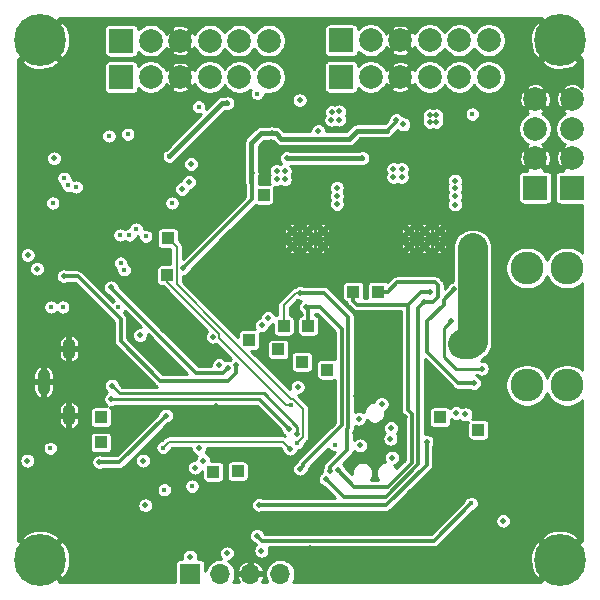
<source format=gbr>
G04 #@! TF.GenerationSoftware,KiCad,Pcbnew,5.1.6-c6e7f7d~87~ubuntu18.04.1*
G04 #@! TF.CreationDate,2020-08-09T22:43:26+01:00*
G04 #@! TF.ProjectId,simpleboard,73696d70-6c65-4626-9f61-72642e6b6963,rev?*
G04 #@! TF.SameCoordinates,Original*
G04 #@! TF.FileFunction,Copper,L2,Inr*
G04 #@! TF.FilePolarity,Positive*
%FSLAX46Y46*%
G04 Gerber Fmt 4.6, Leading zero omitted, Abs format (unit mm)*
G04 Created by KiCad (PCBNEW 5.1.6-c6e7f7d~87~ubuntu18.04.1) date 2020-08-09 22:43:26*
%MOMM*%
%LPD*%
G01*
G04 APERTURE LIST*
G04 #@! TA.AperFunction,ViaPad*
%ADD10O,1.100000X2.200000*%
G04 #@! TD*
G04 #@! TA.AperFunction,ViaPad*
%ADD11O,1.100000X1.800000*%
G04 #@! TD*
G04 #@! TA.AperFunction,ViaPad*
%ADD12C,2.000000*%
G04 #@! TD*
G04 #@! TA.AperFunction,ViaPad*
%ADD13R,2.000000X2.000000*%
G04 #@! TD*
G04 #@! TA.AperFunction,ViaPad*
%ADD14C,2.780000*%
G04 #@! TD*
G04 #@! TA.AperFunction,ViaPad*
%ADD15R,1.000000X1.000000*%
G04 #@! TD*
G04 #@! TA.AperFunction,ViaPad*
%ADD16O,1.700000X1.700000*%
G04 #@! TD*
G04 #@! TA.AperFunction,ViaPad*
%ADD17R,1.700000X1.700000*%
G04 #@! TD*
G04 #@! TA.AperFunction,ViaPad*
%ADD18C,0.700000*%
G04 #@! TD*
G04 #@! TA.AperFunction,ViaPad*
%ADD19C,4.400000*%
G04 #@! TD*
G04 #@! TA.AperFunction,ViaPad*
%ADD20C,0.630000*%
G04 #@! TD*
G04 #@! TA.AperFunction,ViaPad*
%ADD21C,0.450000*%
G04 #@! TD*
G04 #@! TA.AperFunction,ViaPad*
%ADD22C,0.500000*%
G04 #@! TD*
G04 #@! TA.AperFunction,Conductor*
%ADD23C,0.200000*%
G04 #@! TD*
G04 #@! TA.AperFunction,Conductor*
%ADD24C,0.300000*%
G04 #@! TD*
G04 #@! TA.AperFunction,Conductor*
%ADD25C,0.400000*%
G04 #@! TD*
G04 #@! TA.AperFunction,Conductor*
%ADD26C,0.250000*%
G04 #@! TD*
G04 #@! TA.AperFunction,Conductor*
%ADD27C,2.500000*%
G04 #@! TD*
G04 #@! TA.AperFunction,Conductor*
%ADD28C,0.254000*%
G04 #@! TD*
G04 APERTURE END LIST*
D10*
X153275000Y-81950000D03*
D11*
X155425000Y-84750000D03*
X155425000Y-79150000D03*
D12*
X190975000Y-53025000D03*
X190975000Y-56125000D03*
X188475000Y-53025000D03*
X188475000Y-56125000D03*
X185975000Y-53025000D03*
X185975000Y-56125000D03*
X183475000Y-53025000D03*
X183475000Y-56125000D03*
X180975000Y-53025000D03*
X180975000Y-56125000D03*
D13*
X178475000Y-53025000D03*
X178475000Y-56125000D03*
D12*
X172350000Y-53050000D03*
X172350000Y-56150000D03*
X169850000Y-53050000D03*
X169850000Y-56150000D03*
X167350000Y-53050000D03*
X167350000Y-56150000D03*
X164850000Y-53050000D03*
X164850000Y-56150000D03*
X162350000Y-53050000D03*
X162350000Y-56150000D03*
D13*
X159850000Y-53050000D03*
X159850000Y-56150000D03*
D14*
X194200000Y-82220000D03*
X197600000Y-82220000D03*
X194200000Y-72300000D03*
X197600000Y-72300000D03*
D15*
X170650000Y-78400000D03*
X173150000Y-79200000D03*
X175150000Y-80250000D03*
X177300000Y-80900000D03*
D16*
X173320000Y-98200000D03*
X170780000Y-98200000D03*
X168240000Y-98200000D03*
D17*
X165700000Y-98200000D03*
D15*
X171900000Y-66100000D03*
X181600000Y-74300000D03*
X173600000Y-77200000D03*
X190100000Y-86000000D03*
X186825000Y-84925000D03*
X163750000Y-72925000D03*
X163800000Y-69775000D03*
X158125000Y-84925000D03*
X158125000Y-87075000D03*
X179500000Y-74300000D03*
X175700000Y-77200000D03*
X167650000Y-89550000D03*
X169700000Y-89500000D03*
D12*
X194900000Y-58000000D03*
X198000000Y-58000000D03*
X194900000Y-60500000D03*
X198000000Y-60500000D03*
X194900000Y-63000000D03*
X198000000Y-63000000D03*
D13*
X194900000Y-65500000D03*
X198000000Y-65500000D03*
D18*
X154166726Y-95833274D03*
X153000000Y-95350000D03*
X151833274Y-95833274D03*
X151350000Y-97000000D03*
X151833274Y-98166726D03*
X153000000Y-98650000D03*
X154166726Y-98166726D03*
X154650000Y-97000000D03*
D19*
X153000000Y-97000000D03*
D18*
X154166726Y-51833274D03*
X153000000Y-51350000D03*
X151833274Y-51833274D03*
X151350000Y-53000000D03*
X151833274Y-54166726D03*
X153000000Y-54650000D03*
X154166726Y-54166726D03*
X154650000Y-53000000D03*
D19*
X153000000Y-53000000D03*
D18*
X198166726Y-51833274D03*
X197000000Y-51350000D03*
X195833274Y-51833274D03*
X195350000Y-53000000D03*
X195833274Y-54166726D03*
X197000000Y-54650000D03*
X198166726Y-54166726D03*
X198650000Y-53000000D03*
D19*
X197000000Y-53000000D03*
D20*
X186800000Y-69150000D03*
X186800000Y-70450000D03*
X184200000Y-69150000D03*
X185500000Y-69150000D03*
X185500000Y-70450000D03*
X184200000Y-70450000D03*
X176900000Y-69150000D03*
X176900000Y-70450000D03*
X174300000Y-69150000D03*
X175600000Y-69150000D03*
X175600000Y-70450000D03*
X174300000Y-70450000D03*
D18*
X198166726Y-95833274D03*
X197000000Y-95350000D03*
X195833274Y-95833274D03*
X195350000Y-97000000D03*
X195833274Y-98166726D03*
X197000000Y-98650000D03*
X198166726Y-98166726D03*
X198650000Y-97000000D03*
D19*
X197000000Y-97000000D03*
D21*
X152350000Y-68250000D03*
X152900000Y-75600000D03*
X156925000Y-75375000D03*
D22*
X166375000Y-86100000D03*
X155850000Y-51850000D03*
X155850000Y-52850000D03*
X155850000Y-53850000D03*
X155850000Y-54850000D03*
X155850000Y-55850000D03*
X154850000Y-55850000D03*
X153850000Y-55850000D03*
X155850000Y-56850000D03*
X154850000Y-56850000D03*
X153850000Y-56850000D03*
D21*
X186300000Y-91700000D03*
X187200000Y-88800000D03*
X183800000Y-94200000D03*
D22*
X180200000Y-64400000D03*
X172575000Y-61600002D03*
X177900000Y-77900000D03*
X177900000Y-78600000D03*
X177900000Y-79400000D03*
X177200000Y-79400000D03*
X177200000Y-78600000D03*
X177200000Y-77900000D03*
X169515000Y-66685000D03*
X159100000Y-77000000D03*
X163592127Y-89649990D03*
X158500010Y-79575072D03*
X166500000Y-89900000D03*
D21*
X158025000Y-65320000D03*
D22*
X170400000Y-68500000D03*
X192100000Y-88600000D03*
X167000000Y-92250000D03*
D21*
X152700000Y-63850000D03*
X152700000Y-63250000D03*
X152700000Y-62650000D03*
X155525000Y-60820000D03*
X156175000Y-60800000D03*
X156825000Y-60800000D03*
X154875000Y-60800000D03*
X154225000Y-60800000D03*
X154525000Y-60200000D03*
X155175000Y-60200000D03*
X155175000Y-59550000D03*
X154525000Y-59550000D03*
D22*
X173700000Y-96300000D03*
X192150000Y-74200000D03*
X193350000Y-74350000D03*
X194100000Y-74350000D03*
X194800000Y-74350000D03*
X195550000Y-74350000D03*
X196300000Y-74350000D03*
X197050000Y-74350000D03*
X197800000Y-74350000D03*
X192300000Y-66900000D03*
X192300000Y-67650000D03*
X192300000Y-68400000D03*
X193050000Y-66900000D03*
X193050000Y-67650000D03*
X192300000Y-69900000D03*
X193050000Y-69900000D03*
X193050000Y-69150000D03*
X192300000Y-69150000D03*
X193050000Y-68450000D03*
X190400000Y-82950000D03*
X198150000Y-84450000D03*
X192700000Y-51850000D03*
X193700000Y-51850000D03*
X192700000Y-52850000D03*
X193700000Y-52850000D03*
X192700000Y-53850000D03*
X193700000Y-53850000D03*
X192700000Y-54850000D03*
X193700000Y-54850000D03*
X192700000Y-55850000D03*
X193700000Y-55850000D03*
X192700000Y-56850000D03*
X193700000Y-56850000D03*
X192700000Y-57850000D03*
X194700000Y-55850000D03*
X195700000Y-55850000D03*
X196700000Y-55850000D03*
X194700000Y-54850000D03*
X197700000Y-55850000D03*
X198700000Y-55850000D03*
X162400000Y-79900000D03*
X167650000Y-85300000D03*
X179350000Y-59750000D03*
D21*
X155175000Y-58975010D03*
X154525000Y-58975010D03*
D22*
X162300000Y-73100000D03*
D21*
X158425000Y-76275000D03*
X156800000Y-84125000D03*
D22*
X162225000Y-71375000D03*
D21*
X179550000Y-88425000D03*
D22*
X167900000Y-83999989D03*
D21*
X186425000Y-89725000D03*
D22*
X179625000Y-86250000D03*
X177375000Y-85875000D03*
X183850000Y-84925000D03*
X184300000Y-91250000D03*
X154150000Y-65000000D03*
X179724992Y-83100000D03*
X155700000Y-98325000D03*
X155700000Y-97325000D03*
X155700000Y-96325000D03*
X155700000Y-95325000D03*
X155700000Y-94325000D03*
X154700000Y-94325000D03*
X153700000Y-94325000D03*
X152700000Y-94325000D03*
X151700000Y-94325000D03*
X154700000Y-94325000D03*
X155700000Y-93325000D03*
X154700000Y-93325000D03*
X155700000Y-92325000D03*
X154700000Y-92325000D03*
X155700000Y-91325000D03*
X154700000Y-91325000D03*
D21*
X159425010Y-86300000D03*
D22*
X194150000Y-98100000D03*
X194150000Y-97100000D03*
X194150000Y-96100000D03*
X194150000Y-95100000D03*
X194150000Y-94100000D03*
X195150000Y-94100000D03*
X196150000Y-94100000D03*
X197150000Y-94100000D03*
X198150000Y-94100000D03*
X152850000Y-55850000D03*
X152850000Y-56850000D03*
X197150000Y-84450000D03*
X196150000Y-84450000D03*
X195150000Y-84450000D03*
X194150000Y-84450000D03*
X193150000Y-84450000D03*
X192150000Y-84450000D03*
X198150000Y-85450000D03*
X197150000Y-85450000D03*
X196150000Y-85450000D03*
X195150000Y-85450000D03*
X194150000Y-85450000D03*
X193150000Y-85450000D03*
X192150000Y-85450000D03*
D21*
X159800000Y-90700000D03*
X160415000Y-89784962D03*
D22*
X175800000Y-96050000D03*
X175150000Y-93850000D03*
X156700000Y-88775000D03*
X156700000Y-89775000D03*
X155250000Y-86125000D03*
X154250000Y-86125000D03*
X156250000Y-86125000D03*
D21*
X153900000Y-75600000D03*
X154900000Y-75600000D03*
X155900000Y-75600000D03*
X152900000Y-76600000D03*
X153900000Y-76600000D03*
X154900000Y-76600000D03*
X155900000Y-76600000D03*
X152900000Y-77600000D03*
X153900000Y-77600000D03*
X154900000Y-77600000D03*
X155900000Y-77600000D03*
D22*
X168650000Y-85300000D03*
X169650000Y-85300000D03*
X170650000Y-85300000D03*
X167650000Y-86300000D03*
X168650000Y-86300000D03*
X169650000Y-86300000D03*
X170650000Y-86300000D03*
X169650000Y-84300000D03*
X170650000Y-84300000D03*
X171650000Y-85300000D03*
X171650000Y-86300000D03*
X171650000Y-87800000D03*
X170650000Y-87800000D03*
X169650000Y-87800000D03*
X171650000Y-88800000D03*
X171650000Y-89800000D03*
X179050000Y-69500000D03*
X180050000Y-69500000D03*
X181050000Y-69500000D03*
X182050000Y-69500000D03*
X179050000Y-70500000D03*
X180050000Y-70500000D03*
X181050000Y-70500000D03*
X182050000Y-70500000D03*
X179050000Y-71500000D03*
X180050000Y-71500000D03*
X181050000Y-71500000D03*
X182050000Y-71500000D03*
X179050000Y-72500000D03*
X180050000Y-72500000D03*
X181050000Y-72500000D03*
X182050000Y-72500000D03*
X180150000Y-80100000D03*
X181150000Y-80100000D03*
X182150000Y-80100000D03*
X183150000Y-80100000D03*
X180150000Y-81100000D03*
X181150000Y-81100000D03*
X182150000Y-81100000D03*
X183150000Y-81100000D03*
X169650000Y-71950000D03*
X170650000Y-71950000D03*
X171650000Y-71950000D03*
X169650000Y-72950000D03*
X170650000Y-72950000D03*
X171650000Y-72950000D03*
X171650000Y-73950000D03*
X172650000Y-73950000D03*
X172650000Y-72950000D03*
X172650000Y-71950000D03*
X172650000Y-70950000D03*
X172650000Y-69950000D03*
X171650000Y-69950000D03*
X172650000Y-68950000D03*
X171650000Y-68950000D03*
X172650000Y-67950000D03*
X171650000Y-67950000D03*
D21*
X157650000Y-65900000D03*
X157650000Y-66900000D03*
X157650000Y-67900000D03*
X157650000Y-68900000D03*
X157650000Y-69900000D03*
D22*
X163400000Y-77550000D03*
X167425021Y-80256630D03*
X159590380Y-70723088D03*
D21*
X153700000Y-84000000D03*
D22*
X165600000Y-94050000D03*
D21*
X155550000Y-68050000D03*
D22*
X174150000Y-87600000D03*
D21*
X163400000Y-87500000D03*
D22*
X180057580Y-87323540D03*
X168150000Y-80500000D03*
X189000000Y-84700000D03*
X165678251Y-96729833D03*
X171750000Y-77150000D03*
X171726748Y-96226748D03*
X188209513Y-84584920D03*
X172262212Y-76523083D03*
X168799989Y-96449989D03*
X163659507Y-84796319D03*
X158000000Y-88750000D03*
X166800000Y-88599998D03*
X183744781Y-60145400D03*
X176540670Y-60700010D03*
X166450000Y-87550000D03*
X173875000Y-63000000D03*
X180275000Y-63000000D03*
X161425021Y-78000000D03*
X167600010Y-78122306D03*
D21*
X164150000Y-66800000D03*
D22*
X161900002Y-92400000D03*
X161706249Y-88606251D03*
D21*
X158805000Y-61120000D03*
D22*
X192200000Y-93700000D03*
X151900000Y-88600000D03*
D21*
X159600000Y-75625000D03*
X160400000Y-60975000D03*
X156042125Y-65450000D03*
D22*
X151925000Y-71200000D03*
D21*
X155349998Y-65300000D03*
D22*
X174778825Y-82380331D03*
X182650000Y-86749990D03*
X181891837Y-83822894D03*
X179966921Y-85057099D03*
X182699990Y-85856165D03*
D21*
X159792727Y-71877201D03*
X163499752Y-91074600D03*
X160100000Y-72450000D03*
X153850000Y-87575000D03*
X165850000Y-90775000D03*
X177912500Y-87250000D03*
X174186412Y-83925020D03*
X174738190Y-87112917D03*
D22*
X177165098Y-90186890D03*
X185500000Y-75200000D03*
X186000000Y-74300000D03*
X178210356Y-89438188D03*
X175000000Y-74400000D03*
X177504060Y-89509724D03*
X175500000Y-75600000D03*
X175000000Y-89300000D03*
X169549990Y-80488030D03*
X154975094Y-73000000D03*
X168912881Y-80778047D03*
X159000000Y-73950000D03*
X159024990Y-83414080D03*
X174023519Y-85898107D03*
X159050000Y-82250000D03*
X174715284Y-86330320D03*
X185699996Y-87000000D03*
X171500000Y-92350000D03*
X178100000Y-66900000D03*
X188125000Y-66925000D03*
X188750000Y-70100000D03*
X178100000Y-66200000D03*
X178100000Y-65500000D03*
X188125000Y-66200000D03*
X188125000Y-65500000D03*
X188100000Y-64900000D03*
X188050000Y-78750000D03*
X188050000Y-78050000D03*
X188050000Y-79500000D03*
X188750000Y-78050000D03*
X188750000Y-79500000D03*
X188750000Y-78750000D03*
X189450000Y-78700000D03*
X189450000Y-79450000D03*
X189400720Y-78049280D03*
X189729988Y-82024990D03*
X165593852Y-65008981D03*
X164995245Y-65607587D03*
X165750000Y-63500000D03*
X189550000Y-70100000D03*
X190350000Y-70100000D03*
X188750000Y-70900000D03*
X189550000Y-70900000D03*
X190350000Y-70900000D03*
X188750000Y-71700000D03*
X189550000Y-71700000D03*
X190350000Y-71700000D03*
X188050000Y-74100004D03*
X154162500Y-63012500D03*
X152733516Y-72352633D03*
D21*
X189575000Y-59275000D03*
X159750000Y-69500000D03*
X160544992Y-69505008D03*
D22*
X174950000Y-58100000D03*
D21*
X166400000Y-58650000D03*
X161925000Y-69624990D03*
X161113086Y-69000928D03*
X171382829Y-57534014D03*
D22*
X173700000Y-64100000D03*
X173700000Y-64800000D03*
X173000000Y-64800000D03*
X173000000Y-64100000D03*
X178300000Y-59750000D03*
X177650000Y-59750000D03*
X177675000Y-59074994D03*
X178299998Y-59050000D03*
X183600000Y-63900000D03*
X183600000Y-64600000D03*
X182900000Y-63900000D03*
X182900000Y-64600000D03*
X185975000Y-59375000D03*
X186525000Y-59375000D03*
X186525000Y-59925000D03*
X185975000Y-59925000D03*
D21*
X163925000Y-62850000D03*
D22*
X168850000Y-58350010D03*
X170900000Y-64300000D03*
X166100000Y-89200000D03*
X183150788Y-59775011D03*
X172588781Y-60900012D03*
X165100021Y-72300000D03*
X182775000Y-88350000D03*
X190373121Y-80814865D03*
X187750002Y-76800000D03*
D21*
X189484990Y-92235000D03*
D22*
X171330555Y-94958753D03*
D21*
X154050000Y-66800000D03*
X155000000Y-64700000D03*
D23*
X173550000Y-87000000D02*
X174150000Y-87600000D01*
X163400000Y-87500000D02*
X163900000Y-87000000D01*
X163900000Y-87000000D02*
X173550000Y-87000000D01*
D24*
X159705826Y-88750000D02*
X158000000Y-88750000D01*
X163659507Y-84796319D02*
X159705826Y-88750000D01*
D25*
X173875000Y-63000000D02*
X180275000Y-63000000D01*
D23*
X168150011Y-78252156D02*
X173822875Y-83925020D01*
X163750000Y-72925000D02*
X163750000Y-73458294D01*
X173822875Y-83925020D02*
X173868214Y-83925020D01*
X173868214Y-83925020D02*
X174186412Y-83925020D01*
X163750000Y-73458294D02*
X168150011Y-77858305D01*
X168150011Y-77858305D02*
X168150011Y-78252156D01*
X168550022Y-77692616D02*
X164550001Y-73692595D01*
X164550001Y-70525001D02*
X163800000Y-69775000D01*
X175265285Y-84247297D02*
X174418007Y-83400019D01*
X174202023Y-83400019D02*
X168550022Y-77748018D01*
X168550022Y-77748018D02*
X168550022Y-77692616D01*
X175265285Y-86585822D02*
X175265285Y-84247297D01*
X174738190Y-87112917D02*
X175265285Y-86585822D01*
X174418007Y-83400019D02*
X174202023Y-83400019D01*
X164550001Y-73692595D02*
X164550001Y-70525001D01*
D24*
X186400000Y-73500000D02*
X186649989Y-73749989D01*
X186649989Y-73749989D02*
X186649989Y-74792887D01*
X186242876Y-75200000D02*
X185853553Y-75200000D01*
X185853553Y-75200000D02*
X185500000Y-75200000D01*
X186649989Y-74792887D02*
X186242876Y-75200000D01*
X182400000Y-74300000D02*
X183200000Y-73500000D01*
X183200000Y-73500000D02*
X186400000Y-73500000D01*
X181600000Y-74300000D02*
X182400000Y-74300000D01*
X182236998Y-91700000D02*
X185000000Y-88936998D01*
X178678208Y-91700000D02*
X182236998Y-91700000D01*
X185000000Y-88936998D02*
X185000000Y-75700000D01*
X185000000Y-75700000D02*
X185500000Y-75200000D01*
X177165098Y-90186890D02*
X178678208Y-91700000D01*
X185200000Y-74300000D02*
X186000000Y-74300000D01*
X184100000Y-75400000D02*
X185200000Y-74300000D01*
X179800000Y-75400000D02*
X184100000Y-75400000D01*
X179500000Y-75100000D02*
X179800000Y-75400000D01*
X179500000Y-74300000D02*
X179500000Y-75100000D01*
X184450001Y-84636999D02*
X184450001Y-88779875D01*
X184450001Y-88779875D02*
X182404888Y-90824988D01*
X184100000Y-84286998D02*
X184450001Y-84636999D01*
X182404888Y-90824988D02*
X179597156Y-90824988D01*
X184100000Y-75400000D02*
X184100000Y-84286998D01*
X179597156Y-90824988D02*
X178210356Y-89438188D01*
D23*
X173600000Y-76500000D02*
X173600000Y-77200000D01*
X173600000Y-75446447D02*
X173600000Y-76500000D01*
X174646447Y-74400000D02*
X173600000Y-75446447D01*
X175000000Y-74400000D02*
X174646447Y-74400000D01*
D24*
X177007122Y-74400000D02*
X179049999Y-76442877D01*
X178974999Y-85911999D02*
X178974999Y-87685232D01*
X177504060Y-89156171D02*
X177504060Y-89509724D01*
X175000000Y-74400000D02*
X177007122Y-74400000D01*
X179049999Y-76442877D02*
X179049999Y-85836999D01*
X179049999Y-85836999D02*
X178974999Y-85911999D01*
X178974999Y-87685232D02*
X177504060Y-89156171D01*
X175700000Y-75800000D02*
X175500000Y-75600000D01*
X175700000Y-77200000D02*
X175700000Y-75800000D01*
X176700000Y-75600000D02*
X178549981Y-77449981D01*
X175500000Y-75600000D02*
X176700000Y-75600000D01*
X175249999Y-88929877D02*
X175249999Y-89050001D01*
X175249999Y-89050001D02*
X175000000Y-89300000D01*
X178549981Y-77449981D02*
X178549981Y-85629895D01*
X178549981Y-85629895D02*
X175249999Y-88929877D01*
X156153563Y-73000000D02*
X154975094Y-73000000D01*
X159800000Y-78500000D02*
X159800000Y-76646437D01*
X159800000Y-76646437D02*
X156153563Y-73000000D01*
X163150000Y-81850000D02*
X159800000Y-78500000D01*
X168905010Y-81850000D02*
X163150000Y-81850000D01*
X169549990Y-81205020D02*
X168905010Y-81850000D01*
X169549990Y-80488030D02*
X169549990Y-81205020D01*
X166200000Y-81200000D02*
X159000000Y-74000000D01*
X159000000Y-74000000D02*
X159000000Y-73950000D01*
X168490928Y-81200000D02*
X166200000Y-81200000D01*
X168912881Y-80778047D02*
X168490928Y-81200000D01*
D26*
X173773520Y-85648108D02*
X174023519Y-85898107D01*
X159024990Y-83414080D02*
X171539492Y-83414080D01*
X171539492Y-83414080D02*
X173773520Y-85648108D01*
X171901404Y-82924988D02*
X174715284Y-85738868D01*
X159050000Y-82250000D02*
X159724988Y-82924988D01*
X174715284Y-85738868D02*
X174715284Y-85976767D01*
X174715284Y-85976767D02*
X174715284Y-86330320D01*
X159724988Y-82924988D02*
X171901404Y-82924988D01*
D24*
X185699996Y-87000000D02*
X185699996Y-88962002D01*
X182311998Y-92350000D02*
X171500000Y-92350000D01*
X185699996Y-88962002D02*
X182311998Y-92350000D01*
X187150000Y-74999998D02*
X187150000Y-75400000D01*
X185750000Y-79400000D02*
X188374990Y-82024990D01*
X185750000Y-76800000D02*
X185750000Y-79400000D01*
X187150000Y-75400000D02*
X185750000Y-76800000D01*
X188374990Y-82024990D02*
X189376435Y-82024990D01*
X189376435Y-82024990D02*
X189729988Y-82024990D01*
D25*
X189550000Y-78600000D02*
X189450000Y-78700000D01*
X189450000Y-78700000D02*
X189400000Y-78750000D01*
D27*
X189400000Y-78750000D02*
X188750000Y-78750000D01*
X189600000Y-70650000D02*
X189600000Y-78550000D01*
D24*
X187150000Y-75000000D02*
X188049996Y-74100004D01*
X188049996Y-74100004D02*
X188050000Y-74100004D01*
D25*
X168424990Y-58350010D02*
X168850000Y-58350010D01*
X163925000Y-62850000D02*
X168424990Y-58350010D01*
D24*
X182374990Y-60700010D02*
X183150788Y-59924212D01*
X183150788Y-59924212D02*
X183150788Y-59775011D01*
D25*
X170875000Y-61714242D02*
X171689230Y-60900012D01*
X172942334Y-60900012D02*
X172588781Y-60900012D01*
X172235228Y-60900012D02*
X172588781Y-60900012D01*
X173392333Y-61350011D02*
X172942334Y-60900012D01*
X182349980Y-60675000D02*
X179850000Y-60675000D01*
X171689230Y-60900012D02*
X172235228Y-60900012D01*
X179850000Y-60675000D02*
X179174989Y-61350011D01*
X170875000Y-65000000D02*
X170875000Y-61714242D01*
X179174989Y-61350011D02*
X173392333Y-61350011D01*
X182374990Y-60700010D02*
X182349980Y-60675000D01*
D24*
X170900000Y-64300000D02*
X170900000Y-66500021D01*
X170900000Y-66500021D02*
X165100021Y-72300000D01*
D26*
X187150001Y-77400001D02*
X187750002Y-76800000D01*
X187150001Y-79800001D02*
X187150001Y-77400001D01*
X188164865Y-80814865D02*
X187150001Y-79800001D01*
X190373121Y-80814865D02*
X188164865Y-80814865D01*
D24*
X189484990Y-92235000D02*
X186335004Y-95384986D01*
X171580554Y-95208752D02*
X171330555Y-94958753D01*
X175496994Y-95384986D02*
X175496982Y-95384998D01*
X171756800Y-95384998D02*
X171580554Y-95208752D01*
X175496982Y-95384998D02*
X171756800Y-95384998D01*
X186335004Y-95384986D02*
X175496994Y-95384986D01*
D28*
G36*
X195354426Y-51174821D02*
G01*
X197000000Y-52820395D01*
X197014143Y-52806253D01*
X197193748Y-52985858D01*
X197179605Y-53000000D01*
X198825179Y-54645574D01*
X198873000Y-54604662D01*
X198873000Y-56988128D01*
X198852632Y-56967760D01*
X198790694Y-57029698D01*
X198677457Y-56851495D01*
X198440378Y-56741398D01*
X198186374Y-56679668D01*
X197925209Y-56668678D01*
X197666919Y-56708850D01*
X197421428Y-56798640D01*
X197322543Y-56851495D01*
X197209305Y-57029700D01*
X198000000Y-57820395D01*
X198014143Y-57806253D01*
X198193748Y-57985858D01*
X198179605Y-58000000D01*
X198193748Y-58014143D01*
X198014143Y-58193748D01*
X198000000Y-58179605D01*
X197209305Y-58970300D01*
X197322543Y-59148505D01*
X197422170Y-59194771D01*
X197324062Y-59235409D01*
X197090340Y-59391576D01*
X196891576Y-59590340D01*
X196735409Y-59824062D01*
X196627838Y-60083759D01*
X196573000Y-60359453D01*
X196573000Y-60640547D01*
X196627838Y-60916241D01*
X196735409Y-61175938D01*
X196891576Y-61409660D01*
X197090340Y-61608424D01*
X197324062Y-61764591D01*
X197414807Y-61802179D01*
X197322543Y-61851495D01*
X197209305Y-62029700D01*
X198000000Y-62820395D01*
X198014143Y-62806253D01*
X198193748Y-62985858D01*
X198179605Y-63000000D01*
X198193748Y-63014143D01*
X198014143Y-63193748D01*
X198000000Y-63179605D01*
X197209305Y-63970300D01*
X197273252Y-64070934D01*
X197000000Y-64070934D01*
X196916293Y-64079178D01*
X196835804Y-64103595D01*
X196761624Y-64143245D01*
X196696605Y-64196605D01*
X196643245Y-64261624D01*
X196603595Y-64335804D01*
X196579178Y-64416293D01*
X196570934Y-64500000D01*
X196570934Y-66500000D01*
X196579178Y-66583707D01*
X196603595Y-66664196D01*
X196643245Y-66738376D01*
X196696605Y-66803395D01*
X196761624Y-66856755D01*
X196835804Y-66896405D01*
X196916293Y-66920822D01*
X197000000Y-66929066D01*
X198873000Y-66929066D01*
X198873000Y-71003374D01*
X198758270Y-70888644D01*
X198460672Y-70689795D01*
X198129999Y-70552826D01*
X197778959Y-70483000D01*
X197421041Y-70483000D01*
X197070001Y-70552826D01*
X196739328Y-70689795D01*
X196441730Y-70888644D01*
X196188644Y-71141730D01*
X195989795Y-71439328D01*
X195900000Y-71656113D01*
X195810205Y-71439328D01*
X195611356Y-71141730D01*
X195358270Y-70888644D01*
X195060672Y-70689795D01*
X194729999Y-70552826D01*
X194378959Y-70483000D01*
X194021041Y-70483000D01*
X193670001Y-70552826D01*
X193339328Y-70689795D01*
X193041730Y-70888644D01*
X192788644Y-71141730D01*
X192589795Y-71439328D01*
X192452826Y-71770001D01*
X192383000Y-72121041D01*
X192383000Y-72478959D01*
X192452826Y-72829999D01*
X192589795Y-73160672D01*
X192788644Y-73458270D01*
X193041730Y-73711356D01*
X193339328Y-73910205D01*
X193670001Y-74047174D01*
X194021041Y-74117000D01*
X194378959Y-74117000D01*
X194729999Y-74047174D01*
X195060672Y-73910205D01*
X195358270Y-73711356D01*
X195611356Y-73458270D01*
X195810205Y-73160672D01*
X195900000Y-72943887D01*
X195989795Y-73160672D01*
X196188644Y-73458270D01*
X196441730Y-73711356D01*
X196739328Y-73910205D01*
X197070001Y-74047174D01*
X197421041Y-74117000D01*
X197778959Y-74117000D01*
X198129999Y-74047174D01*
X198460672Y-73910205D01*
X198758270Y-73711356D01*
X198873000Y-73596626D01*
X198873000Y-80923374D01*
X198758270Y-80808644D01*
X198460672Y-80609795D01*
X198129999Y-80472826D01*
X197778959Y-80403000D01*
X197421041Y-80403000D01*
X197070001Y-80472826D01*
X196739328Y-80609795D01*
X196441730Y-80808644D01*
X196188644Y-81061730D01*
X195989795Y-81359328D01*
X195900000Y-81576113D01*
X195810205Y-81359328D01*
X195611356Y-81061730D01*
X195358270Y-80808644D01*
X195060672Y-80609795D01*
X194729999Y-80472826D01*
X194378959Y-80403000D01*
X194021041Y-80403000D01*
X193670001Y-80472826D01*
X193339328Y-80609795D01*
X193041730Y-80808644D01*
X192788644Y-81061730D01*
X192589795Y-81359328D01*
X192452826Y-81690001D01*
X192383000Y-82041041D01*
X192383000Y-82398959D01*
X192452826Y-82749999D01*
X192589795Y-83080672D01*
X192788644Y-83378270D01*
X193041730Y-83631356D01*
X193339328Y-83830205D01*
X193670001Y-83967174D01*
X194021041Y-84037000D01*
X194378959Y-84037000D01*
X194729999Y-83967174D01*
X195060672Y-83830205D01*
X195358270Y-83631356D01*
X195611356Y-83378270D01*
X195810205Y-83080672D01*
X195900000Y-82863887D01*
X195989795Y-83080672D01*
X196188644Y-83378270D01*
X196441730Y-83631356D01*
X196739328Y-83830205D01*
X197070001Y-83967174D01*
X197421041Y-84037000D01*
X197778959Y-84037000D01*
X198129999Y-83967174D01*
X198460672Y-83830205D01*
X198758270Y-83631356D01*
X198873000Y-83516626D01*
X198873000Y-95395338D01*
X198825179Y-95354426D01*
X197179605Y-97000000D01*
X197193748Y-97014143D01*
X197014143Y-97193748D01*
X197000000Y-97179605D01*
X195354426Y-98825179D01*
X195395338Y-98873000D01*
X174406151Y-98873000D01*
X174451663Y-98804886D01*
X174547926Y-98572487D01*
X174597000Y-98325774D01*
X174597000Y-98074226D01*
X174547926Y-97827513D01*
X174451663Y-97595114D01*
X174311911Y-97385960D01*
X174134040Y-97208089D01*
X173924886Y-97068337D01*
X173825904Y-97027337D01*
X194460920Y-97027337D01*
X194515041Y-97522162D01*
X194664658Y-97996921D01*
X194873644Y-98387907D01*
X195174821Y-98645574D01*
X196820395Y-97000000D01*
X195174821Y-95354426D01*
X194873644Y-95612093D01*
X194643735Y-96053593D01*
X194504375Y-96531462D01*
X194460920Y-97027337D01*
X173825904Y-97027337D01*
X173692487Y-96972074D01*
X173445774Y-96923000D01*
X173194226Y-96923000D01*
X172947513Y-96972074D01*
X172715114Y-97068337D01*
X172505960Y-97208089D01*
X172328089Y-97385960D01*
X172188337Y-97595114D01*
X172092074Y-97827513D01*
X172043000Y-98074226D01*
X172043000Y-98325774D01*
X172092074Y-98572487D01*
X172188337Y-98804886D01*
X172233849Y-98873000D01*
X171740593Y-98873000D01*
X171833853Y-98724154D01*
X171915861Y-98508486D01*
X171868384Y-98327000D01*
X170907000Y-98327000D01*
X170907000Y-98347000D01*
X170653000Y-98347000D01*
X170653000Y-98327000D01*
X169691616Y-98327000D01*
X169644139Y-98508486D01*
X169726147Y-98724154D01*
X169819407Y-98873000D01*
X169326151Y-98873000D01*
X169371663Y-98804886D01*
X169467926Y-98572487D01*
X169517000Y-98325774D01*
X169517000Y-98074226D01*
X169480657Y-97891514D01*
X169644139Y-97891514D01*
X169691616Y-98073000D01*
X170653000Y-98073000D01*
X170653000Y-97112138D01*
X170907000Y-97112138D01*
X170907000Y-98073000D01*
X171868384Y-98073000D01*
X171915861Y-97891514D01*
X171833853Y-97675846D01*
X171711346Y-97480321D01*
X171553048Y-97312453D01*
X171365042Y-97178693D01*
X171154553Y-97084181D01*
X171088485Y-97064145D01*
X170907000Y-97112138D01*
X170653000Y-97112138D01*
X170471515Y-97064145D01*
X170405447Y-97084181D01*
X170194958Y-97178693D01*
X170006952Y-97312453D01*
X169848654Y-97480321D01*
X169726147Y-97675846D01*
X169644139Y-97891514D01*
X169480657Y-97891514D01*
X169467926Y-97827513D01*
X169371663Y-97595114D01*
X169231911Y-97385960D01*
X169054040Y-97208089D01*
X168917526Y-97116873D01*
X168997463Y-97100973D01*
X169120669Y-97049939D01*
X169231552Y-96975849D01*
X169325849Y-96881552D01*
X169399939Y-96770669D01*
X169450973Y-96647463D01*
X169476989Y-96516668D01*
X169476989Y-96383310D01*
X169450973Y-96252515D01*
X169399939Y-96129309D01*
X169325849Y-96018426D01*
X169231552Y-95924129D01*
X169120669Y-95850039D01*
X168997463Y-95799005D01*
X168866668Y-95772989D01*
X168733310Y-95772989D01*
X168602515Y-95799005D01*
X168479309Y-95850039D01*
X168368426Y-95924129D01*
X168274129Y-96018426D01*
X168200039Y-96129309D01*
X168149005Y-96252515D01*
X168122989Y-96383310D01*
X168122989Y-96516668D01*
X168149005Y-96647463D01*
X168200039Y-96770669D01*
X168274129Y-96881552D01*
X168315577Y-96923000D01*
X168114226Y-96923000D01*
X167867513Y-96972074D01*
X167635114Y-97068337D01*
X167425960Y-97208089D01*
X167248089Y-97385960D01*
X167108337Y-97595114D01*
X167012074Y-97827513D01*
X166979066Y-97993456D01*
X166979066Y-97350000D01*
X166970822Y-97266293D01*
X166946405Y-97185804D01*
X166906755Y-97111624D01*
X166853395Y-97046605D01*
X166788376Y-96993245D01*
X166714196Y-96953595D01*
X166633707Y-96929178D01*
X166550000Y-96920934D01*
X166330503Y-96920934D01*
X166355251Y-96796512D01*
X166355251Y-96663154D01*
X166329235Y-96532359D01*
X166278201Y-96409153D01*
X166204111Y-96298270D01*
X166109814Y-96203973D01*
X165998931Y-96129883D01*
X165875725Y-96078849D01*
X165744930Y-96052833D01*
X165611572Y-96052833D01*
X165480777Y-96078849D01*
X165357571Y-96129883D01*
X165246688Y-96203973D01*
X165152391Y-96298270D01*
X165078301Y-96409153D01*
X165027267Y-96532359D01*
X165001251Y-96663154D01*
X165001251Y-96796512D01*
X165025999Y-96920934D01*
X164850000Y-96920934D01*
X164766293Y-96929178D01*
X164685804Y-96953595D01*
X164611624Y-96993245D01*
X164546605Y-97046605D01*
X164493245Y-97111624D01*
X164453595Y-97185804D01*
X164429178Y-97266293D01*
X164420934Y-97350000D01*
X164420934Y-98873000D01*
X154604662Y-98873000D01*
X154645574Y-98825179D01*
X153000000Y-97179605D01*
X152985858Y-97193748D01*
X152806253Y-97014143D01*
X152820395Y-97000000D01*
X153179605Y-97000000D01*
X154825179Y-98645574D01*
X155126356Y-98387907D01*
X155356265Y-97946407D01*
X155495625Y-97468538D01*
X155539080Y-96972663D01*
X155484959Y-96477838D01*
X155335342Y-96003079D01*
X155126356Y-95612093D01*
X154825179Y-95354426D01*
X153179605Y-97000000D01*
X152820395Y-97000000D01*
X151174821Y-95354426D01*
X151127000Y-95395338D01*
X151127000Y-95174821D01*
X151354426Y-95174821D01*
X153000000Y-96820395D01*
X154645574Y-95174821D01*
X154403675Y-94892074D01*
X170653555Y-94892074D01*
X170653555Y-95025432D01*
X170679571Y-95156227D01*
X170730605Y-95279433D01*
X170804695Y-95390316D01*
X170898992Y-95484613D01*
X171009875Y-95558703D01*
X171133081Y-95609737D01*
X171173597Y-95617796D01*
X171275937Y-95720136D01*
X171200888Y-95795185D01*
X171126798Y-95906068D01*
X171075764Y-96029274D01*
X171049748Y-96160069D01*
X171049748Y-96293427D01*
X171075764Y-96424222D01*
X171126798Y-96547428D01*
X171200888Y-96658311D01*
X171295185Y-96752608D01*
X171406068Y-96826698D01*
X171529274Y-96877732D01*
X171660069Y-96903748D01*
X171793427Y-96903748D01*
X171924222Y-96877732D01*
X172047428Y-96826698D01*
X172158311Y-96752608D01*
X172252608Y-96658311D01*
X172326698Y-96547428D01*
X172377732Y-96424222D01*
X172403748Y-96293427D01*
X172403748Y-96160069D01*
X172377732Y-96029274D01*
X172349865Y-95961998D01*
X175468651Y-95961998D01*
X175496982Y-95964788D01*
X175525313Y-95961998D01*
X175525318Y-95961998D01*
X175525440Y-95961986D01*
X186306673Y-95961986D01*
X186335004Y-95964776D01*
X186363335Y-95961986D01*
X186363340Y-95961986D01*
X186393049Y-95959060D01*
X186448115Y-95953637D01*
X186492774Y-95940089D01*
X186556880Y-95920643D01*
X186657119Y-95867065D01*
X186744978Y-95794960D01*
X186763043Y-95772948D01*
X187361170Y-95174821D01*
X195354426Y-95174821D01*
X197000000Y-96820395D01*
X198645574Y-95174821D01*
X198387907Y-94873644D01*
X197946407Y-94643735D01*
X197468538Y-94504375D01*
X196972663Y-94460920D01*
X196477838Y-94515041D01*
X196003079Y-94664658D01*
X195612093Y-94873644D01*
X195354426Y-95174821D01*
X187361170Y-95174821D01*
X188902670Y-93633321D01*
X191523000Y-93633321D01*
X191523000Y-93766679D01*
X191549016Y-93897474D01*
X191600050Y-94020680D01*
X191674140Y-94131563D01*
X191768437Y-94225860D01*
X191879320Y-94299950D01*
X192002526Y-94350984D01*
X192133321Y-94377000D01*
X192266679Y-94377000D01*
X192397474Y-94350984D01*
X192520680Y-94299950D01*
X192631563Y-94225860D01*
X192725860Y-94131563D01*
X192799950Y-94020680D01*
X192850984Y-93897474D01*
X192877000Y-93766679D01*
X192877000Y-93633321D01*
X192850984Y-93502526D01*
X192799950Y-93379320D01*
X192725860Y-93268437D01*
X192631563Y-93174140D01*
X192520680Y-93100050D01*
X192397474Y-93049016D01*
X192266679Y-93023000D01*
X192133321Y-93023000D01*
X192002526Y-93049016D01*
X191879320Y-93100050D01*
X191768437Y-93174140D01*
X191674140Y-93268437D01*
X191600050Y-93379320D01*
X191549016Y-93502526D01*
X191523000Y-93633321D01*
X188902670Y-93633321D01*
X189673768Y-92862223D01*
X189675171Y-92861944D01*
X189793828Y-92812795D01*
X189900616Y-92741442D01*
X189991432Y-92650626D01*
X190062785Y-92543838D01*
X190111934Y-92425181D01*
X190136990Y-92299216D01*
X190136990Y-92170784D01*
X190111934Y-92044819D01*
X190062785Y-91926162D01*
X189991432Y-91819374D01*
X189900616Y-91728558D01*
X189793828Y-91657205D01*
X189675171Y-91608056D01*
X189549206Y-91583000D01*
X189420774Y-91583000D01*
X189294809Y-91608056D01*
X189176152Y-91657205D01*
X189069364Y-91728558D01*
X188978548Y-91819374D01*
X188907195Y-91926162D01*
X188858046Y-92044819D01*
X188857767Y-92046222D01*
X186096003Y-94807986D01*
X175525325Y-94807986D01*
X175496994Y-94805196D01*
X175468663Y-94807986D01*
X175468658Y-94807986D01*
X175468536Y-94807998D01*
X171995801Y-94807998D01*
X171989598Y-94801795D01*
X171981539Y-94761279D01*
X171930505Y-94638073D01*
X171856415Y-94527190D01*
X171762118Y-94432893D01*
X171651235Y-94358803D01*
X171528029Y-94307769D01*
X171397234Y-94281753D01*
X171263876Y-94281753D01*
X171133081Y-94307769D01*
X171009875Y-94358803D01*
X170898992Y-94432893D01*
X170804695Y-94527190D01*
X170730605Y-94638073D01*
X170679571Y-94761279D01*
X170653555Y-94892074D01*
X154403675Y-94892074D01*
X154387907Y-94873644D01*
X153946407Y-94643735D01*
X153468538Y-94504375D01*
X152972663Y-94460920D01*
X152477838Y-94515041D01*
X152003079Y-94664658D01*
X151612093Y-94873644D01*
X151354426Y-95174821D01*
X151127000Y-95174821D01*
X151127000Y-92333321D01*
X161223002Y-92333321D01*
X161223002Y-92466679D01*
X161249018Y-92597474D01*
X161300052Y-92720680D01*
X161374142Y-92831563D01*
X161468439Y-92925860D01*
X161579322Y-92999950D01*
X161702528Y-93050984D01*
X161833323Y-93077000D01*
X161966681Y-93077000D01*
X162097476Y-93050984D01*
X162220682Y-92999950D01*
X162331565Y-92925860D01*
X162425862Y-92831563D01*
X162499952Y-92720680D01*
X162550986Y-92597474D01*
X162577002Y-92466679D01*
X162577002Y-92333321D01*
X162550986Y-92202526D01*
X162499952Y-92079320D01*
X162425862Y-91968437D01*
X162331565Y-91874140D01*
X162220682Y-91800050D01*
X162097476Y-91749016D01*
X161966681Y-91723000D01*
X161833323Y-91723000D01*
X161702528Y-91749016D01*
X161579322Y-91800050D01*
X161468439Y-91874140D01*
X161374142Y-91968437D01*
X161300052Y-92079320D01*
X161249018Y-92202526D01*
X161223002Y-92333321D01*
X151127000Y-92333321D01*
X151127000Y-91010384D01*
X162847752Y-91010384D01*
X162847752Y-91138816D01*
X162872808Y-91264781D01*
X162921957Y-91383438D01*
X162993310Y-91490226D01*
X163084126Y-91581042D01*
X163190914Y-91652395D01*
X163309571Y-91701544D01*
X163435536Y-91726600D01*
X163563968Y-91726600D01*
X163689933Y-91701544D01*
X163808590Y-91652395D01*
X163915378Y-91581042D01*
X164006194Y-91490226D01*
X164077547Y-91383438D01*
X164126696Y-91264781D01*
X164151752Y-91138816D01*
X164151752Y-91010384D01*
X164126696Y-90884419D01*
X164077547Y-90765762D01*
X164040813Y-90710784D01*
X165198000Y-90710784D01*
X165198000Y-90839216D01*
X165223056Y-90965181D01*
X165272205Y-91083838D01*
X165343558Y-91190626D01*
X165434374Y-91281442D01*
X165541162Y-91352795D01*
X165659819Y-91401944D01*
X165785784Y-91427000D01*
X165914216Y-91427000D01*
X166040181Y-91401944D01*
X166158838Y-91352795D01*
X166265626Y-91281442D01*
X166356442Y-91190626D01*
X166427795Y-91083838D01*
X166476944Y-90965181D01*
X166502000Y-90839216D01*
X166502000Y-90710784D01*
X166476944Y-90584819D01*
X166427795Y-90466162D01*
X166356442Y-90359374D01*
X166265626Y-90268558D01*
X166158838Y-90197205D01*
X166040181Y-90148056D01*
X165914216Y-90123000D01*
X165785784Y-90123000D01*
X165659819Y-90148056D01*
X165541162Y-90197205D01*
X165434374Y-90268558D01*
X165343558Y-90359374D01*
X165272205Y-90466162D01*
X165223056Y-90584819D01*
X165198000Y-90710784D01*
X164040813Y-90710784D01*
X164006194Y-90658974D01*
X163915378Y-90568158D01*
X163808590Y-90496805D01*
X163689933Y-90447656D01*
X163563968Y-90422600D01*
X163435536Y-90422600D01*
X163309571Y-90447656D01*
X163190914Y-90496805D01*
X163084126Y-90568158D01*
X162993310Y-90658974D01*
X162921957Y-90765762D01*
X162872808Y-90884419D01*
X162847752Y-91010384D01*
X151127000Y-91010384D01*
X151127000Y-88533321D01*
X151223000Y-88533321D01*
X151223000Y-88666679D01*
X151249016Y-88797474D01*
X151300050Y-88920680D01*
X151374140Y-89031563D01*
X151468437Y-89125860D01*
X151579320Y-89199950D01*
X151702526Y-89250984D01*
X151833321Y-89277000D01*
X151966679Y-89277000D01*
X152097474Y-89250984D01*
X152220680Y-89199950D01*
X152331563Y-89125860D01*
X152425860Y-89031563D01*
X152499950Y-88920680D01*
X152550984Y-88797474D01*
X152573689Y-88683321D01*
X157323000Y-88683321D01*
X157323000Y-88816679D01*
X157349016Y-88947474D01*
X157400050Y-89070680D01*
X157474140Y-89181563D01*
X157568437Y-89275860D01*
X157679320Y-89349950D01*
X157802526Y-89400984D01*
X157933321Y-89427000D01*
X158066679Y-89427000D01*
X158197474Y-89400984D01*
X158320680Y-89349950D01*
X158355027Y-89327000D01*
X159677495Y-89327000D01*
X159705826Y-89329790D01*
X159734157Y-89327000D01*
X159734162Y-89327000D01*
X159763871Y-89324074D01*
X159818937Y-89318651D01*
X159863596Y-89305103D01*
X159927702Y-89285657D01*
X160027941Y-89232079D01*
X160115800Y-89159974D01*
X160133865Y-89137962D01*
X160732255Y-88539572D01*
X161029249Y-88539572D01*
X161029249Y-88672930D01*
X161055265Y-88803725D01*
X161106299Y-88926931D01*
X161180389Y-89037814D01*
X161274686Y-89132111D01*
X161385569Y-89206201D01*
X161508775Y-89257235D01*
X161639570Y-89283251D01*
X161772928Y-89283251D01*
X161903723Y-89257235D01*
X162026929Y-89206201D01*
X162137812Y-89132111D01*
X162232109Y-89037814D01*
X162306199Y-88926931D01*
X162357233Y-88803725D01*
X162383249Y-88672930D01*
X162383249Y-88539572D01*
X162357233Y-88408777D01*
X162306199Y-88285571D01*
X162232109Y-88174688D01*
X162137812Y-88080391D01*
X162026929Y-88006301D01*
X161903723Y-87955267D01*
X161772928Y-87929251D01*
X161639570Y-87929251D01*
X161508775Y-87955267D01*
X161385569Y-88006301D01*
X161274686Y-88080391D01*
X161180389Y-88174688D01*
X161106299Y-88285571D01*
X161055265Y-88408777D01*
X161029249Y-88539572D01*
X160732255Y-88539572D01*
X163816465Y-85455362D01*
X163856981Y-85447303D01*
X163980187Y-85396269D01*
X164091070Y-85322179D01*
X164185367Y-85227882D01*
X164259457Y-85116999D01*
X164310491Y-84993793D01*
X164336507Y-84862998D01*
X164336507Y-84729640D01*
X164310491Y-84598845D01*
X164259457Y-84475639D01*
X164185367Y-84364756D01*
X164091070Y-84270459D01*
X163980187Y-84196369D01*
X163856981Y-84145335D01*
X163726186Y-84119319D01*
X163592828Y-84119319D01*
X163462033Y-84145335D01*
X163338827Y-84196369D01*
X163227944Y-84270459D01*
X163133647Y-84364756D01*
X163059557Y-84475639D01*
X163008523Y-84598845D01*
X163000464Y-84639361D01*
X159466825Y-88173000D01*
X158355027Y-88173000D01*
X158320680Y-88150050D01*
X158197474Y-88099016D01*
X158066679Y-88073000D01*
X157933321Y-88073000D01*
X157802526Y-88099016D01*
X157679320Y-88150050D01*
X157568437Y-88224140D01*
X157474140Y-88318437D01*
X157400050Y-88429320D01*
X157349016Y-88552526D01*
X157323000Y-88683321D01*
X152573689Y-88683321D01*
X152577000Y-88666679D01*
X152577000Y-88533321D01*
X152550984Y-88402526D01*
X152499950Y-88279320D01*
X152425860Y-88168437D01*
X152331563Y-88074140D01*
X152220680Y-88000050D01*
X152097474Y-87949016D01*
X151966679Y-87923000D01*
X151833321Y-87923000D01*
X151702526Y-87949016D01*
X151579320Y-88000050D01*
X151468437Y-88074140D01*
X151374140Y-88168437D01*
X151300050Y-88279320D01*
X151249016Y-88402526D01*
X151223000Y-88533321D01*
X151127000Y-88533321D01*
X151127000Y-87510784D01*
X153198000Y-87510784D01*
X153198000Y-87639216D01*
X153223056Y-87765181D01*
X153272205Y-87883838D01*
X153343558Y-87990626D01*
X153434374Y-88081442D01*
X153541162Y-88152795D01*
X153659819Y-88201944D01*
X153785784Y-88227000D01*
X153914216Y-88227000D01*
X154040181Y-88201944D01*
X154158838Y-88152795D01*
X154265626Y-88081442D01*
X154356442Y-87990626D01*
X154427795Y-87883838D01*
X154476944Y-87765181D01*
X154502000Y-87639216D01*
X154502000Y-87510784D01*
X154476944Y-87384819D01*
X154427795Y-87266162D01*
X154356442Y-87159374D01*
X154265626Y-87068558D01*
X154158838Y-86997205D01*
X154040181Y-86948056D01*
X153914216Y-86923000D01*
X153785784Y-86923000D01*
X153659819Y-86948056D01*
X153541162Y-86997205D01*
X153434374Y-87068558D01*
X153343558Y-87159374D01*
X153272205Y-87266162D01*
X153223056Y-87384819D01*
X153198000Y-87510784D01*
X151127000Y-87510784D01*
X151127000Y-86575000D01*
X157195934Y-86575000D01*
X157195934Y-87575000D01*
X157204178Y-87658707D01*
X157228595Y-87739196D01*
X157268245Y-87813376D01*
X157321605Y-87878395D01*
X157386624Y-87931755D01*
X157460804Y-87971405D01*
X157541293Y-87995822D01*
X157625000Y-88004066D01*
X158625000Y-88004066D01*
X158708707Y-87995822D01*
X158789196Y-87971405D01*
X158863376Y-87931755D01*
X158928395Y-87878395D01*
X158981755Y-87813376D01*
X159021405Y-87739196D01*
X159045822Y-87658707D01*
X159054066Y-87575000D01*
X159054066Y-86575000D01*
X159045822Y-86491293D01*
X159021405Y-86410804D01*
X158981755Y-86336624D01*
X158928395Y-86271605D01*
X158863376Y-86218245D01*
X158789196Y-86178595D01*
X158708707Y-86154178D01*
X158625000Y-86145934D01*
X157625000Y-86145934D01*
X157541293Y-86154178D01*
X157460804Y-86178595D01*
X157386624Y-86218245D01*
X157321605Y-86271605D01*
X157268245Y-86336624D01*
X157228595Y-86410804D01*
X157204178Y-86491293D01*
X157195934Y-86575000D01*
X151127000Y-86575000D01*
X151127000Y-84877000D01*
X154548000Y-84877000D01*
X154548000Y-85227000D01*
X154589628Y-85395654D01*
X154663359Y-85552946D01*
X154766359Y-85692832D01*
X154894670Y-85809935D01*
X155043362Y-85899756D01*
X155163817Y-85937205D01*
X155298000Y-85885044D01*
X155298000Y-84877000D01*
X155552000Y-84877000D01*
X155552000Y-85885044D01*
X155686183Y-85937205D01*
X155806638Y-85899756D01*
X155955330Y-85809935D01*
X156083641Y-85692832D01*
X156186641Y-85552946D01*
X156260372Y-85395654D01*
X156302000Y-85227000D01*
X156302000Y-84877000D01*
X155552000Y-84877000D01*
X155298000Y-84877000D01*
X154548000Y-84877000D01*
X151127000Y-84877000D01*
X151127000Y-84273000D01*
X154548000Y-84273000D01*
X154548000Y-84623000D01*
X155298000Y-84623000D01*
X155298000Y-83614956D01*
X155552000Y-83614956D01*
X155552000Y-84623000D01*
X156302000Y-84623000D01*
X156302000Y-84273000D01*
X156260372Y-84104346D01*
X156186641Y-83947054D01*
X156083641Y-83807168D01*
X155955330Y-83690065D01*
X155806638Y-83600244D01*
X155686183Y-83562795D01*
X155552000Y-83614956D01*
X155298000Y-83614956D01*
X155163817Y-83562795D01*
X155043362Y-83600244D01*
X154894670Y-83690065D01*
X154766359Y-83807168D01*
X154663359Y-83947054D01*
X154589628Y-84104346D01*
X154548000Y-84273000D01*
X151127000Y-84273000D01*
X151127000Y-82077000D01*
X152398000Y-82077000D01*
X152398000Y-82627000D01*
X152439628Y-82795654D01*
X152513359Y-82952946D01*
X152616359Y-83092832D01*
X152744670Y-83209935D01*
X152893362Y-83299756D01*
X153013817Y-83337205D01*
X153148000Y-83285044D01*
X153148000Y-82077000D01*
X153402000Y-82077000D01*
X153402000Y-83285044D01*
X153536183Y-83337205D01*
X153656638Y-83299756D01*
X153805330Y-83209935D01*
X153933641Y-83092832D01*
X154036641Y-82952946D01*
X154110372Y-82795654D01*
X154152000Y-82627000D01*
X154152000Y-82077000D01*
X153402000Y-82077000D01*
X153148000Y-82077000D01*
X152398000Y-82077000D01*
X151127000Y-82077000D01*
X151127000Y-81273000D01*
X152398000Y-81273000D01*
X152398000Y-81823000D01*
X153148000Y-81823000D01*
X153148000Y-80614956D01*
X153402000Y-80614956D01*
X153402000Y-81823000D01*
X154152000Y-81823000D01*
X154152000Y-81273000D01*
X154110372Y-81104346D01*
X154036641Y-80947054D01*
X153933641Y-80807168D01*
X153805330Y-80690065D01*
X153656638Y-80600244D01*
X153536183Y-80562795D01*
X153402000Y-80614956D01*
X153148000Y-80614956D01*
X153013817Y-80562795D01*
X152893362Y-80600244D01*
X152744670Y-80690065D01*
X152616359Y-80807168D01*
X152513359Y-80947054D01*
X152439628Y-81104346D01*
X152398000Y-81273000D01*
X151127000Y-81273000D01*
X151127000Y-79277000D01*
X154548000Y-79277000D01*
X154548000Y-79627000D01*
X154589628Y-79795654D01*
X154663359Y-79952946D01*
X154766359Y-80092832D01*
X154894670Y-80209935D01*
X155043362Y-80299756D01*
X155163817Y-80337205D01*
X155298000Y-80285044D01*
X155298000Y-79277000D01*
X155552000Y-79277000D01*
X155552000Y-80285044D01*
X155686183Y-80337205D01*
X155806638Y-80299756D01*
X155955330Y-80209935D01*
X156083641Y-80092832D01*
X156186641Y-79952946D01*
X156260372Y-79795654D01*
X156302000Y-79627000D01*
X156302000Y-79277000D01*
X155552000Y-79277000D01*
X155298000Y-79277000D01*
X154548000Y-79277000D01*
X151127000Y-79277000D01*
X151127000Y-78673000D01*
X154548000Y-78673000D01*
X154548000Y-79023000D01*
X155298000Y-79023000D01*
X155298000Y-78014956D01*
X155552000Y-78014956D01*
X155552000Y-79023000D01*
X156302000Y-79023000D01*
X156302000Y-78673000D01*
X156260372Y-78504346D01*
X156186641Y-78347054D01*
X156083641Y-78207168D01*
X155955330Y-78090065D01*
X155806638Y-78000244D01*
X155686183Y-77962795D01*
X155552000Y-78014956D01*
X155298000Y-78014956D01*
X155163817Y-77962795D01*
X155043362Y-78000244D01*
X154894670Y-78090065D01*
X154766359Y-78207168D01*
X154663359Y-78347054D01*
X154589628Y-78504346D01*
X154548000Y-78673000D01*
X151127000Y-78673000D01*
X151127000Y-75535784D01*
X153248000Y-75535784D01*
X153248000Y-75664216D01*
X153273056Y-75790181D01*
X153322205Y-75908838D01*
X153393558Y-76015626D01*
X153484374Y-76106442D01*
X153591162Y-76177795D01*
X153709819Y-76226944D01*
X153835784Y-76252000D01*
X153964216Y-76252000D01*
X154090181Y-76226944D01*
X154208838Y-76177795D01*
X154315626Y-76106442D01*
X154400000Y-76022068D01*
X154484374Y-76106442D01*
X154591162Y-76177795D01*
X154709819Y-76226944D01*
X154835784Y-76252000D01*
X154964216Y-76252000D01*
X155090181Y-76226944D01*
X155208838Y-76177795D01*
X155315626Y-76106442D01*
X155406442Y-76015626D01*
X155477795Y-75908838D01*
X155526944Y-75790181D01*
X155552000Y-75664216D01*
X155552000Y-75535784D01*
X155526944Y-75409819D01*
X155477795Y-75291162D01*
X155406442Y-75184374D01*
X155315626Y-75093558D01*
X155208838Y-75022205D01*
X155090181Y-74973056D01*
X154964216Y-74948000D01*
X154835784Y-74948000D01*
X154709819Y-74973056D01*
X154591162Y-75022205D01*
X154484374Y-75093558D01*
X154400000Y-75177932D01*
X154315626Y-75093558D01*
X154208838Y-75022205D01*
X154090181Y-74973056D01*
X153964216Y-74948000D01*
X153835784Y-74948000D01*
X153709819Y-74973056D01*
X153591162Y-75022205D01*
X153484374Y-75093558D01*
X153393558Y-75184374D01*
X153322205Y-75291162D01*
X153273056Y-75409819D01*
X153248000Y-75535784D01*
X151127000Y-75535784D01*
X151127000Y-72285954D01*
X152056516Y-72285954D01*
X152056516Y-72419312D01*
X152082532Y-72550107D01*
X152133566Y-72673313D01*
X152207656Y-72784196D01*
X152301953Y-72878493D01*
X152412836Y-72952583D01*
X152536042Y-73003617D01*
X152666837Y-73029633D01*
X152800195Y-73029633D01*
X152930990Y-73003617D01*
X153054196Y-72952583D01*
X153083023Y-72933321D01*
X154298094Y-72933321D01*
X154298094Y-73066679D01*
X154324110Y-73197474D01*
X154375144Y-73320680D01*
X154449234Y-73431563D01*
X154543531Y-73525860D01*
X154654414Y-73599950D01*
X154777620Y-73650984D01*
X154908415Y-73677000D01*
X155041773Y-73677000D01*
X155172568Y-73650984D01*
X155295774Y-73599950D01*
X155330121Y-73577000D01*
X155914562Y-73577000D01*
X159223001Y-76885439D01*
X159223000Y-78471669D01*
X159220210Y-78500000D01*
X159231349Y-78613111D01*
X159249517Y-78673000D01*
X159264343Y-78721875D01*
X159317921Y-78822114D01*
X159390026Y-78909974D01*
X159412038Y-78928039D01*
X162721961Y-82237962D01*
X162740026Y-82259974D01*
X162827885Y-82332079D01*
X162904422Y-82372988D01*
X159953633Y-82372988D01*
X159717822Y-82137177D01*
X159700984Y-82052526D01*
X159649950Y-81929320D01*
X159575860Y-81818437D01*
X159481563Y-81724140D01*
X159370680Y-81650050D01*
X159247474Y-81599016D01*
X159116679Y-81573000D01*
X158983321Y-81573000D01*
X158852526Y-81599016D01*
X158729320Y-81650050D01*
X158618437Y-81724140D01*
X158524140Y-81818437D01*
X158450050Y-81929320D01*
X158399016Y-82052526D01*
X158373000Y-82183321D01*
X158373000Y-82316679D01*
X158399016Y-82447474D01*
X158450050Y-82570680D01*
X158524140Y-82681563D01*
X158618437Y-82775860D01*
X158690011Y-82823684D01*
X158593427Y-82888220D01*
X158499130Y-82982517D01*
X158425040Y-83093400D01*
X158374006Y-83216606D01*
X158347990Y-83347401D01*
X158347990Y-83480759D01*
X158374006Y-83611554D01*
X158425040Y-83734760D01*
X158499130Y-83845643D01*
X158593427Y-83939940D01*
X158686256Y-84001967D01*
X158625000Y-83995934D01*
X157625000Y-83995934D01*
X157541293Y-84004178D01*
X157460804Y-84028595D01*
X157386624Y-84068245D01*
X157321605Y-84121605D01*
X157268245Y-84186624D01*
X157228595Y-84260804D01*
X157204178Y-84341293D01*
X157195934Y-84425000D01*
X157195934Y-85425000D01*
X157204178Y-85508707D01*
X157228595Y-85589196D01*
X157268245Y-85663376D01*
X157321605Y-85728395D01*
X157386624Y-85781755D01*
X157460804Y-85821405D01*
X157541293Y-85845822D01*
X157625000Y-85854066D01*
X158625000Y-85854066D01*
X158708707Y-85845822D01*
X158789196Y-85821405D01*
X158863376Y-85781755D01*
X158928395Y-85728395D01*
X158981755Y-85663376D01*
X159021405Y-85589196D01*
X159045822Y-85508707D01*
X159054066Y-85425000D01*
X159054066Y-84425000D01*
X159045822Y-84341293D01*
X159021405Y-84260804D01*
X158981755Y-84186624D01*
X158928395Y-84121605D01*
X158869732Y-84073461D01*
X158958311Y-84091080D01*
X159091669Y-84091080D01*
X159222464Y-84065064D01*
X159345670Y-84014030D01*
X159417432Y-83966080D01*
X171310848Y-83966080D01*
X173355698Y-86010932D01*
X173372535Y-86095581D01*
X173423569Y-86218787D01*
X173497659Y-86329670D01*
X173591956Y-86423967D01*
X173696243Y-86493650D01*
X173653310Y-86480626D01*
X173575881Y-86473000D01*
X173550000Y-86470451D01*
X173524119Y-86473000D01*
X163925881Y-86473000D01*
X163900000Y-86470451D01*
X163874119Y-86473000D01*
X163796690Y-86480626D01*
X163697350Y-86510761D01*
X163605798Y-86559696D01*
X163525552Y-86625552D01*
X163509053Y-86645656D01*
X163299491Y-86855219D01*
X163209819Y-86873056D01*
X163091162Y-86922205D01*
X162984374Y-86993558D01*
X162893558Y-87084374D01*
X162822205Y-87191162D01*
X162773056Y-87309819D01*
X162748000Y-87435784D01*
X162748000Y-87564216D01*
X162773056Y-87690181D01*
X162822205Y-87808838D01*
X162893558Y-87915626D01*
X162984374Y-88006442D01*
X163091162Y-88077795D01*
X163209819Y-88126944D01*
X163335784Y-88152000D01*
X163464216Y-88152000D01*
X163590181Y-88126944D01*
X163708838Y-88077795D01*
X163815626Y-88006442D01*
X163906442Y-87915626D01*
X163977795Y-87808838D01*
X164026944Y-87690181D01*
X164044781Y-87600509D01*
X164118290Y-87527000D01*
X165773000Y-87527000D01*
X165773000Y-87616679D01*
X165799016Y-87747474D01*
X165850050Y-87870680D01*
X165924140Y-87981563D01*
X166018437Y-88075860D01*
X166129320Y-88149950D01*
X166252421Y-88200940D01*
X166200050Y-88279318D01*
X166149016Y-88402524D01*
X166125053Y-88523000D01*
X166033321Y-88523000D01*
X165902526Y-88549016D01*
X165779320Y-88600050D01*
X165668437Y-88674140D01*
X165574140Y-88768437D01*
X165500050Y-88879320D01*
X165449016Y-89002526D01*
X165423000Y-89133321D01*
X165423000Y-89266679D01*
X165449016Y-89397474D01*
X165500050Y-89520680D01*
X165574140Y-89631563D01*
X165668437Y-89725860D01*
X165779320Y-89799950D01*
X165902526Y-89850984D01*
X166033321Y-89877000D01*
X166166679Y-89877000D01*
X166297474Y-89850984D01*
X166420680Y-89799950D01*
X166531563Y-89725860D01*
X166625860Y-89631563D01*
X166699950Y-89520680D01*
X166720934Y-89470021D01*
X166720934Y-90050000D01*
X166729178Y-90133707D01*
X166753595Y-90214196D01*
X166793245Y-90288376D01*
X166846605Y-90353395D01*
X166911624Y-90406755D01*
X166985804Y-90446405D01*
X167066293Y-90470822D01*
X167150000Y-90479066D01*
X168150000Y-90479066D01*
X168233707Y-90470822D01*
X168314196Y-90446405D01*
X168388376Y-90406755D01*
X168453395Y-90353395D01*
X168506755Y-90288376D01*
X168546405Y-90214196D01*
X168570822Y-90133707D01*
X168579066Y-90050000D01*
X168579066Y-89050000D01*
X168574142Y-89000000D01*
X168770934Y-89000000D01*
X168770934Y-90000000D01*
X168779178Y-90083707D01*
X168803595Y-90164196D01*
X168843245Y-90238376D01*
X168896605Y-90303395D01*
X168961624Y-90356755D01*
X169035804Y-90396405D01*
X169116293Y-90420822D01*
X169200000Y-90429066D01*
X170200000Y-90429066D01*
X170283707Y-90420822D01*
X170364196Y-90396405D01*
X170438376Y-90356755D01*
X170503395Y-90303395D01*
X170556755Y-90238376D01*
X170596405Y-90164196D01*
X170620822Y-90083707D01*
X170629066Y-90000000D01*
X170629066Y-89000000D01*
X170620822Y-88916293D01*
X170596405Y-88835804D01*
X170556755Y-88761624D01*
X170503395Y-88696605D01*
X170438376Y-88643245D01*
X170364196Y-88603595D01*
X170283707Y-88579178D01*
X170200000Y-88570934D01*
X169200000Y-88570934D01*
X169116293Y-88579178D01*
X169035804Y-88603595D01*
X168961624Y-88643245D01*
X168896605Y-88696605D01*
X168843245Y-88761624D01*
X168803595Y-88835804D01*
X168779178Y-88916293D01*
X168770934Y-89000000D01*
X168574142Y-89000000D01*
X168570822Y-88966293D01*
X168546405Y-88885804D01*
X168506755Y-88811624D01*
X168453395Y-88746605D01*
X168388376Y-88693245D01*
X168314196Y-88653595D01*
X168233707Y-88629178D01*
X168150000Y-88620934D01*
X167477000Y-88620934D01*
X167477000Y-88533319D01*
X167450984Y-88402524D01*
X167399950Y-88279318D01*
X167325860Y-88168435D01*
X167231563Y-88074138D01*
X167120680Y-88000048D01*
X166997579Y-87949058D01*
X167049950Y-87870680D01*
X167100984Y-87747474D01*
X167127000Y-87616679D01*
X167127000Y-87527000D01*
X173331711Y-87527000D01*
X173473400Y-87668689D01*
X173499016Y-87797474D01*
X173550050Y-87920680D01*
X173624140Y-88031563D01*
X173718437Y-88125860D01*
X173829320Y-88199950D01*
X173952526Y-88250984D01*
X174083321Y-88277000D01*
X174216679Y-88277000D01*
X174347474Y-88250984D01*
X174470680Y-88199950D01*
X174581563Y-88125860D01*
X174675860Y-88031563D01*
X174749950Y-87920680D01*
X174800984Y-87797474D01*
X174807668Y-87763870D01*
X174928371Y-87739861D01*
X175047028Y-87690712D01*
X175153816Y-87619359D01*
X175244632Y-87528543D01*
X175315985Y-87421755D01*
X175365134Y-87303098D01*
X175382971Y-87213426D01*
X175619624Y-86976773D01*
X175639733Y-86960270D01*
X175705589Y-86880024D01*
X175754524Y-86788472D01*
X175784659Y-86689132D01*
X175792285Y-86611703D01*
X175792285Y-86611702D01*
X175794834Y-86585822D01*
X175792285Y-86559941D01*
X175792285Y-84273177D01*
X175794834Y-84247296D01*
X175784659Y-84143987D01*
X175754524Y-84044647D01*
X175705589Y-83953095D01*
X175694793Y-83939940D01*
X175639733Y-83872849D01*
X175619624Y-83856346D01*
X174820608Y-83057331D01*
X174845504Y-83057331D01*
X174976299Y-83031315D01*
X175099505Y-82980281D01*
X175210388Y-82906191D01*
X175304685Y-82811894D01*
X175378775Y-82701011D01*
X175429809Y-82577805D01*
X175455825Y-82447010D01*
X175455825Y-82313652D01*
X175429809Y-82182857D01*
X175378775Y-82059651D01*
X175304685Y-81948768D01*
X175210388Y-81854471D01*
X175099505Y-81780381D01*
X174976299Y-81729347D01*
X174845504Y-81703331D01*
X174712146Y-81703331D01*
X174581351Y-81729347D01*
X174458145Y-81780381D01*
X174347262Y-81854471D01*
X174252965Y-81948768D01*
X174178875Y-82059651D01*
X174127841Y-82182857D01*
X174101825Y-82313652D01*
X174101825Y-82447010D01*
X174127841Y-82577805D01*
X174129780Y-82582486D01*
X170876359Y-79329066D01*
X171150000Y-79329066D01*
X171233707Y-79320822D01*
X171314196Y-79296405D01*
X171388376Y-79256755D01*
X171453395Y-79203395D01*
X171506755Y-79138376D01*
X171546405Y-79064196D01*
X171570822Y-78983707D01*
X171579066Y-78900000D01*
X171579066Y-78700000D01*
X172220934Y-78700000D01*
X172220934Y-79700000D01*
X172229178Y-79783707D01*
X172253595Y-79864196D01*
X172293245Y-79938376D01*
X172346605Y-80003395D01*
X172411624Y-80056755D01*
X172485804Y-80096405D01*
X172566293Y-80120822D01*
X172650000Y-80129066D01*
X173650000Y-80129066D01*
X173733707Y-80120822D01*
X173814196Y-80096405D01*
X173888376Y-80056755D01*
X173953395Y-80003395D01*
X174006755Y-79938376D01*
X174046405Y-79864196D01*
X174070822Y-79783707D01*
X174074141Y-79750000D01*
X174220934Y-79750000D01*
X174220934Y-80750000D01*
X174229178Y-80833707D01*
X174253595Y-80914196D01*
X174293245Y-80988376D01*
X174346605Y-81053395D01*
X174411624Y-81106755D01*
X174485804Y-81146405D01*
X174566293Y-81170822D01*
X174650000Y-81179066D01*
X175650000Y-81179066D01*
X175733707Y-81170822D01*
X175814196Y-81146405D01*
X175888376Y-81106755D01*
X175953395Y-81053395D01*
X176006755Y-80988376D01*
X176046405Y-80914196D01*
X176070822Y-80833707D01*
X176079066Y-80750000D01*
X176079066Y-79750000D01*
X176070822Y-79666293D01*
X176046405Y-79585804D01*
X176006755Y-79511624D01*
X175953395Y-79446605D01*
X175888376Y-79393245D01*
X175814196Y-79353595D01*
X175733707Y-79329178D01*
X175650000Y-79320934D01*
X174650000Y-79320934D01*
X174566293Y-79329178D01*
X174485804Y-79353595D01*
X174411624Y-79393245D01*
X174346605Y-79446605D01*
X174293245Y-79511624D01*
X174253595Y-79585804D01*
X174229178Y-79666293D01*
X174220934Y-79750000D01*
X174074141Y-79750000D01*
X174079066Y-79700000D01*
X174079066Y-78700000D01*
X174070822Y-78616293D01*
X174046405Y-78535804D01*
X174006755Y-78461624D01*
X173953395Y-78396605D01*
X173888376Y-78343245D01*
X173814196Y-78303595D01*
X173733707Y-78279178D01*
X173650000Y-78270934D01*
X172650000Y-78270934D01*
X172566293Y-78279178D01*
X172485804Y-78303595D01*
X172411624Y-78343245D01*
X172346605Y-78396605D01*
X172293245Y-78461624D01*
X172253595Y-78535804D01*
X172229178Y-78616293D01*
X172220934Y-78700000D01*
X171579066Y-78700000D01*
X171579066Y-77900000D01*
X171570822Y-77816293D01*
X171567055Y-77803874D01*
X171683321Y-77827000D01*
X171816679Y-77827000D01*
X171947474Y-77800984D01*
X172070680Y-77749950D01*
X172181563Y-77675860D01*
X172275860Y-77581563D01*
X172349950Y-77470680D01*
X172400984Y-77347474D01*
X172427000Y-77216679D01*
X172427000Y-77180568D01*
X172459686Y-77174067D01*
X172582892Y-77123033D01*
X172670934Y-77064205D01*
X172670934Y-77700000D01*
X172679178Y-77783707D01*
X172703595Y-77864196D01*
X172743245Y-77938376D01*
X172796605Y-78003395D01*
X172861624Y-78056755D01*
X172935804Y-78096405D01*
X173016293Y-78120822D01*
X173100000Y-78129066D01*
X174100000Y-78129066D01*
X174183707Y-78120822D01*
X174264196Y-78096405D01*
X174338376Y-78056755D01*
X174403395Y-78003395D01*
X174456755Y-77938376D01*
X174496405Y-77864196D01*
X174520822Y-77783707D01*
X174529066Y-77700000D01*
X174529066Y-76700000D01*
X174520822Y-76616293D01*
X174496405Y-76535804D01*
X174456755Y-76461624D01*
X174403395Y-76396605D01*
X174338376Y-76343245D01*
X174264196Y-76303595D01*
X174183707Y-76279178D01*
X174127000Y-76273593D01*
X174127000Y-75664736D01*
X174758846Y-75032891D01*
X174802526Y-75050984D01*
X174933321Y-75077000D01*
X175065577Y-75077000D01*
X174974140Y-75168437D01*
X174900050Y-75279320D01*
X174849016Y-75402526D01*
X174823000Y-75533321D01*
X174823000Y-75666679D01*
X174849016Y-75797474D01*
X174900050Y-75920680D01*
X174974140Y-76031563D01*
X175068437Y-76125860D01*
X175123001Y-76162318D01*
X175123001Y-76278517D01*
X175116293Y-76279178D01*
X175035804Y-76303595D01*
X174961624Y-76343245D01*
X174896605Y-76396605D01*
X174843245Y-76461624D01*
X174803595Y-76535804D01*
X174779178Y-76616293D01*
X174770934Y-76700000D01*
X174770934Y-77700000D01*
X174779178Y-77783707D01*
X174803595Y-77864196D01*
X174843245Y-77938376D01*
X174896605Y-78003395D01*
X174961624Y-78056755D01*
X175035804Y-78096405D01*
X175116293Y-78120822D01*
X175200000Y-78129066D01*
X176200000Y-78129066D01*
X176283707Y-78120822D01*
X176364196Y-78096405D01*
X176438376Y-78056755D01*
X176503395Y-78003395D01*
X176556755Y-77938376D01*
X176596405Y-77864196D01*
X176620822Y-77783707D01*
X176629066Y-77700000D01*
X176629066Y-76700000D01*
X176620822Y-76616293D01*
X176596405Y-76535804D01*
X176556755Y-76461624D01*
X176503395Y-76396605D01*
X176438376Y-76343245D01*
X176364196Y-76303595D01*
X176283707Y-76279178D01*
X176277000Y-76278517D01*
X176277000Y-76177000D01*
X176460999Y-76177000D01*
X177972981Y-77688983D01*
X177972981Y-80008291D01*
X177964196Y-80003595D01*
X177883707Y-79979178D01*
X177800000Y-79970934D01*
X176800000Y-79970934D01*
X176716293Y-79979178D01*
X176635804Y-80003595D01*
X176561624Y-80043245D01*
X176496605Y-80096605D01*
X176443245Y-80161624D01*
X176403595Y-80235804D01*
X176379178Y-80316293D01*
X176370934Y-80400000D01*
X176370934Y-81400000D01*
X176379178Y-81483707D01*
X176403595Y-81564196D01*
X176443245Y-81638376D01*
X176496605Y-81703395D01*
X176561624Y-81756755D01*
X176635804Y-81796405D01*
X176716293Y-81820822D01*
X176800000Y-81829066D01*
X177800000Y-81829066D01*
X177883707Y-81820822D01*
X177964196Y-81796405D01*
X177972982Y-81791709D01*
X177972982Y-85390893D01*
X174862037Y-88501838D01*
X174840025Y-88519903D01*
X174767920Y-88607763D01*
X174729760Y-88679157D01*
X174679320Y-88700050D01*
X174568437Y-88774140D01*
X174474140Y-88868437D01*
X174400050Y-88979320D01*
X174349016Y-89102526D01*
X174323000Y-89233321D01*
X174323000Y-89366679D01*
X174349016Y-89497474D01*
X174400050Y-89620680D01*
X174474140Y-89731563D01*
X174568437Y-89825860D01*
X174679320Y-89899950D01*
X174802526Y-89950984D01*
X174933321Y-89977000D01*
X175066679Y-89977000D01*
X175197474Y-89950984D01*
X175320680Y-89899950D01*
X175431563Y-89825860D01*
X175525860Y-89731563D01*
X175599950Y-89620680D01*
X175650984Y-89497474D01*
X175658144Y-89461476D01*
X175659973Y-89459975D01*
X175732078Y-89372115D01*
X175785656Y-89271876D01*
X175795109Y-89240714D01*
X175812504Y-89183373D01*
X177375694Y-87620183D01*
X177406058Y-87665626D01*
X177496874Y-87756442D01*
X177603662Y-87827795D01*
X177722319Y-87876944D01*
X177848284Y-87902000D01*
X177942230Y-87902000D01*
X177116098Y-88728132D01*
X177094086Y-88746197D01*
X177021981Y-88834057D01*
X176968403Y-88934296D01*
X176961786Y-88956110D01*
X176935409Y-89043060D01*
X176931935Y-89078336D01*
X176928219Y-89116074D01*
X176924270Y-89156171D01*
X176924502Y-89158526D01*
X176904110Y-89189044D01*
X176853076Y-89312250D01*
X176827060Y-89443045D01*
X176827060Y-89576403D01*
X176830946Y-89595942D01*
X176733535Y-89661030D01*
X176639238Y-89755327D01*
X176565148Y-89866210D01*
X176514114Y-89989416D01*
X176488098Y-90120211D01*
X176488098Y-90253569D01*
X176514114Y-90384364D01*
X176565148Y-90507570D01*
X176639238Y-90618453D01*
X176733535Y-90712750D01*
X176844418Y-90786840D01*
X176967624Y-90837874D01*
X177008140Y-90845933D01*
X177935207Y-91773000D01*
X171855027Y-91773000D01*
X171820680Y-91750050D01*
X171697474Y-91699016D01*
X171566679Y-91673000D01*
X171433321Y-91673000D01*
X171302526Y-91699016D01*
X171179320Y-91750050D01*
X171068437Y-91824140D01*
X170974140Y-91918437D01*
X170900050Y-92029320D01*
X170849016Y-92152526D01*
X170823000Y-92283321D01*
X170823000Y-92416679D01*
X170849016Y-92547474D01*
X170900050Y-92670680D01*
X170974140Y-92781563D01*
X171068437Y-92875860D01*
X171179320Y-92949950D01*
X171302526Y-93000984D01*
X171433321Y-93027000D01*
X171566679Y-93027000D01*
X171697474Y-93000984D01*
X171820680Y-92949950D01*
X171855027Y-92927000D01*
X182283667Y-92927000D01*
X182311998Y-92929790D01*
X182340329Y-92927000D01*
X182340334Y-92927000D01*
X182370043Y-92924074D01*
X182425109Y-92918651D01*
X182469768Y-92905103D01*
X182533874Y-92885657D01*
X182634113Y-92832079D01*
X182721972Y-92759974D01*
X182740037Y-92737962D01*
X186087958Y-89390041D01*
X186109970Y-89371976D01*
X186182075Y-89284117D01*
X186235653Y-89183878D01*
X186252653Y-89127836D01*
X186268647Y-89075114D01*
X186274359Y-89017116D01*
X186276996Y-88990338D01*
X186276996Y-88990333D01*
X186279786Y-88962002D01*
X186276996Y-88933671D01*
X186276996Y-87355027D01*
X186299946Y-87320680D01*
X186350980Y-87197474D01*
X186376996Y-87066679D01*
X186376996Y-86933321D01*
X186350980Y-86802526D01*
X186299946Y-86679320D01*
X186225856Y-86568437D01*
X186131559Y-86474140D01*
X186020676Y-86400050D01*
X185897470Y-86349016D01*
X185766675Y-86323000D01*
X185633317Y-86323000D01*
X185577000Y-86334202D01*
X185577000Y-84425000D01*
X185895934Y-84425000D01*
X185895934Y-85425000D01*
X185904178Y-85508707D01*
X185928595Y-85589196D01*
X185968245Y-85663376D01*
X186021605Y-85728395D01*
X186086624Y-85781755D01*
X186160804Y-85821405D01*
X186241293Y-85845822D01*
X186325000Y-85854066D01*
X187325000Y-85854066D01*
X187408707Y-85845822D01*
X187489196Y-85821405D01*
X187563376Y-85781755D01*
X187628395Y-85728395D01*
X187681755Y-85663376D01*
X187721405Y-85589196D01*
X187745822Y-85508707D01*
X187754066Y-85425000D01*
X187754066Y-85086896D01*
X187777950Y-85110780D01*
X187888833Y-85184870D01*
X188012039Y-85235904D01*
X188142834Y-85261920D01*
X188276192Y-85261920D01*
X188406987Y-85235904D01*
X188528251Y-85185674D01*
X188568437Y-85225860D01*
X188679320Y-85299950D01*
X188802526Y-85350984D01*
X188933321Y-85377000D01*
X189066679Y-85377000D01*
X189197474Y-85350984D01*
X189199208Y-85350266D01*
X189179178Y-85416293D01*
X189170934Y-85500000D01*
X189170934Y-86500000D01*
X189179178Y-86583707D01*
X189203595Y-86664196D01*
X189243245Y-86738376D01*
X189296605Y-86803395D01*
X189361624Y-86856755D01*
X189435804Y-86896405D01*
X189516293Y-86920822D01*
X189600000Y-86929066D01*
X190600000Y-86929066D01*
X190683707Y-86920822D01*
X190764196Y-86896405D01*
X190838376Y-86856755D01*
X190903395Y-86803395D01*
X190956755Y-86738376D01*
X190996405Y-86664196D01*
X191020822Y-86583707D01*
X191029066Y-86500000D01*
X191029066Y-85500000D01*
X191020822Y-85416293D01*
X190996405Y-85335804D01*
X190956755Y-85261624D01*
X190903395Y-85196605D01*
X190838376Y-85143245D01*
X190764196Y-85103595D01*
X190683707Y-85079178D01*
X190600000Y-85070934D01*
X189600000Y-85070934D01*
X189564002Y-85074479D01*
X189599950Y-85020680D01*
X189650984Y-84897474D01*
X189677000Y-84766679D01*
X189677000Y-84633321D01*
X189650984Y-84502526D01*
X189599950Y-84379320D01*
X189525860Y-84268437D01*
X189431563Y-84174140D01*
X189320680Y-84100050D01*
X189197474Y-84049016D01*
X189066679Y-84023000D01*
X188933321Y-84023000D01*
X188802526Y-84049016D01*
X188681262Y-84099246D01*
X188641076Y-84059060D01*
X188530193Y-83984970D01*
X188406987Y-83933936D01*
X188276192Y-83907920D01*
X188142834Y-83907920D01*
X188012039Y-83933936D01*
X187888833Y-83984970D01*
X187777950Y-84059060D01*
X187683653Y-84153357D01*
X187670549Y-84172969D01*
X187628395Y-84121605D01*
X187563376Y-84068245D01*
X187489196Y-84028595D01*
X187408707Y-84004178D01*
X187325000Y-83995934D01*
X186325000Y-83995934D01*
X186241293Y-84004178D01*
X186160804Y-84028595D01*
X186086624Y-84068245D01*
X186021605Y-84121605D01*
X185968245Y-84186624D01*
X185928595Y-84260804D01*
X185904178Y-84341293D01*
X185895934Y-84425000D01*
X185577000Y-84425000D01*
X185577000Y-80043001D01*
X187946951Y-82412952D01*
X187965016Y-82434964D01*
X188052875Y-82507069D01*
X188153114Y-82560647D01*
X188261878Y-82593640D01*
X188346654Y-82601990D01*
X188346660Y-82601990D01*
X188374989Y-82604780D01*
X188403318Y-82601990D01*
X189374961Y-82601990D01*
X189409308Y-82624940D01*
X189532514Y-82675974D01*
X189663309Y-82701990D01*
X189796667Y-82701990D01*
X189927462Y-82675974D01*
X190050668Y-82624940D01*
X190161551Y-82550850D01*
X190255848Y-82456553D01*
X190329938Y-82345670D01*
X190380972Y-82222464D01*
X190406988Y-82091669D01*
X190406988Y-81958311D01*
X190380972Y-81827516D01*
X190329938Y-81704310D01*
X190255848Y-81593427D01*
X190161551Y-81499130D01*
X190050668Y-81425040D01*
X189927462Y-81374006D01*
X189891561Y-81366865D01*
X189980679Y-81366865D01*
X190052441Y-81414815D01*
X190175647Y-81465849D01*
X190306442Y-81491865D01*
X190439800Y-81491865D01*
X190570595Y-81465849D01*
X190693801Y-81414815D01*
X190804684Y-81340725D01*
X190898981Y-81246428D01*
X190973071Y-81135545D01*
X191024105Y-81012339D01*
X191050121Y-80881544D01*
X191050121Y-80748186D01*
X191024105Y-80617391D01*
X190973071Y-80494185D01*
X190898981Y-80383302D01*
X190804684Y-80289005D01*
X190693801Y-80214915D01*
X190570595Y-80163881D01*
X190439800Y-80137865D01*
X190352352Y-80137865D01*
X190591556Y-79941556D01*
X190681707Y-79831707D01*
X190791556Y-79741556D01*
X191001121Y-79486199D01*
X191156842Y-79194865D01*
X191252735Y-78878749D01*
X191277000Y-78632383D01*
X191277000Y-70567617D01*
X191252735Y-70321251D01*
X191156842Y-70005135D01*
X191001121Y-69713801D01*
X190791556Y-69458444D01*
X190536198Y-69248879D01*
X190244864Y-69093158D01*
X189928748Y-68997265D01*
X189600000Y-68964886D01*
X189271251Y-68997265D01*
X188955135Y-69093158D01*
X188663801Y-69248879D01*
X188408444Y-69458444D01*
X188290882Y-69601695D01*
X188224140Y-69668437D01*
X188150050Y-69779320D01*
X188102500Y-69894114D01*
X188043158Y-70005136D01*
X187947265Y-70321252D01*
X187923000Y-70567618D01*
X187923000Y-73435002D01*
X187852526Y-73449020D01*
X187729320Y-73500054D01*
X187618437Y-73574144D01*
X187524140Y-73668441D01*
X187450050Y-73779324D01*
X187399016Y-73902530D01*
X187390958Y-73943041D01*
X187226989Y-74107010D01*
X187226989Y-73778320D01*
X187229779Y-73749989D01*
X187226847Y-73720210D01*
X187222591Y-73677000D01*
X187218640Y-73636877D01*
X187195805Y-73561603D01*
X187185646Y-73528113D01*
X187132068Y-73427874D01*
X187059963Y-73340015D01*
X187037947Y-73321947D01*
X186828040Y-73112039D01*
X186809974Y-73090026D01*
X186722115Y-73017921D01*
X186621876Y-72964343D01*
X186557770Y-72944897D01*
X186513111Y-72931349D01*
X186458045Y-72925926D01*
X186428336Y-72923000D01*
X186428331Y-72923000D01*
X186400000Y-72920210D01*
X186371669Y-72923000D01*
X183228331Y-72923000D01*
X183200000Y-72920210D01*
X183171669Y-72923000D01*
X183171664Y-72923000D01*
X183144886Y-72925637D01*
X183086888Y-72931349D01*
X183022782Y-72950796D01*
X182978124Y-72964343D01*
X182877885Y-73017921D01*
X182790026Y-73090026D01*
X182771961Y-73112038D01*
X182394607Y-73489392D01*
X182338376Y-73443245D01*
X182264196Y-73403595D01*
X182183707Y-73379178D01*
X182100000Y-73370934D01*
X181100000Y-73370934D01*
X181016293Y-73379178D01*
X180935804Y-73403595D01*
X180861624Y-73443245D01*
X180796605Y-73496605D01*
X180743245Y-73561624D01*
X180703595Y-73635804D01*
X180679178Y-73716293D01*
X180670934Y-73800000D01*
X180670934Y-74800000D01*
X180673199Y-74823000D01*
X180426801Y-74823000D01*
X180429066Y-74800000D01*
X180429066Y-73800000D01*
X180420822Y-73716293D01*
X180396405Y-73635804D01*
X180356755Y-73561624D01*
X180303395Y-73496605D01*
X180238376Y-73443245D01*
X180164196Y-73403595D01*
X180083707Y-73379178D01*
X180000000Y-73370934D01*
X179000000Y-73370934D01*
X178916293Y-73379178D01*
X178835804Y-73403595D01*
X178761624Y-73443245D01*
X178696605Y-73496605D01*
X178643245Y-73561624D01*
X178603595Y-73635804D01*
X178579178Y-73716293D01*
X178570934Y-73800000D01*
X178570934Y-74800000D01*
X178579178Y-74883707D01*
X178603595Y-74964196D01*
X178643245Y-75038376D01*
X178696605Y-75103395D01*
X178761624Y-75156755D01*
X178835804Y-75196405D01*
X178916293Y-75220822D01*
X178934224Y-75222588D01*
X178954682Y-75290026D01*
X178964344Y-75321876D01*
X179017922Y-75422115D01*
X179037891Y-75446447D01*
X179071963Y-75487964D01*
X179071966Y-75487967D01*
X179090027Y-75509974D01*
X179112034Y-75528035D01*
X179371961Y-75787962D01*
X179390026Y-75809974D01*
X179477885Y-75882079D01*
X179578124Y-75935657D01*
X179686888Y-75968650D01*
X179771664Y-75977000D01*
X179771670Y-75977000D01*
X179799999Y-75979790D01*
X179828328Y-75977000D01*
X183523000Y-75977000D01*
X183523001Y-84258657D01*
X183520210Y-84286998D01*
X183531349Y-84400109D01*
X183554262Y-84475639D01*
X183564344Y-84508874D01*
X183617922Y-84609113D01*
X183640807Y-84636998D01*
X183671963Y-84674962D01*
X183671966Y-84674965D01*
X183690027Y-84696972D01*
X183712034Y-84715033D01*
X183873001Y-84876000D01*
X183873002Y-88540873D01*
X183156007Y-89257868D01*
X183133332Y-89203127D01*
X183032397Y-89052068D01*
X182978724Y-88998395D01*
X183095680Y-88949950D01*
X183206563Y-88875860D01*
X183300860Y-88781563D01*
X183374950Y-88670680D01*
X183425984Y-88547474D01*
X183452000Y-88416679D01*
X183452000Y-88283321D01*
X183425984Y-88152526D01*
X183374950Y-88029320D01*
X183300860Y-87918437D01*
X183206563Y-87824140D01*
X183095680Y-87750050D01*
X182972474Y-87699016D01*
X182841679Y-87673000D01*
X182708321Y-87673000D01*
X182577526Y-87699016D01*
X182454320Y-87750050D01*
X182343437Y-87824140D01*
X182249140Y-87918437D01*
X182175050Y-88029320D01*
X182124016Y-88152526D01*
X182098000Y-88283321D01*
X182098000Y-88416679D01*
X182124016Y-88547474D01*
X182175050Y-88670680D01*
X182208661Y-88720982D01*
X182046975Y-88753143D01*
X181879127Y-88822668D01*
X181728068Y-88923603D01*
X181599603Y-89052068D01*
X181498668Y-89203127D01*
X181429143Y-89370975D01*
X181393700Y-89549161D01*
X181393700Y-89730839D01*
X181429143Y-89909025D01*
X181498668Y-90076873D01*
X181599603Y-90227932D01*
X181619659Y-90247988D01*
X180980341Y-90247988D01*
X181000397Y-90227932D01*
X181101332Y-90076873D01*
X181170857Y-89909025D01*
X181206300Y-89730839D01*
X181206300Y-89549161D01*
X181170857Y-89370975D01*
X181101332Y-89203127D01*
X181000397Y-89052068D01*
X180871932Y-88923603D01*
X180720873Y-88822668D01*
X180553025Y-88753143D01*
X180374839Y-88717700D01*
X180193161Y-88717700D01*
X180014975Y-88753143D01*
X179847127Y-88822668D01*
X179696068Y-88923603D01*
X179567603Y-89052068D01*
X179466668Y-89203127D01*
X179397143Y-89370975D01*
X179361700Y-89549161D01*
X179361700Y-89730839D01*
X179372300Y-89784131D01*
X178869399Y-89281230D01*
X178861340Y-89240714D01*
X178810306Y-89117508D01*
X178736216Y-89006625D01*
X178641919Y-88912328D01*
X178595153Y-88881079D01*
X179362961Y-88113271D01*
X179384973Y-88095206D01*
X179457078Y-88007347D01*
X179510656Y-87907108D01*
X179524203Y-87862450D01*
X179543650Y-87798344D01*
X179546457Y-87769840D01*
X179626017Y-87849400D01*
X179736900Y-87923490D01*
X179860106Y-87974524D01*
X179990901Y-88000540D01*
X180124259Y-88000540D01*
X180255054Y-87974524D01*
X180378260Y-87923490D01*
X180489143Y-87849400D01*
X180583440Y-87755103D01*
X180657530Y-87644220D01*
X180708564Y-87521014D01*
X180734580Y-87390219D01*
X180734580Y-87256861D01*
X180708564Y-87126066D01*
X180657530Y-87002860D01*
X180583440Y-86891977D01*
X180489143Y-86797680D01*
X180378260Y-86723590D01*
X180281019Y-86683311D01*
X181973000Y-86683311D01*
X181973000Y-86816669D01*
X181999016Y-86947464D01*
X182050050Y-87070670D01*
X182124140Y-87181553D01*
X182218437Y-87275850D01*
X182329320Y-87349940D01*
X182452526Y-87400974D01*
X182583321Y-87426990D01*
X182716679Y-87426990D01*
X182847474Y-87400974D01*
X182970680Y-87349940D01*
X183081563Y-87275850D01*
X183175860Y-87181553D01*
X183249950Y-87070670D01*
X183300984Y-86947464D01*
X183327000Y-86816669D01*
X183327000Y-86683311D01*
X183300984Y-86552516D01*
X183249950Y-86429310D01*
X183183587Y-86329991D01*
X183225850Y-86287728D01*
X183299940Y-86176845D01*
X183350974Y-86053639D01*
X183376990Y-85922844D01*
X183376990Y-85789486D01*
X183350974Y-85658691D01*
X183299940Y-85535485D01*
X183225850Y-85424602D01*
X183131553Y-85330305D01*
X183020670Y-85256215D01*
X182897464Y-85205181D01*
X182766669Y-85179165D01*
X182633311Y-85179165D01*
X182502516Y-85205181D01*
X182379310Y-85256215D01*
X182268427Y-85330305D01*
X182174130Y-85424602D01*
X182100040Y-85535485D01*
X182049006Y-85658691D01*
X182022990Y-85789486D01*
X182022990Y-85922844D01*
X182049006Y-86053639D01*
X182100040Y-86176845D01*
X182166403Y-86276164D01*
X182124140Y-86318427D01*
X182050050Y-86429310D01*
X181999016Y-86552516D01*
X181973000Y-86683311D01*
X180281019Y-86683311D01*
X180255054Y-86672556D01*
X180124259Y-86646540D01*
X179990901Y-86646540D01*
X179860106Y-86672556D01*
X179736900Y-86723590D01*
X179626017Y-86797680D01*
X179551999Y-86871698D01*
X179551999Y-86121844D01*
X179585656Y-86058875D01*
X179605102Y-85994769D01*
X179618650Y-85950110D01*
X179625194Y-85883663D01*
X179626999Y-85865335D01*
X179626999Y-85865331D01*
X179629789Y-85837000D01*
X179626999Y-85808669D01*
X179626999Y-85644192D01*
X179646241Y-85657049D01*
X179769447Y-85708083D01*
X179900242Y-85734099D01*
X180033600Y-85734099D01*
X180164395Y-85708083D01*
X180287601Y-85657049D01*
X180398484Y-85582959D01*
X180492781Y-85488662D01*
X180566871Y-85377779D01*
X180617905Y-85254573D01*
X180629907Y-85194236D01*
X180712068Y-85276397D01*
X180863127Y-85377332D01*
X181030975Y-85446857D01*
X181209161Y-85482300D01*
X181390839Y-85482300D01*
X181569025Y-85446857D01*
X181736873Y-85377332D01*
X181887932Y-85276397D01*
X182016397Y-85147932D01*
X182117332Y-84996873D01*
X182186857Y-84829025D01*
X182222300Y-84650839D01*
X182222300Y-84469161D01*
X182213020Y-84422508D01*
X182323400Y-84348754D01*
X182417697Y-84254457D01*
X182491787Y-84143574D01*
X182542821Y-84020368D01*
X182568837Y-83889573D01*
X182568837Y-83756215D01*
X182542821Y-83625420D01*
X182491787Y-83502214D01*
X182417697Y-83391331D01*
X182323400Y-83297034D01*
X182212517Y-83222944D01*
X182089311Y-83171910D01*
X181958516Y-83145894D01*
X181825158Y-83145894D01*
X181694363Y-83171910D01*
X181571157Y-83222944D01*
X181460274Y-83297034D01*
X181365977Y-83391331D01*
X181291887Y-83502214D01*
X181240853Y-83625420D01*
X181238410Y-83637700D01*
X181209161Y-83637700D01*
X181030975Y-83673143D01*
X180863127Y-83742668D01*
X180712068Y-83843603D01*
X180583603Y-83972068D01*
X180482668Y-84123127D01*
X180413143Y-84290975D01*
X180377700Y-84469161D01*
X180377700Y-84517352D01*
X180287601Y-84457149D01*
X180164395Y-84406115D01*
X180033600Y-84380099D01*
X179900242Y-84380099D01*
X179769447Y-84406115D01*
X179646241Y-84457149D01*
X179626999Y-84470006D01*
X179626999Y-76471205D01*
X179629789Y-76442876D01*
X179626999Y-76414547D01*
X179626999Y-76414541D01*
X179618649Y-76329765D01*
X179585656Y-76221001D01*
X179532078Y-76120762D01*
X179459973Y-76032903D01*
X179437962Y-76014839D01*
X177435161Y-74012038D01*
X177417096Y-73990026D01*
X177329237Y-73917921D01*
X177228998Y-73864343D01*
X177164892Y-73844897D01*
X177120233Y-73831349D01*
X177065167Y-73825926D01*
X177035458Y-73823000D01*
X177035453Y-73823000D01*
X177007122Y-73820210D01*
X176978791Y-73823000D01*
X175355027Y-73823000D01*
X175320680Y-73800050D01*
X175197474Y-73749016D01*
X175066679Y-73723000D01*
X174933321Y-73723000D01*
X174802526Y-73749016D01*
X174679320Y-73800050D01*
X174568437Y-73874140D01*
X174564006Y-73878571D01*
X174543137Y-73880626D01*
X174443797Y-73910761D01*
X174352245Y-73959696D01*
X174271999Y-74025552D01*
X174255500Y-74045656D01*
X173245666Y-75055492D01*
X173225552Y-75071999D01*
X173159696Y-75152245D01*
X173110762Y-75243797D01*
X173110761Y-75243798D01*
X173080626Y-75343138D01*
X173070451Y-75446447D01*
X173073000Y-75472328D01*
X173073001Y-76273593D01*
X173016293Y-76279178D01*
X172935804Y-76303595D01*
X172909828Y-76317479D01*
X172862162Y-76202403D01*
X172788072Y-76091520D01*
X172693775Y-75997223D01*
X172582892Y-75923133D01*
X172459686Y-75872099D01*
X172328891Y-75846083D01*
X172195533Y-75846083D01*
X172064738Y-75872099D01*
X171941532Y-75923133D01*
X171830649Y-75997223D01*
X171736352Y-76091520D01*
X171662262Y-76202403D01*
X171611228Y-76325609D01*
X171585212Y-76456404D01*
X171585212Y-76492515D01*
X171552526Y-76499016D01*
X171429320Y-76550050D01*
X171318437Y-76624140D01*
X171224140Y-76718437D01*
X171150050Y-76829320D01*
X171099016Y-76952526D01*
X171073000Y-77083321D01*
X171073000Y-77216679D01*
X171099016Y-77347474D01*
X171150050Y-77470680D01*
X171150235Y-77470957D01*
X171150000Y-77470934D01*
X170150000Y-77470934D01*
X170066293Y-77479178D01*
X169985804Y-77503595D01*
X169911624Y-77543245D01*
X169846605Y-77596605D01*
X169793245Y-77661624D01*
X169753595Y-77735804D01*
X169729178Y-77816293D01*
X169720934Y-77900000D01*
X169720934Y-78173641D01*
X169040132Y-77492839D01*
X169039261Y-77489967D01*
X168990326Y-77398414D01*
X168990229Y-77398296D01*
X168924470Y-77318168D01*
X168904361Y-77301665D01*
X165077001Y-73474306D01*
X165077001Y-72977000D01*
X165166700Y-72977000D01*
X165297495Y-72950984D01*
X165420701Y-72899950D01*
X165531584Y-72825860D01*
X165625881Y-72731563D01*
X165699971Y-72620680D01*
X165751005Y-72497474D01*
X165759064Y-72456958D01*
X167288121Y-70927901D01*
X174001704Y-70927901D01*
X174030982Y-71036336D01*
X174150540Y-71077553D01*
X174275842Y-71094653D01*
X174402072Y-71086979D01*
X174524379Y-71054827D01*
X174569018Y-71036336D01*
X174598296Y-70927901D01*
X175301704Y-70927901D01*
X175330982Y-71036336D01*
X175450540Y-71077553D01*
X175575842Y-71094653D01*
X175702072Y-71086979D01*
X175824379Y-71054827D01*
X175869018Y-71036336D01*
X175898296Y-70927901D01*
X176601704Y-70927901D01*
X176630982Y-71036336D01*
X176750540Y-71077553D01*
X176875842Y-71094653D01*
X177002072Y-71086979D01*
X177124379Y-71054827D01*
X177169018Y-71036336D01*
X177198296Y-70927901D01*
X183901704Y-70927901D01*
X183930982Y-71036336D01*
X184050540Y-71077553D01*
X184175842Y-71094653D01*
X184302072Y-71086979D01*
X184424379Y-71054827D01*
X184469018Y-71036336D01*
X184498296Y-70927901D01*
X185201704Y-70927901D01*
X185230982Y-71036336D01*
X185350540Y-71077553D01*
X185475842Y-71094653D01*
X185602072Y-71086979D01*
X185724379Y-71054827D01*
X185769018Y-71036336D01*
X185798296Y-70927901D01*
X186501704Y-70927901D01*
X186530982Y-71036336D01*
X186650540Y-71077553D01*
X186775842Y-71094653D01*
X186902072Y-71086979D01*
X187024379Y-71054827D01*
X187069018Y-71036336D01*
X187098296Y-70927901D01*
X186800000Y-70629605D01*
X186501704Y-70927901D01*
X185798296Y-70927901D01*
X185500000Y-70629605D01*
X185201704Y-70927901D01*
X184498296Y-70927901D01*
X184200000Y-70629605D01*
X183901704Y-70927901D01*
X177198296Y-70927901D01*
X176900000Y-70629605D01*
X176601704Y-70927901D01*
X175898296Y-70927901D01*
X175600000Y-70629605D01*
X175301704Y-70927901D01*
X174598296Y-70927901D01*
X174300000Y-70629605D01*
X174001704Y-70927901D01*
X167288121Y-70927901D01*
X167790180Y-70425842D01*
X173655347Y-70425842D01*
X173663021Y-70552072D01*
X173695173Y-70674379D01*
X173713664Y-70719018D01*
X173822099Y-70748296D01*
X174120395Y-70450000D01*
X174479605Y-70450000D01*
X174777901Y-70748296D01*
X174886336Y-70719018D01*
X174927553Y-70599460D01*
X174944653Y-70474158D01*
X174941716Y-70425842D01*
X174955347Y-70425842D01*
X174963021Y-70552072D01*
X174995173Y-70674379D01*
X175013664Y-70719018D01*
X175122099Y-70748296D01*
X175420395Y-70450000D01*
X175779605Y-70450000D01*
X176077901Y-70748296D01*
X176186336Y-70719018D01*
X176227553Y-70599460D01*
X176244653Y-70474158D01*
X176241716Y-70425842D01*
X176255347Y-70425842D01*
X176263021Y-70552072D01*
X176295173Y-70674379D01*
X176313664Y-70719018D01*
X176422099Y-70748296D01*
X176720395Y-70450000D01*
X177079605Y-70450000D01*
X177377901Y-70748296D01*
X177486336Y-70719018D01*
X177527553Y-70599460D01*
X177544653Y-70474158D01*
X177541716Y-70425842D01*
X183555347Y-70425842D01*
X183563021Y-70552072D01*
X183595173Y-70674379D01*
X183613664Y-70719018D01*
X183722099Y-70748296D01*
X184020395Y-70450000D01*
X184379605Y-70450000D01*
X184677901Y-70748296D01*
X184786336Y-70719018D01*
X184827553Y-70599460D01*
X184844653Y-70474158D01*
X184841716Y-70425842D01*
X184855347Y-70425842D01*
X184863021Y-70552072D01*
X184895173Y-70674379D01*
X184913664Y-70719018D01*
X185022099Y-70748296D01*
X185320395Y-70450000D01*
X185679605Y-70450000D01*
X185977901Y-70748296D01*
X186086336Y-70719018D01*
X186127553Y-70599460D01*
X186144653Y-70474158D01*
X186141716Y-70425842D01*
X186155347Y-70425842D01*
X186163021Y-70552072D01*
X186195173Y-70674379D01*
X186213664Y-70719018D01*
X186322099Y-70748296D01*
X186620395Y-70450000D01*
X186979605Y-70450000D01*
X187277901Y-70748296D01*
X187386336Y-70719018D01*
X187427553Y-70599460D01*
X187444653Y-70474158D01*
X187436979Y-70347928D01*
X187404827Y-70225621D01*
X187386336Y-70180982D01*
X187277901Y-70151704D01*
X186979605Y-70450000D01*
X186620395Y-70450000D01*
X186322099Y-70151704D01*
X186213664Y-70180982D01*
X186172447Y-70300540D01*
X186155347Y-70425842D01*
X186141716Y-70425842D01*
X186136979Y-70347928D01*
X186104827Y-70225621D01*
X186086336Y-70180982D01*
X185977901Y-70151704D01*
X185679605Y-70450000D01*
X185320395Y-70450000D01*
X185022099Y-70151704D01*
X184913664Y-70180982D01*
X184872447Y-70300540D01*
X184855347Y-70425842D01*
X184841716Y-70425842D01*
X184836979Y-70347928D01*
X184804827Y-70225621D01*
X184786336Y-70180982D01*
X184677901Y-70151704D01*
X184379605Y-70450000D01*
X184020395Y-70450000D01*
X183722099Y-70151704D01*
X183613664Y-70180982D01*
X183572447Y-70300540D01*
X183555347Y-70425842D01*
X177541716Y-70425842D01*
X177536979Y-70347928D01*
X177504827Y-70225621D01*
X177486336Y-70180982D01*
X177377901Y-70151704D01*
X177079605Y-70450000D01*
X176720395Y-70450000D01*
X176422099Y-70151704D01*
X176313664Y-70180982D01*
X176272447Y-70300540D01*
X176255347Y-70425842D01*
X176241716Y-70425842D01*
X176236979Y-70347928D01*
X176204827Y-70225621D01*
X176186336Y-70180982D01*
X176077901Y-70151704D01*
X175779605Y-70450000D01*
X175420395Y-70450000D01*
X175122099Y-70151704D01*
X175013664Y-70180982D01*
X174972447Y-70300540D01*
X174955347Y-70425842D01*
X174941716Y-70425842D01*
X174936979Y-70347928D01*
X174904827Y-70225621D01*
X174886336Y-70180982D01*
X174777901Y-70151704D01*
X174479605Y-70450000D01*
X174120395Y-70450000D01*
X173822099Y-70151704D01*
X173713664Y-70180982D01*
X173672447Y-70300540D01*
X173655347Y-70425842D01*
X167790180Y-70425842D01*
X168243923Y-69972099D01*
X174001704Y-69972099D01*
X174300000Y-70270395D01*
X174598296Y-69972099D01*
X175301704Y-69972099D01*
X175600000Y-70270395D01*
X175898296Y-69972099D01*
X176601704Y-69972099D01*
X176900000Y-70270395D01*
X177198296Y-69972099D01*
X183901704Y-69972099D01*
X184200000Y-70270395D01*
X184498296Y-69972099D01*
X185201704Y-69972099D01*
X185500000Y-70270395D01*
X185798296Y-69972099D01*
X186501704Y-69972099D01*
X186800000Y-70270395D01*
X187098296Y-69972099D01*
X187069018Y-69863664D01*
X186949460Y-69822447D01*
X186824158Y-69805347D01*
X186697928Y-69813021D01*
X186575621Y-69845173D01*
X186530982Y-69863664D01*
X186501704Y-69972099D01*
X185798296Y-69972099D01*
X185769018Y-69863664D01*
X185649460Y-69822447D01*
X185524158Y-69805347D01*
X185397928Y-69813021D01*
X185275621Y-69845173D01*
X185230982Y-69863664D01*
X185201704Y-69972099D01*
X184498296Y-69972099D01*
X184469018Y-69863664D01*
X184349460Y-69822447D01*
X184224158Y-69805347D01*
X184097928Y-69813021D01*
X183975621Y-69845173D01*
X183930982Y-69863664D01*
X183901704Y-69972099D01*
X177198296Y-69972099D01*
X177169018Y-69863664D01*
X177049460Y-69822447D01*
X176924158Y-69805347D01*
X176797928Y-69813021D01*
X176675621Y-69845173D01*
X176630982Y-69863664D01*
X176601704Y-69972099D01*
X175898296Y-69972099D01*
X175869018Y-69863664D01*
X175749460Y-69822447D01*
X175624158Y-69805347D01*
X175497928Y-69813021D01*
X175375621Y-69845173D01*
X175330982Y-69863664D01*
X175301704Y-69972099D01*
X174598296Y-69972099D01*
X174569018Y-69863664D01*
X174449460Y-69822447D01*
X174324158Y-69805347D01*
X174197928Y-69813021D01*
X174075621Y-69845173D01*
X174030982Y-69863664D01*
X174001704Y-69972099D01*
X168243923Y-69972099D01*
X168588121Y-69627901D01*
X174001704Y-69627901D01*
X174030982Y-69736336D01*
X174150540Y-69777553D01*
X174275842Y-69794653D01*
X174402072Y-69786979D01*
X174524379Y-69754827D01*
X174569018Y-69736336D01*
X174598296Y-69627901D01*
X175301704Y-69627901D01*
X175330982Y-69736336D01*
X175450540Y-69777553D01*
X175575842Y-69794653D01*
X175702072Y-69786979D01*
X175824379Y-69754827D01*
X175869018Y-69736336D01*
X175898296Y-69627901D01*
X176601704Y-69627901D01*
X176630982Y-69736336D01*
X176750540Y-69777553D01*
X176875842Y-69794653D01*
X177002072Y-69786979D01*
X177124379Y-69754827D01*
X177169018Y-69736336D01*
X177198296Y-69627901D01*
X183901704Y-69627901D01*
X183930982Y-69736336D01*
X184050540Y-69777553D01*
X184175842Y-69794653D01*
X184302072Y-69786979D01*
X184424379Y-69754827D01*
X184469018Y-69736336D01*
X184498296Y-69627901D01*
X185201704Y-69627901D01*
X185230982Y-69736336D01*
X185350540Y-69777553D01*
X185475842Y-69794653D01*
X185602072Y-69786979D01*
X185724379Y-69754827D01*
X185769018Y-69736336D01*
X185798296Y-69627901D01*
X186501704Y-69627901D01*
X186530982Y-69736336D01*
X186650540Y-69777553D01*
X186775842Y-69794653D01*
X186902072Y-69786979D01*
X187024379Y-69754827D01*
X187069018Y-69736336D01*
X187098296Y-69627901D01*
X186800000Y-69329605D01*
X186501704Y-69627901D01*
X185798296Y-69627901D01*
X185500000Y-69329605D01*
X185201704Y-69627901D01*
X184498296Y-69627901D01*
X184200000Y-69329605D01*
X183901704Y-69627901D01*
X177198296Y-69627901D01*
X176900000Y-69329605D01*
X176601704Y-69627901D01*
X175898296Y-69627901D01*
X175600000Y-69329605D01*
X175301704Y-69627901D01*
X174598296Y-69627901D01*
X174300000Y-69329605D01*
X174001704Y-69627901D01*
X168588121Y-69627901D01*
X169090180Y-69125842D01*
X173655347Y-69125842D01*
X173663021Y-69252072D01*
X173695173Y-69374379D01*
X173713664Y-69419018D01*
X173822099Y-69448296D01*
X174120395Y-69150000D01*
X174479605Y-69150000D01*
X174777901Y-69448296D01*
X174886336Y-69419018D01*
X174927553Y-69299460D01*
X174944653Y-69174158D01*
X174941716Y-69125842D01*
X174955347Y-69125842D01*
X174963021Y-69252072D01*
X174995173Y-69374379D01*
X175013664Y-69419018D01*
X175122099Y-69448296D01*
X175420395Y-69150000D01*
X175779605Y-69150000D01*
X176077901Y-69448296D01*
X176186336Y-69419018D01*
X176227553Y-69299460D01*
X176244653Y-69174158D01*
X176241716Y-69125842D01*
X176255347Y-69125842D01*
X176263021Y-69252072D01*
X176295173Y-69374379D01*
X176313664Y-69419018D01*
X176422099Y-69448296D01*
X176720395Y-69150000D01*
X177079605Y-69150000D01*
X177377901Y-69448296D01*
X177486336Y-69419018D01*
X177527553Y-69299460D01*
X177544653Y-69174158D01*
X177541716Y-69125842D01*
X183555347Y-69125842D01*
X183563021Y-69252072D01*
X183595173Y-69374379D01*
X183613664Y-69419018D01*
X183722099Y-69448296D01*
X184020395Y-69150000D01*
X184379605Y-69150000D01*
X184677901Y-69448296D01*
X184786336Y-69419018D01*
X184827553Y-69299460D01*
X184844653Y-69174158D01*
X184841716Y-69125842D01*
X184855347Y-69125842D01*
X184863021Y-69252072D01*
X184895173Y-69374379D01*
X184913664Y-69419018D01*
X185022099Y-69448296D01*
X185320395Y-69150000D01*
X185679605Y-69150000D01*
X185977901Y-69448296D01*
X186086336Y-69419018D01*
X186127553Y-69299460D01*
X186144653Y-69174158D01*
X186141716Y-69125842D01*
X186155347Y-69125842D01*
X186163021Y-69252072D01*
X186195173Y-69374379D01*
X186213664Y-69419018D01*
X186322099Y-69448296D01*
X186620395Y-69150000D01*
X186979605Y-69150000D01*
X187277901Y-69448296D01*
X187386336Y-69419018D01*
X187427553Y-69299460D01*
X187444653Y-69174158D01*
X187436979Y-69047928D01*
X187404827Y-68925621D01*
X187386336Y-68880982D01*
X187277901Y-68851704D01*
X186979605Y-69150000D01*
X186620395Y-69150000D01*
X186322099Y-68851704D01*
X186213664Y-68880982D01*
X186172447Y-69000540D01*
X186155347Y-69125842D01*
X186141716Y-69125842D01*
X186136979Y-69047928D01*
X186104827Y-68925621D01*
X186086336Y-68880982D01*
X185977901Y-68851704D01*
X185679605Y-69150000D01*
X185320395Y-69150000D01*
X185022099Y-68851704D01*
X184913664Y-68880982D01*
X184872447Y-69000540D01*
X184855347Y-69125842D01*
X184841716Y-69125842D01*
X184836979Y-69047928D01*
X184804827Y-68925621D01*
X184786336Y-68880982D01*
X184677901Y-68851704D01*
X184379605Y-69150000D01*
X184020395Y-69150000D01*
X183722099Y-68851704D01*
X183613664Y-68880982D01*
X183572447Y-69000540D01*
X183555347Y-69125842D01*
X177541716Y-69125842D01*
X177536979Y-69047928D01*
X177504827Y-68925621D01*
X177486336Y-68880982D01*
X177377901Y-68851704D01*
X177079605Y-69150000D01*
X176720395Y-69150000D01*
X176422099Y-68851704D01*
X176313664Y-68880982D01*
X176272447Y-69000540D01*
X176255347Y-69125842D01*
X176241716Y-69125842D01*
X176236979Y-69047928D01*
X176204827Y-68925621D01*
X176186336Y-68880982D01*
X176077901Y-68851704D01*
X175779605Y-69150000D01*
X175420395Y-69150000D01*
X175122099Y-68851704D01*
X175013664Y-68880982D01*
X174972447Y-69000540D01*
X174955347Y-69125842D01*
X174941716Y-69125842D01*
X174936979Y-69047928D01*
X174904827Y-68925621D01*
X174886336Y-68880982D01*
X174777901Y-68851704D01*
X174479605Y-69150000D01*
X174120395Y-69150000D01*
X173822099Y-68851704D01*
X173713664Y-68880982D01*
X173672447Y-69000540D01*
X173655347Y-69125842D01*
X169090180Y-69125842D01*
X169543923Y-68672099D01*
X174001704Y-68672099D01*
X174300000Y-68970395D01*
X174598296Y-68672099D01*
X175301704Y-68672099D01*
X175600000Y-68970395D01*
X175898296Y-68672099D01*
X176601704Y-68672099D01*
X176900000Y-68970395D01*
X177198296Y-68672099D01*
X183901704Y-68672099D01*
X184200000Y-68970395D01*
X184498296Y-68672099D01*
X185201704Y-68672099D01*
X185500000Y-68970395D01*
X185798296Y-68672099D01*
X186501704Y-68672099D01*
X186800000Y-68970395D01*
X187098296Y-68672099D01*
X187069018Y-68563664D01*
X186949460Y-68522447D01*
X186824158Y-68505347D01*
X186697928Y-68513021D01*
X186575621Y-68545173D01*
X186530982Y-68563664D01*
X186501704Y-68672099D01*
X185798296Y-68672099D01*
X185769018Y-68563664D01*
X185649460Y-68522447D01*
X185524158Y-68505347D01*
X185397928Y-68513021D01*
X185275621Y-68545173D01*
X185230982Y-68563664D01*
X185201704Y-68672099D01*
X184498296Y-68672099D01*
X184469018Y-68563664D01*
X184349460Y-68522447D01*
X184224158Y-68505347D01*
X184097928Y-68513021D01*
X183975621Y-68545173D01*
X183930982Y-68563664D01*
X183901704Y-68672099D01*
X177198296Y-68672099D01*
X177169018Y-68563664D01*
X177049460Y-68522447D01*
X176924158Y-68505347D01*
X176797928Y-68513021D01*
X176675621Y-68545173D01*
X176630982Y-68563664D01*
X176601704Y-68672099D01*
X175898296Y-68672099D01*
X175869018Y-68563664D01*
X175749460Y-68522447D01*
X175624158Y-68505347D01*
X175497928Y-68513021D01*
X175375621Y-68545173D01*
X175330982Y-68563664D01*
X175301704Y-68672099D01*
X174598296Y-68672099D01*
X174569018Y-68563664D01*
X174449460Y-68522447D01*
X174324158Y-68505347D01*
X174197928Y-68513021D01*
X174075621Y-68545173D01*
X174030982Y-68563664D01*
X174001704Y-68672099D01*
X169543923Y-68672099D01*
X171225256Y-66990767D01*
X171235804Y-66996405D01*
X171316293Y-67020822D01*
X171400000Y-67029066D01*
X172400000Y-67029066D01*
X172483707Y-67020822D01*
X172564196Y-66996405D01*
X172638376Y-66956755D01*
X172703395Y-66903395D01*
X172756755Y-66838376D01*
X172796405Y-66764196D01*
X172820822Y-66683707D01*
X172829066Y-66600000D01*
X172829066Y-65600000D01*
X172820822Y-65516293D01*
X172800792Y-65450266D01*
X172802526Y-65450984D01*
X172933321Y-65477000D01*
X173066679Y-65477000D01*
X173197474Y-65450984D01*
X173320680Y-65399950D01*
X173350000Y-65380359D01*
X173379320Y-65399950D01*
X173502526Y-65450984D01*
X173633321Y-65477000D01*
X173766679Y-65477000D01*
X173897474Y-65450984D01*
X173940115Y-65433321D01*
X177423000Y-65433321D01*
X177423000Y-65566679D01*
X177449016Y-65697474D01*
X177500050Y-65820680D01*
X177519641Y-65850000D01*
X177500050Y-65879320D01*
X177449016Y-66002526D01*
X177423000Y-66133321D01*
X177423000Y-66266679D01*
X177449016Y-66397474D01*
X177500050Y-66520680D01*
X177519641Y-66550000D01*
X177500050Y-66579320D01*
X177449016Y-66702526D01*
X177423000Y-66833321D01*
X177423000Y-66966679D01*
X177449016Y-67097474D01*
X177500050Y-67220680D01*
X177574140Y-67331563D01*
X177668437Y-67425860D01*
X177779320Y-67499950D01*
X177902526Y-67550984D01*
X178033321Y-67577000D01*
X178166679Y-67577000D01*
X178297474Y-67550984D01*
X178420680Y-67499950D01*
X178531563Y-67425860D01*
X178625860Y-67331563D01*
X178699950Y-67220680D01*
X178750984Y-67097474D01*
X178777000Y-66966679D01*
X178777000Y-66833321D01*
X178750984Y-66702526D01*
X178699950Y-66579320D01*
X178680359Y-66550000D01*
X178699950Y-66520680D01*
X178750984Y-66397474D01*
X178777000Y-66266679D01*
X178777000Y-66133321D01*
X178750984Y-66002526D01*
X178699950Y-65879320D01*
X178680359Y-65850000D01*
X178699950Y-65820680D01*
X178750984Y-65697474D01*
X178777000Y-65566679D01*
X178777000Y-65433321D01*
X178750984Y-65302526D01*
X178699950Y-65179320D01*
X178625860Y-65068437D01*
X178531563Y-64974140D01*
X178420680Y-64900050D01*
X178297474Y-64849016D01*
X178166679Y-64823000D01*
X178033321Y-64823000D01*
X177902526Y-64849016D01*
X177779320Y-64900050D01*
X177668437Y-64974140D01*
X177574140Y-65068437D01*
X177500050Y-65179320D01*
X177449016Y-65302526D01*
X177423000Y-65433321D01*
X173940115Y-65433321D01*
X174020680Y-65399950D01*
X174131563Y-65325860D01*
X174225860Y-65231563D01*
X174299950Y-65120680D01*
X174350984Y-64997474D01*
X174377000Y-64866679D01*
X174377000Y-64733321D01*
X174350984Y-64602526D01*
X174299950Y-64479320D01*
X174280359Y-64450000D01*
X174299950Y-64420680D01*
X174350984Y-64297474D01*
X174377000Y-64166679D01*
X174377000Y-64033321D01*
X174350984Y-63902526D01*
X174322319Y-63833321D01*
X182223000Y-63833321D01*
X182223000Y-63966679D01*
X182249016Y-64097474D01*
X182300050Y-64220680D01*
X182319641Y-64250000D01*
X182300050Y-64279320D01*
X182249016Y-64402526D01*
X182223000Y-64533321D01*
X182223000Y-64666679D01*
X182249016Y-64797474D01*
X182300050Y-64920680D01*
X182374140Y-65031563D01*
X182468437Y-65125860D01*
X182579320Y-65199950D01*
X182702526Y-65250984D01*
X182833321Y-65277000D01*
X182966679Y-65277000D01*
X183097474Y-65250984D01*
X183220680Y-65199950D01*
X183250000Y-65180359D01*
X183279320Y-65199950D01*
X183402526Y-65250984D01*
X183533321Y-65277000D01*
X183666679Y-65277000D01*
X183797474Y-65250984D01*
X183920680Y-65199950D01*
X184031563Y-65125860D01*
X184125860Y-65031563D01*
X184199950Y-64920680D01*
X184236135Y-64833321D01*
X187423000Y-64833321D01*
X187423000Y-64966679D01*
X187449016Y-65097474D01*
X187500050Y-65220680D01*
X187504907Y-65227949D01*
X187474016Y-65302526D01*
X187448000Y-65433321D01*
X187448000Y-65566679D01*
X187474016Y-65697474D01*
X187525050Y-65820680D01*
X187544641Y-65850000D01*
X187525050Y-65879320D01*
X187474016Y-66002526D01*
X187448000Y-66133321D01*
X187448000Y-66266679D01*
X187474016Y-66397474D01*
X187525050Y-66520680D01*
X187552993Y-66562500D01*
X187525050Y-66604320D01*
X187474016Y-66727526D01*
X187448000Y-66858321D01*
X187448000Y-66991679D01*
X187474016Y-67122474D01*
X187525050Y-67245680D01*
X187599140Y-67356563D01*
X187693437Y-67450860D01*
X187804320Y-67524950D01*
X187927526Y-67575984D01*
X188058321Y-67602000D01*
X188191679Y-67602000D01*
X188322474Y-67575984D01*
X188445680Y-67524950D01*
X188556563Y-67450860D01*
X188650860Y-67356563D01*
X188724950Y-67245680D01*
X188775984Y-67122474D01*
X188802000Y-66991679D01*
X188802000Y-66858321D01*
X188775984Y-66727526D01*
X188724950Y-66604320D01*
X188697007Y-66562500D01*
X188724950Y-66520680D01*
X188775984Y-66397474D01*
X188802000Y-66266679D01*
X188802000Y-66133321D01*
X188775984Y-66002526D01*
X188724950Y-65879320D01*
X188705359Y-65850000D01*
X188724950Y-65820680D01*
X188775984Y-65697474D01*
X188802000Y-65566679D01*
X188802000Y-65433321D01*
X188775984Y-65302526D01*
X188724950Y-65179320D01*
X188720093Y-65172051D01*
X188750984Y-65097474D01*
X188777000Y-64966679D01*
X188777000Y-64833321D01*
X188750984Y-64702526D01*
X188699950Y-64579320D01*
X188646950Y-64500000D01*
X193470934Y-64500000D01*
X193470934Y-66500000D01*
X193479178Y-66583707D01*
X193503595Y-66664196D01*
X193543245Y-66738376D01*
X193596605Y-66803395D01*
X193661624Y-66856755D01*
X193735804Y-66896405D01*
X193816293Y-66920822D01*
X193900000Y-66929066D01*
X195900000Y-66929066D01*
X195983707Y-66920822D01*
X196064196Y-66896405D01*
X196138376Y-66856755D01*
X196203395Y-66803395D01*
X196256755Y-66738376D01*
X196296405Y-66664196D01*
X196320822Y-66583707D01*
X196329066Y-66500000D01*
X196329066Y-64500000D01*
X196320822Y-64416293D01*
X196296405Y-64335804D01*
X196256755Y-64261624D01*
X196203395Y-64196605D01*
X196138376Y-64143245D01*
X196064196Y-64103595D01*
X195983707Y-64079178D01*
X195900000Y-64070934D01*
X195626748Y-64070934D01*
X195690695Y-63970300D01*
X194900000Y-63179605D01*
X194109305Y-63970300D01*
X194173252Y-64070934D01*
X193900000Y-64070934D01*
X193816293Y-64079178D01*
X193735804Y-64103595D01*
X193661624Y-64143245D01*
X193596605Y-64196605D01*
X193543245Y-64261624D01*
X193503595Y-64335804D01*
X193479178Y-64416293D01*
X193470934Y-64500000D01*
X188646950Y-64500000D01*
X188625860Y-64468437D01*
X188531563Y-64374140D01*
X188420680Y-64300050D01*
X188297474Y-64249016D01*
X188166679Y-64223000D01*
X188033321Y-64223000D01*
X187902526Y-64249016D01*
X187779320Y-64300050D01*
X187668437Y-64374140D01*
X187574140Y-64468437D01*
X187500050Y-64579320D01*
X187449016Y-64702526D01*
X187423000Y-64833321D01*
X184236135Y-64833321D01*
X184250984Y-64797474D01*
X184277000Y-64666679D01*
X184277000Y-64533321D01*
X184250984Y-64402526D01*
X184199950Y-64279320D01*
X184180359Y-64250000D01*
X184199950Y-64220680D01*
X184250984Y-64097474D01*
X184277000Y-63966679D01*
X184277000Y-63833321D01*
X184250984Y-63702526D01*
X184199950Y-63579320D01*
X184125860Y-63468437D01*
X184031563Y-63374140D01*
X183920680Y-63300050D01*
X183797474Y-63249016D01*
X183666679Y-63223000D01*
X183533321Y-63223000D01*
X183402526Y-63249016D01*
X183279320Y-63300050D01*
X183250000Y-63319641D01*
X183220680Y-63300050D01*
X183097474Y-63249016D01*
X182966679Y-63223000D01*
X182833321Y-63223000D01*
X182702526Y-63249016D01*
X182579320Y-63300050D01*
X182468437Y-63374140D01*
X182374140Y-63468437D01*
X182300050Y-63579320D01*
X182249016Y-63702526D01*
X182223000Y-63833321D01*
X174322319Y-63833321D01*
X174299950Y-63779320D01*
X174225860Y-63668437D01*
X174184423Y-63627000D01*
X180019624Y-63627000D01*
X180077526Y-63650984D01*
X180208321Y-63677000D01*
X180341679Y-63677000D01*
X180472474Y-63650984D01*
X180595680Y-63599950D01*
X180706563Y-63525860D01*
X180800860Y-63431563D01*
X180874950Y-63320680D01*
X180925984Y-63197474D01*
X180950386Y-63074791D01*
X193568678Y-63074791D01*
X193608850Y-63333081D01*
X193698640Y-63578572D01*
X193751495Y-63677457D01*
X193929700Y-63790695D01*
X194720395Y-63000000D01*
X195079605Y-63000000D01*
X195870300Y-63790695D01*
X196048505Y-63677457D01*
X196158602Y-63440378D01*
X196220332Y-63186374D01*
X196225027Y-63074791D01*
X196668678Y-63074791D01*
X196708850Y-63333081D01*
X196798640Y-63578572D01*
X196851495Y-63677457D01*
X197029700Y-63790695D01*
X197820395Y-63000000D01*
X197029700Y-62209305D01*
X196851495Y-62322543D01*
X196741398Y-62559622D01*
X196679668Y-62813626D01*
X196668678Y-63074791D01*
X196225027Y-63074791D01*
X196231322Y-62925209D01*
X196191150Y-62666919D01*
X196101360Y-62421428D01*
X196048505Y-62322543D01*
X195870300Y-62209305D01*
X195079605Y-63000000D01*
X194720395Y-63000000D01*
X193929700Y-62209305D01*
X193751495Y-62322543D01*
X193641398Y-62559622D01*
X193579668Y-62813626D01*
X193568678Y-63074791D01*
X180950386Y-63074791D01*
X180952000Y-63066679D01*
X180952000Y-62933321D01*
X180925984Y-62802526D01*
X180874950Y-62679320D01*
X180800860Y-62568437D01*
X180706563Y-62474140D01*
X180595680Y-62400050D01*
X180472474Y-62349016D01*
X180341679Y-62323000D01*
X180208321Y-62323000D01*
X180077526Y-62349016D01*
X180019624Y-62373000D01*
X174130376Y-62373000D01*
X174072474Y-62349016D01*
X173941679Y-62323000D01*
X173808321Y-62323000D01*
X173677526Y-62349016D01*
X173554320Y-62400050D01*
X173443437Y-62474140D01*
X173349140Y-62568437D01*
X173275050Y-62679320D01*
X173224016Y-62802526D01*
X173198000Y-62933321D01*
X173198000Y-63066679D01*
X173224016Y-63197474D01*
X173275050Y-63320680D01*
X173349140Y-63431563D01*
X173406407Y-63488830D01*
X173379320Y-63500050D01*
X173350000Y-63519641D01*
X173320680Y-63500050D01*
X173197474Y-63449016D01*
X173066679Y-63423000D01*
X172933321Y-63423000D01*
X172802526Y-63449016D01*
X172679320Y-63500050D01*
X172568437Y-63574140D01*
X172474140Y-63668437D01*
X172400050Y-63779320D01*
X172349016Y-63902526D01*
X172323000Y-64033321D01*
X172323000Y-64166679D01*
X172349016Y-64297474D01*
X172400050Y-64420680D01*
X172419641Y-64450000D01*
X172400050Y-64479320D01*
X172349016Y-64602526D01*
X172323000Y-64733321D01*
X172323000Y-64866679D01*
X172349016Y-64997474D01*
X172400050Y-65120680D01*
X172435998Y-65174479D01*
X172400000Y-65170934D01*
X171478360Y-65170934D01*
X171492927Y-65122913D01*
X171502000Y-65030794D01*
X171502000Y-64615731D01*
X171550984Y-64497474D01*
X171577000Y-64366679D01*
X171577000Y-64233321D01*
X171550984Y-64102526D01*
X171502000Y-63984269D01*
X171502000Y-61973953D01*
X171948942Y-61527012D01*
X172333405Y-61527012D01*
X172391307Y-61550996D01*
X172522102Y-61577012D01*
X172655460Y-61577012D01*
X172719821Y-61564210D01*
X172927199Y-61771589D01*
X172946832Y-61795512D01*
X173042305Y-61873864D01*
X173151230Y-61932086D01*
X173269420Y-61967938D01*
X173392333Y-61980044D01*
X173423127Y-61977011D01*
X179144195Y-61977011D01*
X179174989Y-61980044D01*
X179205783Y-61977011D01*
X179297902Y-61967938D01*
X179416092Y-61932086D01*
X179525017Y-61873864D01*
X179620490Y-61795512D01*
X179640127Y-61771584D01*
X180109712Y-61302000D01*
X182199542Y-61302000D01*
X182252077Y-61317936D01*
X182374989Y-61330043D01*
X182497902Y-61317936D01*
X182616093Y-61282084D01*
X182725017Y-61223862D01*
X182820490Y-61145510D01*
X182898842Y-61050037D01*
X182957064Y-60941113D01*
X182960188Y-60930813D01*
X183266480Y-60624522D01*
X183313218Y-60671260D01*
X183424101Y-60745350D01*
X183547307Y-60796384D01*
X183678102Y-60822400D01*
X183811460Y-60822400D01*
X183942255Y-60796384D01*
X184065461Y-60745350D01*
X184176344Y-60671260D01*
X184270641Y-60576963D01*
X184344731Y-60466080D01*
X184395765Y-60342874D01*
X184421781Y-60212079D01*
X184421781Y-60078721D01*
X184395765Y-59947926D01*
X184344731Y-59824720D01*
X184270641Y-59713837D01*
X184176344Y-59619540D01*
X184065461Y-59545450D01*
X183942255Y-59494416D01*
X183811460Y-59468400D01*
X183756566Y-59468400D01*
X183750738Y-59454331D01*
X183676648Y-59343448D01*
X183641521Y-59308321D01*
X185298000Y-59308321D01*
X185298000Y-59441679D01*
X185324016Y-59572474D01*
X185356129Y-59650000D01*
X185324016Y-59727526D01*
X185298000Y-59858321D01*
X185298000Y-59991679D01*
X185324016Y-60122474D01*
X185375050Y-60245680D01*
X185449140Y-60356563D01*
X185543437Y-60450860D01*
X185654320Y-60524950D01*
X185777526Y-60575984D01*
X185908321Y-60602000D01*
X186041679Y-60602000D01*
X186172474Y-60575984D01*
X186250000Y-60543871D01*
X186327526Y-60575984D01*
X186458321Y-60602000D01*
X186591679Y-60602000D01*
X186722474Y-60575984D01*
X186845680Y-60524950D01*
X186956563Y-60450860D01*
X187047970Y-60359453D01*
X193473000Y-60359453D01*
X193473000Y-60640547D01*
X193527838Y-60916241D01*
X193635409Y-61175938D01*
X193791576Y-61409660D01*
X193990340Y-61608424D01*
X194224062Y-61764591D01*
X194314807Y-61802179D01*
X194222543Y-61851495D01*
X194109305Y-62029700D01*
X194900000Y-62820395D01*
X195690695Y-62029700D01*
X195577457Y-61851495D01*
X195477830Y-61805229D01*
X195575938Y-61764591D01*
X195809660Y-61608424D01*
X196008424Y-61409660D01*
X196164591Y-61175938D01*
X196272162Y-60916241D01*
X196327000Y-60640547D01*
X196327000Y-60359453D01*
X196272162Y-60083759D01*
X196164591Y-59824062D01*
X196008424Y-59590340D01*
X195809660Y-59391576D01*
X195575938Y-59235409D01*
X195485193Y-59197821D01*
X195577457Y-59148505D01*
X195690695Y-58970300D01*
X194900000Y-58179605D01*
X194109305Y-58970300D01*
X194222543Y-59148505D01*
X194322170Y-59194771D01*
X194224062Y-59235409D01*
X193990340Y-59391576D01*
X193791576Y-59590340D01*
X193635409Y-59824062D01*
X193527838Y-60083759D01*
X193473000Y-60359453D01*
X187047970Y-60359453D01*
X187050860Y-60356563D01*
X187124950Y-60245680D01*
X187175984Y-60122474D01*
X187202000Y-59991679D01*
X187202000Y-59858321D01*
X187175984Y-59727526D01*
X187143871Y-59650000D01*
X187175984Y-59572474D01*
X187202000Y-59441679D01*
X187202000Y-59308321D01*
X187182600Y-59210784D01*
X188923000Y-59210784D01*
X188923000Y-59339216D01*
X188948056Y-59465181D01*
X188997205Y-59583838D01*
X189068558Y-59690626D01*
X189159374Y-59781442D01*
X189266162Y-59852795D01*
X189384819Y-59901944D01*
X189510784Y-59927000D01*
X189639216Y-59927000D01*
X189765181Y-59901944D01*
X189883838Y-59852795D01*
X189990626Y-59781442D01*
X190081442Y-59690626D01*
X190152795Y-59583838D01*
X190201944Y-59465181D01*
X190227000Y-59339216D01*
X190227000Y-59210784D01*
X190201944Y-59084819D01*
X190152795Y-58966162D01*
X190081442Y-58859374D01*
X189990626Y-58768558D01*
X189883838Y-58697205D01*
X189765181Y-58648056D01*
X189639216Y-58623000D01*
X189510784Y-58623000D01*
X189384819Y-58648056D01*
X189266162Y-58697205D01*
X189159374Y-58768558D01*
X189068558Y-58859374D01*
X188997205Y-58966162D01*
X188948056Y-59084819D01*
X188923000Y-59210784D01*
X187182600Y-59210784D01*
X187175984Y-59177526D01*
X187124950Y-59054320D01*
X187050860Y-58943437D01*
X186956563Y-58849140D01*
X186845680Y-58775050D01*
X186722474Y-58724016D01*
X186591679Y-58698000D01*
X186458321Y-58698000D01*
X186327526Y-58724016D01*
X186250000Y-58756129D01*
X186172474Y-58724016D01*
X186041679Y-58698000D01*
X185908321Y-58698000D01*
X185777526Y-58724016D01*
X185654320Y-58775050D01*
X185543437Y-58849140D01*
X185449140Y-58943437D01*
X185375050Y-59054320D01*
X185324016Y-59177526D01*
X185298000Y-59308321D01*
X183641521Y-59308321D01*
X183582351Y-59249151D01*
X183471468Y-59175061D01*
X183348262Y-59124027D01*
X183217467Y-59098011D01*
X183084109Y-59098011D01*
X182953314Y-59124027D01*
X182830108Y-59175061D01*
X182719225Y-59249151D01*
X182624928Y-59343448D01*
X182550838Y-59454331D01*
X182499804Y-59577537D01*
X182473788Y-59708332D01*
X182473788Y-59785210D01*
X182210999Y-60048000D01*
X179880794Y-60048000D01*
X179850000Y-60044967D01*
X179727087Y-60057073D01*
X179608897Y-60092925D01*
X179499972Y-60151147D01*
X179404499Y-60229499D01*
X179384866Y-60253422D01*
X178915278Y-60723011D01*
X177217670Y-60723011D01*
X177217670Y-60633331D01*
X177191654Y-60502536D01*
X177140620Y-60379330D01*
X177066530Y-60268447D01*
X176972233Y-60174150D01*
X176861350Y-60100060D01*
X176738144Y-60049026D01*
X176607349Y-60023010D01*
X176473991Y-60023010D01*
X176343196Y-60049026D01*
X176219990Y-60100060D01*
X176109107Y-60174150D01*
X176014810Y-60268447D01*
X175940720Y-60379330D01*
X175889686Y-60502536D01*
X175863670Y-60633331D01*
X175863670Y-60723011D01*
X173652045Y-60723011D01*
X173407472Y-60478439D01*
X173387835Y-60454511D01*
X173292362Y-60376159D01*
X173183437Y-60317937D01*
X173065247Y-60282085D01*
X172973128Y-60273012D01*
X172942334Y-60269979D01*
X172911540Y-60273012D01*
X172844157Y-60273012D01*
X172786255Y-60249028D01*
X172655460Y-60223012D01*
X172522102Y-60223012D01*
X172391307Y-60249028D01*
X172333405Y-60273012D01*
X171720023Y-60273012D01*
X171689229Y-60269979D01*
X171566317Y-60282085D01*
X171448127Y-60317937D01*
X171339202Y-60376159D01*
X171243729Y-60454511D01*
X171224096Y-60478434D01*
X170453422Y-61249109D01*
X170429500Y-61268741D01*
X170351148Y-61364214D01*
X170319264Y-61423865D01*
X170292926Y-61473139D01*
X170257073Y-61591330D01*
X170244967Y-61714242D01*
X170248001Y-61745046D01*
X170248000Y-64107633D01*
X170223000Y-64233321D01*
X170223000Y-64366679D01*
X170248000Y-64492367D01*
X170248000Y-65030793D01*
X170257073Y-65122912D01*
X170292925Y-65241102D01*
X170323000Y-65297369D01*
X170323001Y-66261018D01*
X165077001Y-71507019D01*
X165077001Y-70550882D01*
X165079550Y-70525001D01*
X165069375Y-70421691D01*
X165054950Y-70374140D01*
X165039240Y-70322351D01*
X164990305Y-70230799D01*
X164924449Y-70150553D01*
X164904345Y-70134054D01*
X164729066Y-69958776D01*
X164729066Y-69275000D01*
X164720822Y-69191293D01*
X164696405Y-69110804D01*
X164656755Y-69036624D01*
X164603395Y-68971605D01*
X164538376Y-68918245D01*
X164464196Y-68878595D01*
X164383707Y-68854178D01*
X164300000Y-68845934D01*
X163300000Y-68845934D01*
X163216293Y-68854178D01*
X163135804Y-68878595D01*
X163061624Y-68918245D01*
X162996605Y-68971605D01*
X162943245Y-69036624D01*
X162903595Y-69110804D01*
X162879178Y-69191293D01*
X162870934Y-69275000D01*
X162870934Y-70275000D01*
X162879178Y-70358707D01*
X162903595Y-70439196D01*
X162943245Y-70513376D01*
X162996605Y-70578395D01*
X163061624Y-70631755D01*
X163135804Y-70671405D01*
X163216293Y-70695822D01*
X163300000Y-70704066D01*
X163983776Y-70704066D01*
X164023002Y-70743292D01*
X164023002Y-71995934D01*
X163250000Y-71995934D01*
X163166293Y-72004178D01*
X163085804Y-72028595D01*
X163011624Y-72068245D01*
X162946605Y-72121605D01*
X162893245Y-72186624D01*
X162853595Y-72260804D01*
X162829178Y-72341293D01*
X162820934Y-72425000D01*
X162820934Y-73425000D01*
X162829178Y-73508707D01*
X162853595Y-73589196D01*
X162893245Y-73663376D01*
X162946605Y-73728395D01*
X163011624Y-73781755D01*
X163085804Y-73821405D01*
X163166293Y-73845822D01*
X163250000Y-73854066D01*
X163400483Y-73854066D01*
X167155655Y-77609238D01*
X167074150Y-77690743D01*
X167000060Y-77801626D01*
X166949026Y-77924832D01*
X166923010Y-78055627D01*
X166923010Y-78188985D01*
X166949026Y-78319780D01*
X167000060Y-78442986D01*
X167074150Y-78553869D01*
X167168447Y-78648166D01*
X167279330Y-78722256D01*
X167402536Y-78773290D01*
X167533331Y-78799306D01*
X167666689Y-78799306D01*
X167797484Y-78773290D01*
X167888256Y-78735691D01*
X169116581Y-79964016D01*
X169024130Y-80056467D01*
X168992608Y-80103642D01*
X168979560Y-80101047D01*
X168846202Y-80101047D01*
X168715407Y-80127063D01*
X168715114Y-80127184D01*
X168675860Y-80068437D01*
X168581563Y-79974140D01*
X168470680Y-79900050D01*
X168347474Y-79849016D01*
X168216679Y-79823000D01*
X168083321Y-79823000D01*
X167952526Y-79849016D01*
X167829320Y-79900050D01*
X167718437Y-79974140D01*
X167624140Y-80068437D01*
X167550050Y-80179320D01*
X167499016Y-80302526D01*
X167473000Y-80433321D01*
X167473000Y-80566679D01*
X167484203Y-80623000D01*
X166439001Y-80623000D01*
X159671458Y-73855457D01*
X159650984Y-73752526D01*
X159599950Y-73629320D01*
X159525860Y-73518437D01*
X159431563Y-73424140D01*
X159320680Y-73350050D01*
X159197474Y-73299016D01*
X159066679Y-73273000D01*
X158933321Y-73273000D01*
X158802526Y-73299016D01*
X158679320Y-73350050D01*
X158568437Y-73424140D01*
X158474140Y-73518437D01*
X158400050Y-73629320D01*
X158349016Y-73752526D01*
X158323000Y-73883321D01*
X158323000Y-74016679D01*
X158349016Y-74147474D01*
X158400050Y-74270680D01*
X158474140Y-74381563D01*
X158568437Y-74475860D01*
X158679320Y-74549950D01*
X158772578Y-74588579D01*
X159255220Y-75071221D01*
X159184374Y-75118558D01*
X159136248Y-75166684D01*
X156581602Y-72612038D01*
X156563537Y-72590026D01*
X156475678Y-72517921D01*
X156375439Y-72464343D01*
X156311333Y-72444897D01*
X156266674Y-72431349D01*
X156211608Y-72425926D01*
X156181899Y-72423000D01*
X156181894Y-72423000D01*
X156153563Y-72420210D01*
X156125232Y-72423000D01*
X155330121Y-72423000D01*
X155295774Y-72400050D01*
X155172568Y-72349016D01*
X155041773Y-72323000D01*
X154908415Y-72323000D01*
X154777620Y-72349016D01*
X154654414Y-72400050D01*
X154543531Y-72474140D01*
X154449234Y-72568437D01*
X154375144Y-72679320D01*
X154324110Y-72802526D01*
X154298094Y-72933321D01*
X153083023Y-72933321D01*
X153165079Y-72878493D01*
X153259376Y-72784196D01*
X153333466Y-72673313D01*
X153384500Y-72550107D01*
X153410516Y-72419312D01*
X153410516Y-72285954D01*
X153384500Y-72155159D01*
X153333466Y-72031953D01*
X153259376Y-71921070D01*
X153165079Y-71826773D01*
X153144444Y-71812985D01*
X159140727Y-71812985D01*
X159140727Y-71941417D01*
X159165783Y-72067382D01*
X159214932Y-72186039D01*
X159286285Y-72292827D01*
X159377101Y-72383643D01*
X159448000Y-72431016D01*
X159448000Y-72514216D01*
X159473056Y-72640181D01*
X159522205Y-72758838D01*
X159593558Y-72865626D01*
X159684374Y-72956442D01*
X159791162Y-73027795D01*
X159909819Y-73076944D01*
X160035784Y-73102000D01*
X160164216Y-73102000D01*
X160290181Y-73076944D01*
X160408838Y-73027795D01*
X160515626Y-72956442D01*
X160606442Y-72865626D01*
X160677795Y-72758838D01*
X160726944Y-72640181D01*
X160752000Y-72514216D01*
X160752000Y-72385784D01*
X160726944Y-72259819D01*
X160677795Y-72141162D01*
X160606442Y-72034374D01*
X160515626Y-71943558D01*
X160444727Y-71896185D01*
X160444727Y-71812985D01*
X160419671Y-71687020D01*
X160370522Y-71568363D01*
X160299169Y-71461575D01*
X160208353Y-71370759D01*
X160101565Y-71299406D01*
X159982908Y-71250257D01*
X159856943Y-71225201D01*
X159728511Y-71225201D01*
X159602546Y-71250257D01*
X159483889Y-71299406D01*
X159377101Y-71370759D01*
X159286285Y-71461575D01*
X159214932Y-71568363D01*
X159165783Y-71687020D01*
X159140727Y-71812985D01*
X153144444Y-71812985D01*
X153054196Y-71752683D01*
X152930990Y-71701649D01*
X152800195Y-71675633D01*
X152666837Y-71675633D01*
X152536042Y-71701649D01*
X152412836Y-71752683D01*
X152301953Y-71826773D01*
X152207656Y-71921070D01*
X152133566Y-72031953D01*
X152082532Y-72155159D01*
X152056516Y-72285954D01*
X151127000Y-72285954D01*
X151127000Y-71133321D01*
X151248000Y-71133321D01*
X151248000Y-71266679D01*
X151274016Y-71397474D01*
X151325050Y-71520680D01*
X151399140Y-71631563D01*
X151493437Y-71725860D01*
X151604320Y-71799950D01*
X151727526Y-71850984D01*
X151858321Y-71877000D01*
X151991679Y-71877000D01*
X152122474Y-71850984D01*
X152245680Y-71799950D01*
X152356563Y-71725860D01*
X152450860Y-71631563D01*
X152524950Y-71520680D01*
X152575984Y-71397474D01*
X152602000Y-71266679D01*
X152602000Y-71133321D01*
X152575984Y-71002526D01*
X152524950Y-70879320D01*
X152450860Y-70768437D01*
X152356563Y-70674140D01*
X152245680Y-70600050D01*
X152122474Y-70549016D01*
X151991679Y-70523000D01*
X151858321Y-70523000D01*
X151727526Y-70549016D01*
X151604320Y-70600050D01*
X151493437Y-70674140D01*
X151399140Y-70768437D01*
X151325050Y-70879320D01*
X151274016Y-71002526D01*
X151248000Y-71133321D01*
X151127000Y-71133321D01*
X151127000Y-69435784D01*
X159098000Y-69435784D01*
X159098000Y-69564216D01*
X159123056Y-69690181D01*
X159172205Y-69808838D01*
X159243558Y-69915626D01*
X159334374Y-70006442D01*
X159441162Y-70077795D01*
X159559819Y-70126944D01*
X159685784Y-70152000D01*
X159814216Y-70152000D01*
X159940181Y-70126944D01*
X160058838Y-70077795D01*
X160143748Y-70021060D01*
X160236154Y-70082803D01*
X160354811Y-70131952D01*
X160480776Y-70157008D01*
X160609208Y-70157008D01*
X160735173Y-70131952D01*
X160853830Y-70082803D01*
X160960618Y-70011450D01*
X161051434Y-69920634D01*
X161122787Y-69813846D01*
X161171936Y-69695189D01*
X161180467Y-69652298D01*
X161273000Y-69633892D01*
X161273000Y-69689206D01*
X161298056Y-69815171D01*
X161347205Y-69933828D01*
X161418558Y-70040616D01*
X161509374Y-70131432D01*
X161616162Y-70202785D01*
X161734819Y-70251934D01*
X161860784Y-70276990D01*
X161989216Y-70276990D01*
X162115181Y-70251934D01*
X162233838Y-70202785D01*
X162340626Y-70131432D01*
X162431442Y-70040616D01*
X162502795Y-69933828D01*
X162551944Y-69815171D01*
X162577000Y-69689206D01*
X162577000Y-69560774D01*
X162551944Y-69434809D01*
X162502795Y-69316152D01*
X162431442Y-69209364D01*
X162340626Y-69118548D01*
X162233838Y-69047195D01*
X162115181Y-68998046D01*
X161989216Y-68972990D01*
X161860784Y-68972990D01*
X161765086Y-68992026D01*
X161765086Y-68936712D01*
X161740030Y-68810747D01*
X161690881Y-68692090D01*
X161619528Y-68585302D01*
X161528712Y-68494486D01*
X161421924Y-68423133D01*
X161303267Y-68373984D01*
X161177302Y-68348928D01*
X161048870Y-68348928D01*
X160922905Y-68373984D01*
X160804248Y-68423133D01*
X160697460Y-68494486D01*
X160606644Y-68585302D01*
X160535291Y-68692090D01*
X160486142Y-68810747D01*
X160477611Y-68853638D01*
X160354811Y-68878064D01*
X160236154Y-68927213D01*
X160151244Y-68983948D01*
X160058838Y-68922205D01*
X159940181Y-68873056D01*
X159814216Y-68848000D01*
X159685784Y-68848000D01*
X159559819Y-68873056D01*
X159441162Y-68922205D01*
X159334374Y-68993558D01*
X159243558Y-69084374D01*
X159172205Y-69191162D01*
X159123056Y-69309819D01*
X159098000Y-69435784D01*
X151127000Y-69435784D01*
X151127000Y-66735784D01*
X153398000Y-66735784D01*
X153398000Y-66864216D01*
X153423056Y-66990181D01*
X153472205Y-67108838D01*
X153543558Y-67215626D01*
X153634374Y-67306442D01*
X153741162Y-67377795D01*
X153859819Y-67426944D01*
X153985784Y-67452000D01*
X154114216Y-67452000D01*
X154240181Y-67426944D01*
X154358838Y-67377795D01*
X154465626Y-67306442D01*
X154556442Y-67215626D01*
X154627795Y-67108838D01*
X154676944Y-66990181D01*
X154702000Y-66864216D01*
X154702000Y-66735784D01*
X163498000Y-66735784D01*
X163498000Y-66864216D01*
X163523056Y-66990181D01*
X163572205Y-67108838D01*
X163643558Y-67215626D01*
X163734374Y-67306442D01*
X163841162Y-67377795D01*
X163959819Y-67426944D01*
X164085784Y-67452000D01*
X164214216Y-67452000D01*
X164340181Y-67426944D01*
X164458838Y-67377795D01*
X164565626Y-67306442D01*
X164656442Y-67215626D01*
X164727795Y-67108838D01*
X164776944Y-66990181D01*
X164802000Y-66864216D01*
X164802000Y-66735784D01*
X164776944Y-66609819D01*
X164727795Y-66491162D01*
X164656442Y-66384374D01*
X164565626Y-66293558D01*
X164458838Y-66222205D01*
X164340181Y-66173056D01*
X164214216Y-66148000D01*
X164085784Y-66148000D01*
X163959819Y-66173056D01*
X163841162Y-66222205D01*
X163734374Y-66293558D01*
X163643558Y-66384374D01*
X163572205Y-66491162D01*
X163523056Y-66609819D01*
X163498000Y-66735784D01*
X154702000Y-66735784D01*
X154676944Y-66609819D01*
X154627795Y-66491162D01*
X154556442Y-66384374D01*
X154465626Y-66293558D01*
X154358838Y-66222205D01*
X154240181Y-66173056D01*
X154114216Y-66148000D01*
X153985784Y-66148000D01*
X153859819Y-66173056D01*
X153741162Y-66222205D01*
X153634374Y-66293558D01*
X153543558Y-66384374D01*
X153472205Y-66491162D01*
X153423056Y-66609819D01*
X153398000Y-66735784D01*
X151127000Y-66735784D01*
X151127000Y-64635784D01*
X154348000Y-64635784D01*
X154348000Y-64764216D01*
X154373056Y-64890181D01*
X154422205Y-65008838D01*
X154493558Y-65115626D01*
X154584374Y-65206442D01*
X154691162Y-65277795D01*
X154697998Y-65280627D01*
X154697998Y-65364216D01*
X154723054Y-65490181D01*
X154772203Y-65608838D01*
X154843556Y-65715626D01*
X154934372Y-65806442D01*
X155041160Y-65877795D01*
X155159817Y-65926944D01*
X155285782Y-65952000D01*
X155414214Y-65952000D01*
X155540179Y-65926944D01*
X155580358Y-65910301D01*
X155626499Y-65956442D01*
X155733287Y-66027795D01*
X155851944Y-66076944D01*
X155977909Y-66102000D01*
X156106341Y-66102000D01*
X156232306Y-66076944D01*
X156350963Y-66027795D01*
X156457751Y-65956442D01*
X156548567Y-65865626D01*
X156619920Y-65758838D01*
X156669069Y-65640181D01*
X156688815Y-65540908D01*
X164318245Y-65540908D01*
X164318245Y-65674266D01*
X164344261Y-65805061D01*
X164395295Y-65928267D01*
X164469385Y-66039150D01*
X164563682Y-66133447D01*
X164674565Y-66207537D01*
X164797771Y-66258571D01*
X164928566Y-66284587D01*
X165061924Y-66284587D01*
X165192719Y-66258571D01*
X165315925Y-66207537D01*
X165426808Y-66133447D01*
X165521105Y-66039150D01*
X165595195Y-65928267D01*
X165646229Y-65805061D01*
X165670301Y-65684038D01*
X165791326Y-65659965D01*
X165914532Y-65608931D01*
X166025415Y-65534841D01*
X166119712Y-65440544D01*
X166193802Y-65329661D01*
X166244836Y-65206455D01*
X166270852Y-65075660D01*
X166270852Y-64942302D01*
X166244836Y-64811507D01*
X166193802Y-64688301D01*
X166119712Y-64577418D01*
X166025415Y-64483121D01*
X165914532Y-64409031D01*
X165791326Y-64357997D01*
X165660531Y-64331981D01*
X165527173Y-64331981D01*
X165396378Y-64357997D01*
X165273172Y-64409031D01*
X165162289Y-64483121D01*
X165067992Y-64577418D01*
X164993902Y-64688301D01*
X164942868Y-64811507D01*
X164918796Y-64932530D01*
X164797771Y-64956603D01*
X164674565Y-65007637D01*
X164563682Y-65081727D01*
X164469385Y-65176024D01*
X164395295Y-65286907D01*
X164344261Y-65410113D01*
X164318245Y-65540908D01*
X156688815Y-65540908D01*
X156694125Y-65514216D01*
X156694125Y-65385784D01*
X156669069Y-65259819D01*
X156619920Y-65141162D01*
X156548567Y-65034374D01*
X156457751Y-64943558D01*
X156350963Y-64872205D01*
X156232306Y-64823056D01*
X156106341Y-64798000D01*
X155977909Y-64798000D01*
X155851944Y-64823056D01*
X155811765Y-64839699D01*
X155765624Y-64793558D01*
X155658836Y-64722205D01*
X155652000Y-64719373D01*
X155652000Y-64635784D01*
X155626944Y-64509819D01*
X155577795Y-64391162D01*
X155506442Y-64284374D01*
X155415626Y-64193558D01*
X155308838Y-64122205D01*
X155190181Y-64073056D01*
X155064216Y-64048000D01*
X154935784Y-64048000D01*
X154809819Y-64073056D01*
X154691162Y-64122205D01*
X154584374Y-64193558D01*
X154493558Y-64284374D01*
X154422205Y-64391162D01*
X154373056Y-64509819D01*
X154348000Y-64635784D01*
X151127000Y-64635784D01*
X151127000Y-62945821D01*
X153485500Y-62945821D01*
X153485500Y-63079179D01*
X153511516Y-63209974D01*
X153562550Y-63333180D01*
X153636640Y-63444063D01*
X153730937Y-63538360D01*
X153841820Y-63612450D01*
X153965026Y-63663484D01*
X154095821Y-63689500D01*
X154229179Y-63689500D01*
X154359974Y-63663484D01*
X154483180Y-63612450D01*
X154594063Y-63538360D01*
X154688360Y-63444063D01*
X154762450Y-63333180D01*
X154813484Y-63209974D01*
X154839500Y-63079179D01*
X154839500Y-62945821D01*
X154813484Y-62815026D01*
X154801372Y-62785784D01*
X163273000Y-62785784D01*
X163273000Y-62914216D01*
X163298056Y-63040181D01*
X163347205Y-63158838D01*
X163418558Y-63265626D01*
X163509374Y-63356442D01*
X163616162Y-63427795D01*
X163734819Y-63476944D01*
X163860784Y-63502000D01*
X163989216Y-63502000D01*
X164115181Y-63476944D01*
X164220496Y-63433321D01*
X165073000Y-63433321D01*
X165073000Y-63566679D01*
X165099016Y-63697474D01*
X165150050Y-63820680D01*
X165224140Y-63931563D01*
X165318437Y-64025860D01*
X165429320Y-64099950D01*
X165552526Y-64150984D01*
X165683321Y-64177000D01*
X165816679Y-64177000D01*
X165947474Y-64150984D01*
X166070680Y-64099950D01*
X166181563Y-64025860D01*
X166275860Y-63931563D01*
X166349950Y-63820680D01*
X166400984Y-63697474D01*
X166427000Y-63566679D01*
X166427000Y-63433321D01*
X166400984Y-63302526D01*
X166349950Y-63179320D01*
X166275860Y-63068437D01*
X166181563Y-62974140D01*
X166070680Y-62900050D01*
X165947474Y-62849016D01*
X165816679Y-62823000D01*
X165683321Y-62823000D01*
X165552526Y-62849016D01*
X165429320Y-62900050D01*
X165318437Y-62974140D01*
X165224140Y-63068437D01*
X165150050Y-63179320D01*
X165099016Y-63302526D01*
X165073000Y-63433321D01*
X164220496Y-63433321D01*
X164233838Y-63427795D01*
X164340626Y-63356442D01*
X164431442Y-63265626D01*
X164502638Y-63159073D01*
X167978390Y-59683321D01*
X176973000Y-59683321D01*
X176973000Y-59816679D01*
X176999016Y-59947474D01*
X177050050Y-60070680D01*
X177124140Y-60181563D01*
X177218437Y-60275860D01*
X177329320Y-60349950D01*
X177452526Y-60400984D01*
X177583321Y-60427000D01*
X177716679Y-60427000D01*
X177847474Y-60400984D01*
X177970680Y-60349950D01*
X177975000Y-60347063D01*
X177979320Y-60349950D01*
X178102526Y-60400984D01*
X178233321Y-60427000D01*
X178366679Y-60427000D01*
X178497474Y-60400984D01*
X178620680Y-60349950D01*
X178731563Y-60275860D01*
X178825860Y-60181563D01*
X178899950Y-60070680D01*
X178950984Y-59947474D01*
X178977000Y-59816679D01*
X178977000Y-59683321D01*
X178950984Y-59552526D01*
X178899950Y-59429320D01*
X178880358Y-59399999D01*
X178899948Y-59370680D01*
X178950982Y-59247474D01*
X178976998Y-59116679D01*
X178976998Y-58983321D01*
X178950982Y-58852526D01*
X178899948Y-58729320D01*
X178825858Y-58618437D01*
X178731561Y-58524140D01*
X178620678Y-58450050D01*
X178497472Y-58399016D01*
X178366677Y-58373000D01*
X178233319Y-58373000D01*
X178102524Y-58399016D01*
X177979318Y-58450050D01*
X177962488Y-58461295D01*
X177872474Y-58424010D01*
X177741679Y-58397994D01*
X177608321Y-58397994D01*
X177477526Y-58424010D01*
X177354320Y-58475044D01*
X177243437Y-58549134D01*
X177149140Y-58643431D01*
X177075050Y-58754314D01*
X177024016Y-58877520D01*
X176998000Y-59008315D01*
X176998000Y-59141673D01*
X177024016Y-59272468D01*
X177074086Y-59393347D01*
X177050050Y-59429320D01*
X176999016Y-59552526D01*
X176973000Y-59683321D01*
X167978390Y-59683321D01*
X168659359Y-59002353D01*
X168783321Y-59027010D01*
X168916679Y-59027010D01*
X169047474Y-59000994D01*
X169170680Y-58949960D01*
X169281563Y-58875870D01*
X169375860Y-58781573D01*
X169449950Y-58670690D01*
X169500984Y-58547484D01*
X169527000Y-58416689D01*
X169527000Y-58283331D01*
X169500984Y-58152536D01*
X169449950Y-58029330D01*
X169375860Y-57918447D01*
X169281563Y-57824150D01*
X169170680Y-57750060D01*
X169047474Y-57699026D01*
X168916679Y-57673010D01*
X168783321Y-57673010D01*
X168652526Y-57699026D01*
X168594624Y-57723010D01*
X168455784Y-57723010D01*
X168424990Y-57719977D01*
X168302077Y-57732083D01*
X168183887Y-57767935D01*
X168074962Y-57826157D01*
X167979489Y-57904509D01*
X167959856Y-57928432D01*
X167011980Y-58876309D01*
X167026944Y-58840181D01*
X167052000Y-58714216D01*
X167052000Y-58585784D01*
X167026944Y-58459819D01*
X166977795Y-58341162D01*
X166906442Y-58234374D01*
X166815626Y-58143558D01*
X166708838Y-58072205D01*
X166590181Y-58023056D01*
X166464216Y-57998000D01*
X166335784Y-57998000D01*
X166209819Y-58023056D01*
X166091162Y-58072205D01*
X165984374Y-58143558D01*
X165893558Y-58234374D01*
X165822205Y-58341162D01*
X165773056Y-58459819D01*
X165748000Y-58585784D01*
X165748000Y-58714216D01*
X165773056Y-58840181D01*
X165822205Y-58958838D01*
X165893558Y-59065626D01*
X165984374Y-59156442D01*
X166091162Y-59227795D01*
X166209819Y-59276944D01*
X166335784Y-59302000D01*
X166464216Y-59302000D01*
X166590181Y-59276944D01*
X166626309Y-59261979D01*
X163615927Y-62272362D01*
X163509374Y-62343558D01*
X163418558Y-62434374D01*
X163347205Y-62541162D01*
X163298056Y-62659819D01*
X163273000Y-62785784D01*
X154801372Y-62785784D01*
X154762450Y-62691820D01*
X154688360Y-62580937D01*
X154594063Y-62486640D01*
X154483180Y-62412550D01*
X154359974Y-62361516D01*
X154229179Y-62335500D01*
X154095821Y-62335500D01*
X153965026Y-62361516D01*
X153841820Y-62412550D01*
X153730937Y-62486640D01*
X153636640Y-62580937D01*
X153562550Y-62691820D01*
X153511516Y-62815026D01*
X153485500Y-62945821D01*
X151127000Y-62945821D01*
X151127000Y-61055784D01*
X158153000Y-61055784D01*
X158153000Y-61184216D01*
X158178056Y-61310181D01*
X158227205Y-61428838D01*
X158298558Y-61535626D01*
X158389374Y-61626442D01*
X158496162Y-61697795D01*
X158614819Y-61746944D01*
X158740784Y-61772000D01*
X158869216Y-61772000D01*
X158995181Y-61746944D01*
X159113838Y-61697795D01*
X159220626Y-61626442D01*
X159311442Y-61535626D01*
X159382795Y-61428838D01*
X159431944Y-61310181D01*
X159457000Y-61184216D01*
X159457000Y-61055784D01*
X159431944Y-60929819D01*
X159424060Y-60910784D01*
X159748000Y-60910784D01*
X159748000Y-61039216D01*
X159773056Y-61165181D01*
X159822205Y-61283838D01*
X159893558Y-61390626D01*
X159984374Y-61481442D01*
X160091162Y-61552795D01*
X160209819Y-61601944D01*
X160335784Y-61627000D01*
X160464216Y-61627000D01*
X160590181Y-61601944D01*
X160708838Y-61552795D01*
X160815626Y-61481442D01*
X160906442Y-61390626D01*
X160977795Y-61283838D01*
X161026944Y-61165181D01*
X161052000Y-61039216D01*
X161052000Y-60910784D01*
X161026944Y-60784819D01*
X160977795Y-60666162D01*
X160906442Y-60559374D01*
X160815626Y-60468558D01*
X160708838Y-60397205D01*
X160590181Y-60348056D01*
X160464216Y-60323000D01*
X160335784Y-60323000D01*
X160209819Y-60348056D01*
X160091162Y-60397205D01*
X159984374Y-60468558D01*
X159893558Y-60559374D01*
X159822205Y-60666162D01*
X159773056Y-60784819D01*
X159748000Y-60910784D01*
X159424060Y-60910784D01*
X159382795Y-60811162D01*
X159311442Y-60704374D01*
X159220626Y-60613558D01*
X159113838Y-60542205D01*
X158995181Y-60493056D01*
X158869216Y-60468000D01*
X158740784Y-60468000D01*
X158614819Y-60493056D01*
X158496162Y-60542205D01*
X158389374Y-60613558D01*
X158298558Y-60704374D01*
X158227205Y-60811162D01*
X158178056Y-60929819D01*
X158153000Y-61055784D01*
X151127000Y-61055784D01*
X151127000Y-54825179D01*
X151354426Y-54825179D01*
X151612093Y-55126356D01*
X152053593Y-55356265D01*
X152531462Y-55495625D01*
X153027337Y-55539080D01*
X153522162Y-55484959D01*
X153996921Y-55335342D01*
X154343672Y-55150000D01*
X158420934Y-55150000D01*
X158420934Y-57150000D01*
X158429178Y-57233707D01*
X158453595Y-57314196D01*
X158493245Y-57388376D01*
X158546605Y-57453395D01*
X158611624Y-57506755D01*
X158685804Y-57546405D01*
X158766293Y-57570822D01*
X158850000Y-57579066D01*
X160850000Y-57579066D01*
X160933707Y-57570822D01*
X161014196Y-57546405D01*
X161088376Y-57506755D01*
X161153395Y-57453395D01*
X161206755Y-57388376D01*
X161246405Y-57314196D01*
X161270822Y-57233707D01*
X161279066Y-57150000D01*
X161279066Y-57097150D01*
X161440340Y-57258424D01*
X161674062Y-57414591D01*
X161933759Y-57522162D01*
X162209453Y-57577000D01*
X162490547Y-57577000D01*
X162766241Y-57522162D01*
X163025938Y-57414591D01*
X163259660Y-57258424D01*
X163397784Y-57120300D01*
X164059305Y-57120300D01*
X164172543Y-57298505D01*
X164409622Y-57408602D01*
X164663626Y-57470332D01*
X164924791Y-57481322D01*
X165183081Y-57441150D01*
X165428572Y-57351360D01*
X165527457Y-57298505D01*
X165640695Y-57120300D01*
X164850000Y-56329605D01*
X164059305Y-57120300D01*
X163397784Y-57120300D01*
X163458424Y-57059660D01*
X163614591Y-56825938D01*
X163652179Y-56735193D01*
X163701495Y-56827457D01*
X163879700Y-56940695D01*
X164670395Y-56150000D01*
X165029605Y-56150000D01*
X165820300Y-56940695D01*
X165998505Y-56827457D01*
X166044771Y-56727830D01*
X166085409Y-56825938D01*
X166241576Y-57059660D01*
X166440340Y-57258424D01*
X166674062Y-57414591D01*
X166933759Y-57522162D01*
X167209453Y-57577000D01*
X167490547Y-57577000D01*
X167766241Y-57522162D01*
X168025938Y-57414591D01*
X168259660Y-57258424D01*
X168458424Y-57059660D01*
X168600000Y-56847775D01*
X168741576Y-57059660D01*
X168940340Y-57258424D01*
X169174062Y-57414591D01*
X169433759Y-57522162D01*
X169709453Y-57577000D01*
X169990547Y-57577000D01*
X170266241Y-57522162D01*
X170525938Y-57414591D01*
X170759660Y-57258424D01*
X170829451Y-57188633D01*
X170805034Y-57225176D01*
X170755885Y-57343833D01*
X170730829Y-57469798D01*
X170730829Y-57598230D01*
X170755885Y-57724195D01*
X170805034Y-57842852D01*
X170876387Y-57949640D01*
X170967203Y-58040456D01*
X171073991Y-58111809D01*
X171192648Y-58160958D01*
X171318613Y-58186014D01*
X171447045Y-58186014D01*
X171573010Y-58160958D01*
X171691667Y-58111809D01*
X171798455Y-58040456D01*
X171805590Y-58033321D01*
X174273000Y-58033321D01*
X174273000Y-58166679D01*
X174299016Y-58297474D01*
X174350050Y-58420680D01*
X174424140Y-58531563D01*
X174518437Y-58625860D01*
X174629320Y-58699950D01*
X174752526Y-58750984D01*
X174883321Y-58777000D01*
X175016679Y-58777000D01*
X175147474Y-58750984D01*
X175270680Y-58699950D01*
X175381563Y-58625860D01*
X175475860Y-58531563D01*
X175549950Y-58420680D01*
X175600984Y-58297474D01*
X175627000Y-58166679D01*
X175627000Y-58074791D01*
X193568678Y-58074791D01*
X193608850Y-58333081D01*
X193698640Y-58578572D01*
X193751495Y-58677457D01*
X193929700Y-58790695D01*
X194720395Y-58000000D01*
X195079605Y-58000000D01*
X195870300Y-58790695D01*
X196048505Y-58677457D01*
X196158602Y-58440378D01*
X196220332Y-58186374D01*
X196225027Y-58074791D01*
X196668678Y-58074791D01*
X196708850Y-58333081D01*
X196798640Y-58578572D01*
X196851495Y-58677457D01*
X197029700Y-58790695D01*
X197820395Y-58000000D01*
X197029700Y-57209305D01*
X196851495Y-57322543D01*
X196741398Y-57559622D01*
X196679668Y-57813626D01*
X196668678Y-58074791D01*
X196225027Y-58074791D01*
X196231322Y-57925209D01*
X196191150Y-57666919D01*
X196101360Y-57421428D01*
X196048505Y-57322543D01*
X195870300Y-57209305D01*
X195079605Y-58000000D01*
X194720395Y-58000000D01*
X193929700Y-57209305D01*
X193751495Y-57322543D01*
X193641398Y-57559622D01*
X193579668Y-57813626D01*
X193568678Y-58074791D01*
X175627000Y-58074791D01*
X175627000Y-58033321D01*
X175600984Y-57902526D01*
X175549950Y-57779320D01*
X175475860Y-57668437D01*
X175381563Y-57574140D01*
X175270680Y-57500050D01*
X175147474Y-57449016D01*
X175016679Y-57423000D01*
X174883321Y-57423000D01*
X174752526Y-57449016D01*
X174629320Y-57500050D01*
X174518437Y-57574140D01*
X174424140Y-57668437D01*
X174350050Y-57779320D01*
X174299016Y-57902526D01*
X174273000Y-58033321D01*
X171805590Y-58033321D01*
X171889271Y-57949640D01*
X171960624Y-57842852D01*
X172009773Y-57724195D01*
X172034829Y-57598230D01*
X172034829Y-57542266D01*
X172209453Y-57577000D01*
X172490547Y-57577000D01*
X172766241Y-57522162D01*
X173025938Y-57414591D01*
X173259660Y-57258424D01*
X173458424Y-57059660D01*
X173614591Y-56825938D01*
X173722162Y-56566241D01*
X173777000Y-56290547D01*
X173777000Y-56009453D01*
X173722162Y-55733759D01*
X173614591Y-55474062D01*
X173458424Y-55240340D01*
X173343084Y-55125000D01*
X177045934Y-55125000D01*
X177045934Y-57125000D01*
X177054178Y-57208707D01*
X177078595Y-57289196D01*
X177118245Y-57363376D01*
X177171605Y-57428395D01*
X177236624Y-57481755D01*
X177310804Y-57521405D01*
X177391293Y-57545822D01*
X177475000Y-57554066D01*
X179475000Y-57554066D01*
X179558707Y-57545822D01*
X179639196Y-57521405D01*
X179713376Y-57481755D01*
X179778395Y-57428395D01*
X179831755Y-57363376D01*
X179871405Y-57289196D01*
X179895822Y-57208707D01*
X179904066Y-57125000D01*
X179904066Y-57072150D01*
X180065340Y-57233424D01*
X180299062Y-57389591D01*
X180558759Y-57497162D01*
X180834453Y-57552000D01*
X181115547Y-57552000D01*
X181391241Y-57497162D01*
X181650938Y-57389591D01*
X181884660Y-57233424D01*
X182022784Y-57095300D01*
X182684305Y-57095300D01*
X182797543Y-57273505D01*
X183034622Y-57383602D01*
X183288626Y-57445332D01*
X183549791Y-57456322D01*
X183808081Y-57416150D01*
X184053572Y-57326360D01*
X184152457Y-57273505D01*
X184265695Y-57095300D01*
X183475000Y-56304605D01*
X182684305Y-57095300D01*
X182022784Y-57095300D01*
X182083424Y-57034660D01*
X182239591Y-56800938D01*
X182277179Y-56710193D01*
X182326495Y-56802457D01*
X182504700Y-56915695D01*
X183295395Y-56125000D01*
X183654605Y-56125000D01*
X184445300Y-56915695D01*
X184623505Y-56802457D01*
X184669771Y-56702830D01*
X184710409Y-56800938D01*
X184866576Y-57034660D01*
X185065340Y-57233424D01*
X185299062Y-57389591D01*
X185558759Y-57497162D01*
X185834453Y-57552000D01*
X186115547Y-57552000D01*
X186391241Y-57497162D01*
X186650938Y-57389591D01*
X186884660Y-57233424D01*
X187083424Y-57034660D01*
X187225000Y-56822775D01*
X187366576Y-57034660D01*
X187565340Y-57233424D01*
X187799062Y-57389591D01*
X188058759Y-57497162D01*
X188334453Y-57552000D01*
X188615547Y-57552000D01*
X188891241Y-57497162D01*
X189150938Y-57389591D01*
X189384660Y-57233424D01*
X189583424Y-57034660D01*
X189725000Y-56822775D01*
X189866576Y-57034660D01*
X190065340Y-57233424D01*
X190299062Y-57389591D01*
X190558759Y-57497162D01*
X190834453Y-57552000D01*
X191115547Y-57552000D01*
X191391241Y-57497162D01*
X191650938Y-57389591D01*
X191884660Y-57233424D01*
X192083424Y-57034660D01*
X192086738Y-57029700D01*
X194109305Y-57029700D01*
X194900000Y-57820395D01*
X195690695Y-57029700D01*
X195577457Y-56851495D01*
X195340378Y-56741398D01*
X195086374Y-56679668D01*
X194825209Y-56668678D01*
X194566919Y-56708850D01*
X194321428Y-56798640D01*
X194222543Y-56851495D01*
X194109305Y-57029700D01*
X192086738Y-57029700D01*
X192239591Y-56800938D01*
X192347162Y-56541241D01*
X192402000Y-56265547D01*
X192402000Y-55984453D01*
X192347162Y-55708759D01*
X192239591Y-55449062D01*
X192083424Y-55215340D01*
X191884660Y-55016576D01*
X191650938Y-54860409D01*
X191565887Y-54825179D01*
X195354426Y-54825179D01*
X195612093Y-55126356D01*
X196053593Y-55356265D01*
X196531462Y-55495625D01*
X197027337Y-55539080D01*
X197522162Y-55484959D01*
X197996921Y-55335342D01*
X198387907Y-55126356D01*
X198645574Y-54825179D01*
X197000000Y-53179605D01*
X195354426Y-54825179D01*
X191565887Y-54825179D01*
X191391241Y-54752838D01*
X191115547Y-54698000D01*
X190834453Y-54698000D01*
X190558759Y-54752838D01*
X190299062Y-54860409D01*
X190065340Y-55016576D01*
X189866576Y-55215340D01*
X189725000Y-55427225D01*
X189583424Y-55215340D01*
X189384660Y-55016576D01*
X189150938Y-54860409D01*
X188891241Y-54752838D01*
X188615547Y-54698000D01*
X188334453Y-54698000D01*
X188058759Y-54752838D01*
X187799062Y-54860409D01*
X187565340Y-55016576D01*
X187366576Y-55215340D01*
X187225000Y-55427225D01*
X187083424Y-55215340D01*
X186884660Y-55016576D01*
X186650938Y-54860409D01*
X186391241Y-54752838D01*
X186115547Y-54698000D01*
X185834453Y-54698000D01*
X185558759Y-54752838D01*
X185299062Y-54860409D01*
X185065340Y-55016576D01*
X184866576Y-55215340D01*
X184710409Y-55449062D01*
X184672821Y-55539807D01*
X184623505Y-55447543D01*
X184445300Y-55334305D01*
X183654605Y-56125000D01*
X183295395Y-56125000D01*
X182504700Y-55334305D01*
X182326495Y-55447543D01*
X182280229Y-55547170D01*
X182239591Y-55449062D01*
X182083424Y-55215340D01*
X182022784Y-55154700D01*
X182684305Y-55154700D01*
X183475000Y-55945395D01*
X184265695Y-55154700D01*
X184152457Y-54976495D01*
X183915378Y-54866398D01*
X183661374Y-54804668D01*
X183400209Y-54793678D01*
X183141919Y-54833850D01*
X182896428Y-54923640D01*
X182797543Y-54976495D01*
X182684305Y-55154700D01*
X182022784Y-55154700D01*
X181884660Y-55016576D01*
X181650938Y-54860409D01*
X181391241Y-54752838D01*
X181115547Y-54698000D01*
X180834453Y-54698000D01*
X180558759Y-54752838D01*
X180299062Y-54860409D01*
X180065340Y-55016576D01*
X179904066Y-55177850D01*
X179904066Y-55125000D01*
X179895822Y-55041293D01*
X179871405Y-54960804D01*
X179831755Y-54886624D01*
X179778395Y-54821605D01*
X179713376Y-54768245D01*
X179639196Y-54728595D01*
X179558707Y-54704178D01*
X179475000Y-54695934D01*
X177475000Y-54695934D01*
X177391293Y-54704178D01*
X177310804Y-54728595D01*
X177236624Y-54768245D01*
X177171605Y-54821605D01*
X177118245Y-54886624D01*
X177078595Y-54960804D01*
X177054178Y-55041293D01*
X177045934Y-55125000D01*
X173343084Y-55125000D01*
X173259660Y-55041576D01*
X173025938Y-54885409D01*
X172766241Y-54777838D01*
X172490547Y-54723000D01*
X172209453Y-54723000D01*
X171933759Y-54777838D01*
X171674062Y-54885409D01*
X171440340Y-55041576D01*
X171241576Y-55240340D01*
X171100000Y-55452225D01*
X170958424Y-55240340D01*
X170759660Y-55041576D01*
X170525938Y-54885409D01*
X170266241Y-54777838D01*
X169990547Y-54723000D01*
X169709453Y-54723000D01*
X169433759Y-54777838D01*
X169174062Y-54885409D01*
X168940340Y-55041576D01*
X168741576Y-55240340D01*
X168600000Y-55452225D01*
X168458424Y-55240340D01*
X168259660Y-55041576D01*
X168025938Y-54885409D01*
X167766241Y-54777838D01*
X167490547Y-54723000D01*
X167209453Y-54723000D01*
X166933759Y-54777838D01*
X166674062Y-54885409D01*
X166440340Y-55041576D01*
X166241576Y-55240340D01*
X166085409Y-55474062D01*
X166047821Y-55564807D01*
X165998505Y-55472543D01*
X165820300Y-55359305D01*
X165029605Y-56150000D01*
X164670395Y-56150000D01*
X163879700Y-55359305D01*
X163701495Y-55472543D01*
X163655229Y-55572170D01*
X163614591Y-55474062D01*
X163458424Y-55240340D01*
X163397784Y-55179700D01*
X164059305Y-55179700D01*
X164850000Y-55970395D01*
X165640695Y-55179700D01*
X165527457Y-55001495D01*
X165290378Y-54891398D01*
X165036374Y-54829668D01*
X164775209Y-54818678D01*
X164516919Y-54858850D01*
X164271428Y-54948640D01*
X164172543Y-55001495D01*
X164059305Y-55179700D01*
X163397784Y-55179700D01*
X163259660Y-55041576D01*
X163025938Y-54885409D01*
X162766241Y-54777838D01*
X162490547Y-54723000D01*
X162209453Y-54723000D01*
X161933759Y-54777838D01*
X161674062Y-54885409D01*
X161440340Y-55041576D01*
X161279066Y-55202850D01*
X161279066Y-55150000D01*
X161270822Y-55066293D01*
X161246405Y-54985804D01*
X161206755Y-54911624D01*
X161153395Y-54846605D01*
X161088376Y-54793245D01*
X161014196Y-54753595D01*
X160933707Y-54729178D01*
X160850000Y-54720934D01*
X158850000Y-54720934D01*
X158766293Y-54729178D01*
X158685804Y-54753595D01*
X158611624Y-54793245D01*
X158546605Y-54846605D01*
X158493245Y-54911624D01*
X158453595Y-54985804D01*
X158429178Y-55066293D01*
X158420934Y-55150000D01*
X154343672Y-55150000D01*
X154387907Y-55126356D01*
X154645574Y-54825179D01*
X153000000Y-53179605D01*
X151354426Y-54825179D01*
X151127000Y-54825179D01*
X151127000Y-54604662D01*
X151174821Y-54645574D01*
X152820395Y-53000000D01*
X153179605Y-53000000D01*
X154825179Y-54645574D01*
X155126356Y-54387907D01*
X155356265Y-53946407D01*
X155495625Y-53468538D01*
X155539080Y-52972663D01*
X155484959Y-52477838D01*
X155350129Y-52050000D01*
X158420934Y-52050000D01*
X158420934Y-54050000D01*
X158429178Y-54133707D01*
X158453595Y-54214196D01*
X158493245Y-54288376D01*
X158546605Y-54353395D01*
X158611624Y-54406755D01*
X158685804Y-54446405D01*
X158766293Y-54470822D01*
X158850000Y-54479066D01*
X160850000Y-54479066D01*
X160933707Y-54470822D01*
X161014196Y-54446405D01*
X161088376Y-54406755D01*
X161153395Y-54353395D01*
X161206755Y-54288376D01*
X161246405Y-54214196D01*
X161270822Y-54133707D01*
X161279066Y-54050000D01*
X161279066Y-53997150D01*
X161440340Y-54158424D01*
X161674062Y-54314591D01*
X161933759Y-54422162D01*
X162209453Y-54477000D01*
X162490547Y-54477000D01*
X162766241Y-54422162D01*
X163025938Y-54314591D01*
X163259660Y-54158424D01*
X163397784Y-54020300D01*
X164059305Y-54020300D01*
X164172543Y-54198505D01*
X164409622Y-54308602D01*
X164663626Y-54370332D01*
X164924791Y-54381322D01*
X165183081Y-54341150D01*
X165428572Y-54251360D01*
X165527457Y-54198505D01*
X165640695Y-54020300D01*
X164850000Y-53229605D01*
X164059305Y-54020300D01*
X163397784Y-54020300D01*
X163458424Y-53959660D01*
X163614591Y-53725938D01*
X163652179Y-53635193D01*
X163701495Y-53727457D01*
X163879700Y-53840695D01*
X164670395Y-53050000D01*
X165029605Y-53050000D01*
X165820300Y-53840695D01*
X165998505Y-53727457D01*
X166044771Y-53627830D01*
X166085409Y-53725938D01*
X166241576Y-53959660D01*
X166440340Y-54158424D01*
X166674062Y-54314591D01*
X166933759Y-54422162D01*
X167209453Y-54477000D01*
X167490547Y-54477000D01*
X167766241Y-54422162D01*
X168025938Y-54314591D01*
X168259660Y-54158424D01*
X168458424Y-53959660D01*
X168600000Y-53747775D01*
X168741576Y-53959660D01*
X168940340Y-54158424D01*
X169174062Y-54314591D01*
X169433759Y-54422162D01*
X169709453Y-54477000D01*
X169990547Y-54477000D01*
X170266241Y-54422162D01*
X170525938Y-54314591D01*
X170759660Y-54158424D01*
X170958424Y-53959660D01*
X171100000Y-53747775D01*
X171241576Y-53959660D01*
X171440340Y-54158424D01*
X171674062Y-54314591D01*
X171933759Y-54422162D01*
X172209453Y-54477000D01*
X172490547Y-54477000D01*
X172766241Y-54422162D01*
X173025938Y-54314591D01*
X173259660Y-54158424D01*
X173458424Y-53959660D01*
X173614591Y-53725938D01*
X173722162Y-53466241D01*
X173777000Y-53190547D01*
X173777000Y-52909453D01*
X173722162Y-52633759D01*
X173614591Y-52374062D01*
X173458424Y-52140340D01*
X173343084Y-52025000D01*
X177045934Y-52025000D01*
X177045934Y-54025000D01*
X177054178Y-54108707D01*
X177078595Y-54189196D01*
X177118245Y-54263376D01*
X177171605Y-54328395D01*
X177236624Y-54381755D01*
X177310804Y-54421405D01*
X177391293Y-54445822D01*
X177475000Y-54454066D01*
X179475000Y-54454066D01*
X179558707Y-54445822D01*
X179639196Y-54421405D01*
X179713376Y-54381755D01*
X179778395Y-54328395D01*
X179831755Y-54263376D01*
X179871405Y-54189196D01*
X179895822Y-54108707D01*
X179904066Y-54025000D01*
X179904066Y-53972150D01*
X180065340Y-54133424D01*
X180299062Y-54289591D01*
X180558759Y-54397162D01*
X180834453Y-54452000D01*
X181115547Y-54452000D01*
X181391241Y-54397162D01*
X181650938Y-54289591D01*
X181884660Y-54133424D01*
X182022784Y-53995300D01*
X182684305Y-53995300D01*
X182797543Y-54173505D01*
X183034622Y-54283602D01*
X183288626Y-54345332D01*
X183549791Y-54356322D01*
X183808081Y-54316150D01*
X184053572Y-54226360D01*
X184152457Y-54173505D01*
X184265695Y-53995300D01*
X183475000Y-53204605D01*
X182684305Y-53995300D01*
X182022784Y-53995300D01*
X182083424Y-53934660D01*
X182239591Y-53700938D01*
X182277179Y-53610193D01*
X182326495Y-53702457D01*
X182504700Y-53815695D01*
X183295395Y-53025000D01*
X183654605Y-53025000D01*
X184445300Y-53815695D01*
X184623505Y-53702457D01*
X184669771Y-53602830D01*
X184710409Y-53700938D01*
X184866576Y-53934660D01*
X185065340Y-54133424D01*
X185299062Y-54289591D01*
X185558759Y-54397162D01*
X185834453Y-54452000D01*
X186115547Y-54452000D01*
X186391241Y-54397162D01*
X186650938Y-54289591D01*
X186884660Y-54133424D01*
X187083424Y-53934660D01*
X187225000Y-53722775D01*
X187366576Y-53934660D01*
X187565340Y-54133424D01*
X187799062Y-54289591D01*
X188058759Y-54397162D01*
X188334453Y-54452000D01*
X188615547Y-54452000D01*
X188891241Y-54397162D01*
X189150938Y-54289591D01*
X189384660Y-54133424D01*
X189583424Y-53934660D01*
X189725000Y-53722775D01*
X189866576Y-53934660D01*
X190065340Y-54133424D01*
X190299062Y-54289591D01*
X190558759Y-54397162D01*
X190834453Y-54452000D01*
X191115547Y-54452000D01*
X191391241Y-54397162D01*
X191650938Y-54289591D01*
X191884660Y-54133424D01*
X192083424Y-53934660D01*
X192239591Y-53700938D01*
X192347162Y-53441241D01*
X192402000Y-53165547D01*
X192402000Y-53027337D01*
X194460920Y-53027337D01*
X194515041Y-53522162D01*
X194664658Y-53996921D01*
X194873644Y-54387907D01*
X195174821Y-54645574D01*
X196820395Y-53000000D01*
X195174821Y-51354426D01*
X194873644Y-51612093D01*
X194643735Y-52053593D01*
X194504375Y-52531462D01*
X194460920Y-53027337D01*
X192402000Y-53027337D01*
X192402000Y-52884453D01*
X192347162Y-52608759D01*
X192239591Y-52349062D01*
X192083424Y-52115340D01*
X191884660Y-51916576D01*
X191650938Y-51760409D01*
X191391241Y-51652838D01*
X191115547Y-51598000D01*
X190834453Y-51598000D01*
X190558759Y-51652838D01*
X190299062Y-51760409D01*
X190065340Y-51916576D01*
X189866576Y-52115340D01*
X189725000Y-52327225D01*
X189583424Y-52115340D01*
X189384660Y-51916576D01*
X189150938Y-51760409D01*
X188891241Y-51652838D01*
X188615547Y-51598000D01*
X188334453Y-51598000D01*
X188058759Y-51652838D01*
X187799062Y-51760409D01*
X187565340Y-51916576D01*
X187366576Y-52115340D01*
X187225000Y-52327225D01*
X187083424Y-52115340D01*
X186884660Y-51916576D01*
X186650938Y-51760409D01*
X186391241Y-51652838D01*
X186115547Y-51598000D01*
X185834453Y-51598000D01*
X185558759Y-51652838D01*
X185299062Y-51760409D01*
X185065340Y-51916576D01*
X184866576Y-52115340D01*
X184710409Y-52349062D01*
X184672821Y-52439807D01*
X184623505Y-52347543D01*
X184445300Y-52234305D01*
X183654605Y-53025000D01*
X183295395Y-53025000D01*
X182504700Y-52234305D01*
X182326495Y-52347543D01*
X182280229Y-52447170D01*
X182239591Y-52349062D01*
X182083424Y-52115340D01*
X182022784Y-52054700D01*
X182684305Y-52054700D01*
X183475000Y-52845395D01*
X184265695Y-52054700D01*
X184152457Y-51876495D01*
X183915378Y-51766398D01*
X183661374Y-51704668D01*
X183400209Y-51693678D01*
X183141919Y-51733850D01*
X182896428Y-51823640D01*
X182797543Y-51876495D01*
X182684305Y-52054700D01*
X182022784Y-52054700D01*
X181884660Y-51916576D01*
X181650938Y-51760409D01*
X181391241Y-51652838D01*
X181115547Y-51598000D01*
X180834453Y-51598000D01*
X180558759Y-51652838D01*
X180299062Y-51760409D01*
X180065340Y-51916576D01*
X179904066Y-52077850D01*
X179904066Y-52025000D01*
X179895822Y-51941293D01*
X179871405Y-51860804D01*
X179831755Y-51786624D01*
X179778395Y-51721605D01*
X179713376Y-51668245D01*
X179639196Y-51628595D01*
X179558707Y-51604178D01*
X179475000Y-51595934D01*
X177475000Y-51595934D01*
X177391293Y-51604178D01*
X177310804Y-51628595D01*
X177236624Y-51668245D01*
X177171605Y-51721605D01*
X177118245Y-51786624D01*
X177078595Y-51860804D01*
X177054178Y-51941293D01*
X177045934Y-52025000D01*
X173343084Y-52025000D01*
X173259660Y-51941576D01*
X173025938Y-51785409D01*
X172766241Y-51677838D01*
X172490547Y-51623000D01*
X172209453Y-51623000D01*
X171933759Y-51677838D01*
X171674062Y-51785409D01*
X171440340Y-51941576D01*
X171241576Y-52140340D01*
X171100000Y-52352225D01*
X170958424Y-52140340D01*
X170759660Y-51941576D01*
X170525938Y-51785409D01*
X170266241Y-51677838D01*
X169990547Y-51623000D01*
X169709453Y-51623000D01*
X169433759Y-51677838D01*
X169174062Y-51785409D01*
X168940340Y-51941576D01*
X168741576Y-52140340D01*
X168600000Y-52352225D01*
X168458424Y-52140340D01*
X168259660Y-51941576D01*
X168025938Y-51785409D01*
X167766241Y-51677838D01*
X167490547Y-51623000D01*
X167209453Y-51623000D01*
X166933759Y-51677838D01*
X166674062Y-51785409D01*
X166440340Y-51941576D01*
X166241576Y-52140340D01*
X166085409Y-52374062D01*
X166047821Y-52464807D01*
X165998505Y-52372543D01*
X165820300Y-52259305D01*
X165029605Y-53050000D01*
X164670395Y-53050000D01*
X163879700Y-52259305D01*
X163701495Y-52372543D01*
X163655229Y-52472170D01*
X163614591Y-52374062D01*
X163458424Y-52140340D01*
X163397784Y-52079700D01*
X164059305Y-52079700D01*
X164850000Y-52870395D01*
X165640695Y-52079700D01*
X165527457Y-51901495D01*
X165290378Y-51791398D01*
X165036374Y-51729668D01*
X164775209Y-51718678D01*
X164516919Y-51758850D01*
X164271428Y-51848640D01*
X164172543Y-51901495D01*
X164059305Y-52079700D01*
X163397784Y-52079700D01*
X163259660Y-51941576D01*
X163025938Y-51785409D01*
X162766241Y-51677838D01*
X162490547Y-51623000D01*
X162209453Y-51623000D01*
X161933759Y-51677838D01*
X161674062Y-51785409D01*
X161440340Y-51941576D01*
X161279066Y-52102850D01*
X161279066Y-52050000D01*
X161270822Y-51966293D01*
X161246405Y-51885804D01*
X161206755Y-51811624D01*
X161153395Y-51746605D01*
X161088376Y-51693245D01*
X161014196Y-51653595D01*
X160933707Y-51629178D01*
X160850000Y-51620934D01*
X158850000Y-51620934D01*
X158766293Y-51629178D01*
X158685804Y-51653595D01*
X158611624Y-51693245D01*
X158546605Y-51746605D01*
X158493245Y-51811624D01*
X158453595Y-51885804D01*
X158429178Y-51966293D01*
X158420934Y-52050000D01*
X155350129Y-52050000D01*
X155335342Y-52003079D01*
X155126356Y-51612093D01*
X154825179Y-51354426D01*
X153179605Y-53000000D01*
X152820395Y-53000000D01*
X152806253Y-52985858D01*
X152985858Y-52806253D01*
X153000000Y-52820395D01*
X154645574Y-51174821D01*
X154604662Y-51127000D01*
X195395338Y-51127000D01*
X195354426Y-51174821D01*
G37*
X195354426Y-51174821D02*
X197000000Y-52820395D01*
X197014143Y-52806253D01*
X197193748Y-52985858D01*
X197179605Y-53000000D01*
X198825179Y-54645574D01*
X198873000Y-54604662D01*
X198873000Y-56988128D01*
X198852632Y-56967760D01*
X198790694Y-57029698D01*
X198677457Y-56851495D01*
X198440378Y-56741398D01*
X198186374Y-56679668D01*
X197925209Y-56668678D01*
X197666919Y-56708850D01*
X197421428Y-56798640D01*
X197322543Y-56851495D01*
X197209305Y-57029700D01*
X198000000Y-57820395D01*
X198014143Y-57806253D01*
X198193748Y-57985858D01*
X198179605Y-58000000D01*
X198193748Y-58014143D01*
X198014143Y-58193748D01*
X198000000Y-58179605D01*
X197209305Y-58970300D01*
X197322543Y-59148505D01*
X197422170Y-59194771D01*
X197324062Y-59235409D01*
X197090340Y-59391576D01*
X196891576Y-59590340D01*
X196735409Y-59824062D01*
X196627838Y-60083759D01*
X196573000Y-60359453D01*
X196573000Y-60640547D01*
X196627838Y-60916241D01*
X196735409Y-61175938D01*
X196891576Y-61409660D01*
X197090340Y-61608424D01*
X197324062Y-61764591D01*
X197414807Y-61802179D01*
X197322543Y-61851495D01*
X197209305Y-62029700D01*
X198000000Y-62820395D01*
X198014143Y-62806253D01*
X198193748Y-62985858D01*
X198179605Y-63000000D01*
X198193748Y-63014143D01*
X198014143Y-63193748D01*
X198000000Y-63179605D01*
X197209305Y-63970300D01*
X197273252Y-64070934D01*
X197000000Y-64070934D01*
X196916293Y-64079178D01*
X196835804Y-64103595D01*
X196761624Y-64143245D01*
X196696605Y-64196605D01*
X196643245Y-64261624D01*
X196603595Y-64335804D01*
X196579178Y-64416293D01*
X196570934Y-64500000D01*
X196570934Y-66500000D01*
X196579178Y-66583707D01*
X196603595Y-66664196D01*
X196643245Y-66738376D01*
X196696605Y-66803395D01*
X196761624Y-66856755D01*
X196835804Y-66896405D01*
X196916293Y-66920822D01*
X197000000Y-66929066D01*
X198873000Y-66929066D01*
X198873000Y-71003374D01*
X198758270Y-70888644D01*
X198460672Y-70689795D01*
X198129999Y-70552826D01*
X197778959Y-70483000D01*
X197421041Y-70483000D01*
X197070001Y-70552826D01*
X196739328Y-70689795D01*
X196441730Y-70888644D01*
X196188644Y-71141730D01*
X195989795Y-71439328D01*
X195900000Y-71656113D01*
X195810205Y-71439328D01*
X195611356Y-71141730D01*
X195358270Y-70888644D01*
X195060672Y-70689795D01*
X194729999Y-70552826D01*
X194378959Y-70483000D01*
X194021041Y-70483000D01*
X193670001Y-70552826D01*
X193339328Y-70689795D01*
X193041730Y-70888644D01*
X192788644Y-71141730D01*
X192589795Y-71439328D01*
X192452826Y-71770001D01*
X192383000Y-72121041D01*
X192383000Y-72478959D01*
X192452826Y-72829999D01*
X192589795Y-73160672D01*
X192788644Y-73458270D01*
X193041730Y-73711356D01*
X193339328Y-73910205D01*
X193670001Y-74047174D01*
X194021041Y-74117000D01*
X194378959Y-74117000D01*
X194729999Y-74047174D01*
X195060672Y-73910205D01*
X195358270Y-73711356D01*
X195611356Y-73458270D01*
X195810205Y-73160672D01*
X195900000Y-72943887D01*
X195989795Y-73160672D01*
X196188644Y-73458270D01*
X196441730Y-73711356D01*
X196739328Y-73910205D01*
X197070001Y-74047174D01*
X197421041Y-74117000D01*
X197778959Y-74117000D01*
X198129999Y-74047174D01*
X198460672Y-73910205D01*
X198758270Y-73711356D01*
X198873000Y-73596626D01*
X198873000Y-80923374D01*
X198758270Y-80808644D01*
X198460672Y-80609795D01*
X198129999Y-80472826D01*
X197778959Y-80403000D01*
X197421041Y-80403000D01*
X197070001Y-80472826D01*
X196739328Y-80609795D01*
X196441730Y-80808644D01*
X196188644Y-81061730D01*
X195989795Y-81359328D01*
X195900000Y-81576113D01*
X195810205Y-81359328D01*
X195611356Y-81061730D01*
X195358270Y-80808644D01*
X195060672Y-80609795D01*
X194729999Y-80472826D01*
X194378959Y-80403000D01*
X194021041Y-80403000D01*
X193670001Y-80472826D01*
X193339328Y-80609795D01*
X193041730Y-80808644D01*
X192788644Y-81061730D01*
X192589795Y-81359328D01*
X192452826Y-81690001D01*
X192383000Y-82041041D01*
X192383000Y-82398959D01*
X192452826Y-82749999D01*
X192589795Y-83080672D01*
X192788644Y-83378270D01*
X193041730Y-83631356D01*
X193339328Y-83830205D01*
X193670001Y-83967174D01*
X194021041Y-84037000D01*
X194378959Y-84037000D01*
X194729999Y-83967174D01*
X195060672Y-83830205D01*
X195358270Y-83631356D01*
X195611356Y-83378270D01*
X195810205Y-83080672D01*
X195900000Y-82863887D01*
X195989795Y-83080672D01*
X196188644Y-83378270D01*
X196441730Y-83631356D01*
X196739328Y-83830205D01*
X197070001Y-83967174D01*
X197421041Y-84037000D01*
X197778959Y-84037000D01*
X198129999Y-83967174D01*
X198460672Y-83830205D01*
X198758270Y-83631356D01*
X198873000Y-83516626D01*
X198873000Y-95395338D01*
X198825179Y-95354426D01*
X197179605Y-97000000D01*
X197193748Y-97014143D01*
X197014143Y-97193748D01*
X197000000Y-97179605D01*
X195354426Y-98825179D01*
X195395338Y-98873000D01*
X174406151Y-98873000D01*
X174451663Y-98804886D01*
X174547926Y-98572487D01*
X174597000Y-98325774D01*
X174597000Y-98074226D01*
X174547926Y-97827513D01*
X174451663Y-97595114D01*
X174311911Y-97385960D01*
X174134040Y-97208089D01*
X173924886Y-97068337D01*
X173825904Y-97027337D01*
X194460920Y-97027337D01*
X194515041Y-97522162D01*
X194664658Y-97996921D01*
X194873644Y-98387907D01*
X195174821Y-98645574D01*
X196820395Y-97000000D01*
X195174821Y-95354426D01*
X194873644Y-95612093D01*
X194643735Y-96053593D01*
X194504375Y-96531462D01*
X194460920Y-97027337D01*
X173825904Y-97027337D01*
X173692487Y-96972074D01*
X173445774Y-96923000D01*
X173194226Y-96923000D01*
X172947513Y-96972074D01*
X172715114Y-97068337D01*
X172505960Y-97208089D01*
X172328089Y-97385960D01*
X172188337Y-97595114D01*
X172092074Y-97827513D01*
X172043000Y-98074226D01*
X172043000Y-98325774D01*
X172092074Y-98572487D01*
X172188337Y-98804886D01*
X172233849Y-98873000D01*
X171740593Y-98873000D01*
X171833853Y-98724154D01*
X171915861Y-98508486D01*
X171868384Y-98327000D01*
X170907000Y-98327000D01*
X170907000Y-98347000D01*
X170653000Y-98347000D01*
X170653000Y-98327000D01*
X169691616Y-98327000D01*
X169644139Y-98508486D01*
X169726147Y-98724154D01*
X169819407Y-98873000D01*
X169326151Y-98873000D01*
X169371663Y-98804886D01*
X169467926Y-98572487D01*
X169517000Y-98325774D01*
X169517000Y-98074226D01*
X169480657Y-97891514D01*
X169644139Y-97891514D01*
X169691616Y-98073000D01*
X170653000Y-98073000D01*
X170653000Y-97112138D01*
X170907000Y-97112138D01*
X170907000Y-98073000D01*
X171868384Y-98073000D01*
X171915861Y-97891514D01*
X171833853Y-97675846D01*
X171711346Y-97480321D01*
X171553048Y-97312453D01*
X171365042Y-97178693D01*
X171154553Y-97084181D01*
X171088485Y-97064145D01*
X170907000Y-97112138D01*
X170653000Y-97112138D01*
X170471515Y-97064145D01*
X170405447Y-97084181D01*
X170194958Y-97178693D01*
X170006952Y-97312453D01*
X169848654Y-97480321D01*
X169726147Y-97675846D01*
X169644139Y-97891514D01*
X169480657Y-97891514D01*
X169467926Y-97827513D01*
X169371663Y-97595114D01*
X169231911Y-97385960D01*
X169054040Y-97208089D01*
X168917526Y-97116873D01*
X168997463Y-97100973D01*
X169120669Y-97049939D01*
X169231552Y-96975849D01*
X169325849Y-96881552D01*
X169399939Y-96770669D01*
X169450973Y-96647463D01*
X169476989Y-96516668D01*
X169476989Y-96383310D01*
X169450973Y-96252515D01*
X169399939Y-96129309D01*
X169325849Y-96018426D01*
X169231552Y-95924129D01*
X169120669Y-95850039D01*
X168997463Y-95799005D01*
X168866668Y-95772989D01*
X168733310Y-95772989D01*
X168602515Y-95799005D01*
X168479309Y-95850039D01*
X168368426Y-95924129D01*
X168274129Y-96018426D01*
X168200039Y-96129309D01*
X168149005Y-96252515D01*
X168122989Y-96383310D01*
X168122989Y-96516668D01*
X168149005Y-96647463D01*
X168200039Y-96770669D01*
X168274129Y-96881552D01*
X168315577Y-96923000D01*
X168114226Y-96923000D01*
X167867513Y-96972074D01*
X167635114Y-97068337D01*
X167425960Y-97208089D01*
X167248089Y-97385960D01*
X167108337Y-97595114D01*
X167012074Y-97827513D01*
X166979066Y-97993456D01*
X166979066Y-97350000D01*
X166970822Y-97266293D01*
X166946405Y-97185804D01*
X166906755Y-97111624D01*
X166853395Y-97046605D01*
X166788376Y-96993245D01*
X166714196Y-96953595D01*
X166633707Y-96929178D01*
X166550000Y-96920934D01*
X166330503Y-96920934D01*
X166355251Y-96796512D01*
X166355251Y-96663154D01*
X166329235Y-96532359D01*
X166278201Y-96409153D01*
X166204111Y-96298270D01*
X166109814Y-96203973D01*
X165998931Y-96129883D01*
X165875725Y-96078849D01*
X165744930Y-96052833D01*
X165611572Y-96052833D01*
X165480777Y-96078849D01*
X165357571Y-96129883D01*
X165246688Y-96203973D01*
X165152391Y-96298270D01*
X165078301Y-96409153D01*
X165027267Y-96532359D01*
X165001251Y-96663154D01*
X165001251Y-96796512D01*
X165025999Y-96920934D01*
X164850000Y-96920934D01*
X164766293Y-96929178D01*
X164685804Y-96953595D01*
X164611624Y-96993245D01*
X164546605Y-97046605D01*
X164493245Y-97111624D01*
X164453595Y-97185804D01*
X164429178Y-97266293D01*
X164420934Y-97350000D01*
X164420934Y-98873000D01*
X154604662Y-98873000D01*
X154645574Y-98825179D01*
X153000000Y-97179605D01*
X152985858Y-97193748D01*
X152806253Y-97014143D01*
X152820395Y-97000000D01*
X153179605Y-97000000D01*
X154825179Y-98645574D01*
X155126356Y-98387907D01*
X155356265Y-97946407D01*
X155495625Y-97468538D01*
X155539080Y-96972663D01*
X155484959Y-96477838D01*
X155335342Y-96003079D01*
X155126356Y-95612093D01*
X154825179Y-95354426D01*
X153179605Y-97000000D01*
X152820395Y-97000000D01*
X151174821Y-95354426D01*
X151127000Y-95395338D01*
X151127000Y-95174821D01*
X151354426Y-95174821D01*
X153000000Y-96820395D01*
X154645574Y-95174821D01*
X154403675Y-94892074D01*
X170653555Y-94892074D01*
X170653555Y-95025432D01*
X170679571Y-95156227D01*
X170730605Y-95279433D01*
X170804695Y-95390316D01*
X170898992Y-95484613D01*
X171009875Y-95558703D01*
X171133081Y-95609737D01*
X171173597Y-95617796D01*
X171275937Y-95720136D01*
X171200888Y-95795185D01*
X171126798Y-95906068D01*
X171075764Y-96029274D01*
X171049748Y-96160069D01*
X171049748Y-96293427D01*
X171075764Y-96424222D01*
X171126798Y-96547428D01*
X171200888Y-96658311D01*
X171295185Y-96752608D01*
X171406068Y-96826698D01*
X171529274Y-96877732D01*
X171660069Y-96903748D01*
X171793427Y-96903748D01*
X171924222Y-96877732D01*
X172047428Y-96826698D01*
X172158311Y-96752608D01*
X172252608Y-96658311D01*
X172326698Y-96547428D01*
X172377732Y-96424222D01*
X172403748Y-96293427D01*
X172403748Y-96160069D01*
X172377732Y-96029274D01*
X172349865Y-95961998D01*
X175468651Y-95961998D01*
X175496982Y-95964788D01*
X175525313Y-95961998D01*
X175525318Y-95961998D01*
X175525440Y-95961986D01*
X186306673Y-95961986D01*
X186335004Y-95964776D01*
X186363335Y-95961986D01*
X186363340Y-95961986D01*
X186393049Y-95959060D01*
X186448115Y-95953637D01*
X186492774Y-95940089D01*
X186556880Y-95920643D01*
X186657119Y-95867065D01*
X186744978Y-95794960D01*
X186763043Y-95772948D01*
X187361170Y-95174821D01*
X195354426Y-95174821D01*
X197000000Y-96820395D01*
X198645574Y-95174821D01*
X198387907Y-94873644D01*
X197946407Y-94643735D01*
X197468538Y-94504375D01*
X196972663Y-94460920D01*
X196477838Y-94515041D01*
X196003079Y-94664658D01*
X195612093Y-94873644D01*
X195354426Y-95174821D01*
X187361170Y-95174821D01*
X188902670Y-93633321D01*
X191523000Y-93633321D01*
X191523000Y-93766679D01*
X191549016Y-93897474D01*
X191600050Y-94020680D01*
X191674140Y-94131563D01*
X191768437Y-94225860D01*
X191879320Y-94299950D01*
X192002526Y-94350984D01*
X192133321Y-94377000D01*
X192266679Y-94377000D01*
X192397474Y-94350984D01*
X192520680Y-94299950D01*
X192631563Y-94225860D01*
X192725860Y-94131563D01*
X192799950Y-94020680D01*
X192850984Y-93897474D01*
X192877000Y-93766679D01*
X192877000Y-93633321D01*
X192850984Y-93502526D01*
X192799950Y-93379320D01*
X192725860Y-93268437D01*
X192631563Y-93174140D01*
X192520680Y-93100050D01*
X192397474Y-93049016D01*
X192266679Y-93023000D01*
X192133321Y-93023000D01*
X192002526Y-93049016D01*
X191879320Y-93100050D01*
X191768437Y-93174140D01*
X191674140Y-93268437D01*
X191600050Y-93379320D01*
X191549016Y-93502526D01*
X191523000Y-93633321D01*
X188902670Y-93633321D01*
X189673768Y-92862223D01*
X189675171Y-92861944D01*
X189793828Y-92812795D01*
X189900616Y-92741442D01*
X189991432Y-92650626D01*
X190062785Y-92543838D01*
X190111934Y-92425181D01*
X190136990Y-92299216D01*
X190136990Y-92170784D01*
X190111934Y-92044819D01*
X190062785Y-91926162D01*
X189991432Y-91819374D01*
X189900616Y-91728558D01*
X189793828Y-91657205D01*
X189675171Y-91608056D01*
X189549206Y-91583000D01*
X189420774Y-91583000D01*
X189294809Y-91608056D01*
X189176152Y-91657205D01*
X189069364Y-91728558D01*
X188978548Y-91819374D01*
X188907195Y-91926162D01*
X188858046Y-92044819D01*
X188857767Y-92046222D01*
X186096003Y-94807986D01*
X175525325Y-94807986D01*
X175496994Y-94805196D01*
X175468663Y-94807986D01*
X175468658Y-94807986D01*
X175468536Y-94807998D01*
X171995801Y-94807998D01*
X171989598Y-94801795D01*
X171981539Y-94761279D01*
X171930505Y-94638073D01*
X171856415Y-94527190D01*
X171762118Y-94432893D01*
X171651235Y-94358803D01*
X171528029Y-94307769D01*
X171397234Y-94281753D01*
X171263876Y-94281753D01*
X171133081Y-94307769D01*
X171009875Y-94358803D01*
X170898992Y-94432893D01*
X170804695Y-94527190D01*
X170730605Y-94638073D01*
X170679571Y-94761279D01*
X170653555Y-94892074D01*
X154403675Y-94892074D01*
X154387907Y-94873644D01*
X153946407Y-94643735D01*
X153468538Y-94504375D01*
X152972663Y-94460920D01*
X152477838Y-94515041D01*
X152003079Y-94664658D01*
X151612093Y-94873644D01*
X151354426Y-95174821D01*
X151127000Y-95174821D01*
X151127000Y-92333321D01*
X161223002Y-92333321D01*
X161223002Y-92466679D01*
X161249018Y-92597474D01*
X161300052Y-92720680D01*
X161374142Y-92831563D01*
X161468439Y-92925860D01*
X161579322Y-92999950D01*
X161702528Y-93050984D01*
X161833323Y-93077000D01*
X161966681Y-93077000D01*
X162097476Y-93050984D01*
X162220682Y-92999950D01*
X162331565Y-92925860D01*
X162425862Y-92831563D01*
X162499952Y-92720680D01*
X162550986Y-92597474D01*
X162577002Y-92466679D01*
X162577002Y-92333321D01*
X162550986Y-92202526D01*
X162499952Y-92079320D01*
X162425862Y-91968437D01*
X162331565Y-91874140D01*
X162220682Y-91800050D01*
X162097476Y-91749016D01*
X161966681Y-91723000D01*
X161833323Y-91723000D01*
X161702528Y-91749016D01*
X161579322Y-91800050D01*
X161468439Y-91874140D01*
X161374142Y-91968437D01*
X161300052Y-92079320D01*
X161249018Y-92202526D01*
X161223002Y-92333321D01*
X151127000Y-92333321D01*
X151127000Y-91010384D01*
X162847752Y-91010384D01*
X162847752Y-91138816D01*
X162872808Y-91264781D01*
X162921957Y-91383438D01*
X162993310Y-91490226D01*
X163084126Y-91581042D01*
X163190914Y-91652395D01*
X163309571Y-91701544D01*
X163435536Y-91726600D01*
X163563968Y-91726600D01*
X163689933Y-91701544D01*
X163808590Y-91652395D01*
X163915378Y-91581042D01*
X164006194Y-91490226D01*
X164077547Y-91383438D01*
X164126696Y-91264781D01*
X164151752Y-91138816D01*
X164151752Y-91010384D01*
X164126696Y-90884419D01*
X164077547Y-90765762D01*
X164040813Y-90710784D01*
X165198000Y-90710784D01*
X165198000Y-90839216D01*
X165223056Y-90965181D01*
X165272205Y-91083838D01*
X165343558Y-91190626D01*
X165434374Y-91281442D01*
X165541162Y-91352795D01*
X165659819Y-91401944D01*
X165785784Y-91427000D01*
X165914216Y-91427000D01*
X166040181Y-91401944D01*
X166158838Y-91352795D01*
X166265626Y-91281442D01*
X166356442Y-91190626D01*
X166427795Y-91083838D01*
X166476944Y-90965181D01*
X166502000Y-90839216D01*
X166502000Y-90710784D01*
X166476944Y-90584819D01*
X166427795Y-90466162D01*
X166356442Y-90359374D01*
X166265626Y-90268558D01*
X166158838Y-90197205D01*
X166040181Y-90148056D01*
X165914216Y-90123000D01*
X165785784Y-90123000D01*
X165659819Y-90148056D01*
X165541162Y-90197205D01*
X165434374Y-90268558D01*
X165343558Y-90359374D01*
X165272205Y-90466162D01*
X165223056Y-90584819D01*
X165198000Y-90710784D01*
X164040813Y-90710784D01*
X164006194Y-90658974D01*
X163915378Y-90568158D01*
X163808590Y-90496805D01*
X163689933Y-90447656D01*
X163563968Y-90422600D01*
X163435536Y-90422600D01*
X163309571Y-90447656D01*
X163190914Y-90496805D01*
X163084126Y-90568158D01*
X162993310Y-90658974D01*
X162921957Y-90765762D01*
X162872808Y-90884419D01*
X162847752Y-91010384D01*
X151127000Y-91010384D01*
X151127000Y-88533321D01*
X151223000Y-88533321D01*
X151223000Y-88666679D01*
X151249016Y-88797474D01*
X151300050Y-88920680D01*
X151374140Y-89031563D01*
X151468437Y-89125860D01*
X151579320Y-89199950D01*
X151702526Y-89250984D01*
X151833321Y-89277000D01*
X151966679Y-89277000D01*
X152097474Y-89250984D01*
X152220680Y-89199950D01*
X152331563Y-89125860D01*
X152425860Y-89031563D01*
X152499950Y-88920680D01*
X152550984Y-88797474D01*
X152573689Y-88683321D01*
X157323000Y-88683321D01*
X157323000Y-88816679D01*
X157349016Y-88947474D01*
X157400050Y-89070680D01*
X157474140Y-89181563D01*
X157568437Y-89275860D01*
X157679320Y-89349950D01*
X157802526Y-89400984D01*
X157933321Y-89427000D01*
X158066679Y-89427000D01*
X158197474Y-89400984D01*
X158320680Y-89349950D01*
X158355027Y-89327000D01*
X159677495Y-89327000D01*
X159705826Y-89329790D01*
X159734157Y-89327000D01*
X159734162Y-89327000D01*
X159763871Y-89324074D01*
X159818937Y-89318651D01*
X159863596Y-89305103D01*
X159927702Y-89285657D01*
X160027941Y-89232079D01*
X160115800Y-89159974D01*
X160133865Y-89137962D01*
X160732255Y-88539572D01*
X161029249Y-88539572D01*
X161029249Y-88672930D01*
X161055265Y-88803725D01*
X161106299Y-88926931D01*
X161180389Y-89037814D01*
X161274686Y-89132111D01*
X161385569Y-89206201D01*
X161508775Y-89257235D01*
X161639570Y-89283251D01*
X161772928Y-89283251D01*
X161903723Y-89257235D01*
X162026929Y-89206201D01*
X162137812Y-89132111D01*
X162232109Y-89037814D01*
X162306199Y-88926931D01*
X162357233Y-88803725D01*
X162383249Y-88672930D01*
X162383249Y-88539572D01*
X162357233Y-88408777D01*
X162306199Y-88285571D01*
X162232109Y-88174688D01*
X162137812Y-88080391D01*
X162026929Y-88006301D01*
X161903723Y-87955267D01*
X161772928Y-87929251D01*
X161639570Y-87929251D01*
X161508775Y-87955267D01*
X161385569Y-88006301D01*
X161274686Y-88080391D01*
X161180389Y-88174688D01*
X161106299Y-88285571D01*
X161055265Y-88408777D01*
X161029249Y-88539572D01*
X160732255Y-88539572D01*
X163816465Y-85455362D01*
X163856981Y-85447303D01*
X163980187Y-85396269D01*
X164091070Y-85322179D01*
X164185367Y-85227882D01*
X164259457Y-85116999D01*
X164310491Y-84993793D01*
X164336507Y-84862998D01*
X164336507Y-84729640D01*
X164310491Y-84598845D01*
X164259457Y-84475639D01*
X164185367Y-84364756D01*
X164091070Y-84270459D01*
X163980187Y-84196369D01*
X163856981Y-84145335D01*
X163726186Y-84119319D01*
X163592828Y-84119319D01*
X163462033Y-84145335D01*
X163338827Y-84196369D01*
X163227944Y-84270459D01*
X163133647Y-84364756D01*
X163059557Y-84475639D01*
X163008523Y-84598845D01*
X163000464Y-84639361D01*
X159466825Y-88173000D01*
X158355027Y-88173000D01*
X158320680Y-88150050D01*
X158197474Y-88099016D01*
X158066679Y-88073000D01*
X157933321Y-88073000D01*
X157802526Y-88099016D01*
X157679320Y-88150050D01*
X157568437Y-88224140D01*
X157474140Y-88318437D01*
X157400050Y-88429320D01*
X157349016Y-88552526D01*
X157323000Y-88683321D01*
X152573689Y-88683321D01*
X152577000Y-88666679D01*
X152577000Y-88533321D01*
X152550984Y-88402526D01*
X152499950Y-88279320D01*
X152425860Y-88168437D01*
X152331563Y-88074140D01*
X152220680Y-88000050D01*
X152097474Y-87949016D01*
X151966679Y-87923000D01*
X151833321Y-87923000D01*
X151702526Y-87949016D01*
X151579320Y-88000050D01*
X151468437Y-88074140D01*
X151374140Y-88168437D01*
X151300050Y-88279320D01*
X151249016Y-88402526D01*
X151223000Y-88533321D01*
X151127000Y-88533321D01*
X151127000Y-87510784D01*
X153198000Y-87510784D01*
X153198000Y-87639216D01*
X153223056Y-87765181D01*
X153272205Y-87883838D01*
X153343558Y-87990626D01*
X153434374Y-88081442D01*
X153541162Y-88152795D01*
X153659819Y-88201944D01*
X153785784Y-88227000D01*
X153914216Y-88227000D01*
X154040181Y-88201944D01*
X154158838Y-88152795D01*
X154265626Y-88081442D01*
X154356442Y-87990626D01*
X154427795Y-87883838D01*
X154476944Y-87765181D01*
X154502000Y-87639216D01*
X154502000Y-87510784D01*
X154476944Y-87384819D01*
X154427795Y-87266162D01*
X154356442Y-87159374D01*
X154265626Y-87068558D01*
X154158838Y-86997205D01*
X154040181Y-86948056D01*
X153914216Y-86923000D01*
X153785784Y-86923000D01*
X153659819Y-86948056D01*
X153541162Y-86997205D01*
X153434374Y-87068558D01*
X153343558Y-87159374D01*
X153272205Y-87266162D01*
X153223056Y-87384819D01*
X153198000Y-87510784D01*
X151127000Y-87510784D01*
X151127000Y-86575000D01*
X157195934Y-86575000D01*
X157195934Y-87575000D01*
X157204178Y-87658707D01*
X157228595Y-87739196D01*
X157268245Y-87813376D01*
X157321605Y-87878395D01*
X157386624Y-87931755D01*
X157460804Y-87971405D01*
X157541293Y-87995822D01*
X157625000Y-88004066D01*
X158625000Y-88004066D01*
X158708707Y-87995822D01*
X158789196Y-87971405D01*
X158863376Y-87931755D01*
X158928395Y-87878395D01*
X158981755Y-87813376D01*
X159021405Y-87739196D01*
X159045822Y-87658707D01*
X159054066Y-87575000D01*
X159054066Y-86575000D01*
X159045822Y-86491293D01*
X159021405Y-86410804D01*
X158981755Y-86336624D01*
X158928395Y-86271605D01*
X158863376Y-86218245D01*
X158789196Y-86178595D01*
X158708707Y-86154178D01*
X158625000Y-86145934D01*
X157625000Y-86145934D01*
X157541293Y-86154178D01*
X157460804Y-86178595D01*
X157386624Y-86218245D01*
X157321605Y-86271605D01*
X157268245Y-86336624D01*
X157228595Y-86410804D01*
X157204178Y-86491293D01*
X157195934Y-86575000D01*
X151127000Y-86575000D01*
X151127000Y-84877000D01*
X154548000Y-84877000D01*
X154548000Y-85227000D01*
X154589628Y-85395654D01*
X154663359Y-85552946D01*
X154766359Y-85692832D01*
X154894670Y-85809935D01*
X155043362Y-85899756D01*
X155163817Y-85937205D01*
X155298000Y-85885044D01*
X155298000Y-84877000D01*
X155552000Y-84877000D01*
X155552000Y-85885044D01*
X155686183Y-85937205D01*
X155806638Y-85899756D01*
X155955330Y-85809935D01*
X156083641Y-85692832D01*
X156186641Y-85552946D01*
X156260372Y-85395654D01*
X156302000Y-85227000D01*
X156302000Y-84877000D01*
X155552000Y-84877000D01*
X155298000Y-84877000D01*
X154548000Y-84877000D01*
X151127000Y-84877000D01*
X151127000Y-84273000D01*
X154548000Y-84273000D01*
X154548000Y-84623000D01*
X155298000Y-84623000D01*
X155298000Y-83614956D01*
X155552000Y-83614956D01*
X155552000Y-84623000D01*
X156302000Y-84623000D01*
X156302000Y-84273000D01*
X156260372Y-84104346D01*
X156186641Y-83947054D01*
X156083641Y-83807168D01*
X155955330Y-83690065D01*
X155806638Y-83600244D01*
X155686183Y-83562795D01*
X155552000Y-83614956D01*
X155298000Y-83614956D01*
X155163817Y-83562795D01*
X155043362Y-83600244D01*
X154894670Y-83690065D01*
X154766359Y-83807168D01*
X154663359Y-83947054D01*
X154589628Y-84104346D01*
X154548000Y-84273000D01*
X151127000Y-84273000D01*
X151127000Y-82077000D01*
X152398000Y-82077000D01*
X152398000Y-82627000D01*
X152439628Y-82795654D01*
X152513359Y-82952946D01*
X152616359Y-83092832D01*
X152744670Y-83209935D01*
X152893362Y-83299756D01*
X153013817Y-83337205D01*
X153148000Y-83285044D01*
X153148000Y-82077000D01*
X153402000Y-82077000D01*
X153402000Y-83285044D01*
X153536183Y-83337205D01*
X153656638Y-83299756D01*
X153805330Y-83209935D01*
X153933641Y-83092832D01*
X154036641Y-82952946D01*
X154110372Y-82795654D01*
X154152000Y-82627000D01*
X154152000Y-82077000D01*
X153402000Y-82077000D01*
X153148000Y-82077000D01*
X152398000Y-82077000D01*
X151127000Y-82077000D01*
X151127000Y-81273000D01*
X152398000Y-81273000D01*
X152398000Y-81823000D01*
X153148000Y-81823000D01*
X153148000Y-80614956D01*
X153402000Y-80614956D01*
X153402000Y-81823000D01*
X154152000Y-81823000D01*
X154152000Y-81273000D01*
X154110372Y-81104346D01*
X154036641Y-80947054D01*
X153933641Y-80807168D01*
X153805330Y-80690065D01*
X153656638Y-80600244D01*
X153536183Y-80562795D01*
X153402000Y-80614956D01*
X153148000Y-80614956D01*
X153013817Y-80562795D01*
X152893362Y-80600244D01*
X152744670Y-80690065D01*
X152616359Y-80807168D01*
X152513359Y-80947054D01*
X152439628Y-81104346D01*
X152398000Y-81273000D01*
X151127000Y-81273000D01*
X151127000Y-79277000D01*
X154548000Y-79277000D01*
X154548000Y-79627000D01*
X154589628Y-79795654D01*
X154663359Y-79952946D01*
X154766359Y-80092832D01*
X154894670Y-80209935D01*
X155043362Y-80299756D01*
X155163817Y-80337205D01*
X155298000Y-80285044D01*
X155298000Y-79277000D01*
X155552000Y-79277000D01*
X155552000Y-80285044D01*
X155686183Y-80337205D01*
X155806638Y-80299756D01*
X155955330Y-80209935D01*
X156083641Y-80092832D01*
X156186641Y-79952946D01*
X156260372Y-79795654D01*
X156302000Y-79627000D01*
X156302000Y-79277000D01*
X155552000Y-79277000D01*
X155298000Y-79277000D01*
X154548000Y-79277000D01*
X151127000Y-79277000D01*
X151127000Y-78673000D01*
X154548000Y-78673000D01*
X154548000Y-79023000D01*
X155298000Y-79023000D01*
X155298000Y-78014956D01*
X155552000Y-78014956D01*
X155552000Y-79023000D01*
X156302000Y-79023000D01*
X156302000Y-78673000D01*
X156260372Y-78504346D01*
X156186641Y-78347054D01*
X156083641Y-78207168D01*
X155955330Y-78090065D01*
X155806638Y-78000244D01*
X155686183Y-77962795D01*
X155552000Y-78014956D01*
X155298000Y-78014956D01*
X155163817Y-77962795D01*
X155043362Y-78000244D01*
X154894670Y-78090065D01*
X154766359Y-78207168D01*
X154663359Y-78347054D01*
X154589628Y-78504346D01*
X154548000Y-78673000D01*
X151127000Y-78673000D01*
X151127000Y-75535784D01*
X153248000Y-75535784D01*
X153248000Y-75664216D01*
X153273056Y-75790181D01*
X153322205Y-75908838D01*
X153393558Y-76015626D01*
X153484374Y-76106442D01*
X153591162Y-76177795D01*
X153709819Y-76226944D01*
X153835784Y-76252000D01*
X153964216Y-76252000D01*
X154090181Y-76226944D01*
X154208838Y-76177795D01*
X154315626Y-76106442D01*
X154400000Y-76022068D01*
X154484374Y-76106442D01*
X154591162Y-76177795D01*
X154709819Y-76226944D01*
X154835784Y-76252000D01*
X154964216Y-76252000D01*
X155090181Y-76226944D01*
X155208838Y-76177795D01*
X155315626Y-76106442D01*
X155406442Y-76015626D01*
X155477795Y-75908838D01*
X155526944Y-75790181D01*
X155552000Y-75664216D01*
X155552000Y-75535784D01*
X155526944Y-75409819D01*
X155477795Y-75291162D01*
X155406442Y-75184374D01*
X155315626Y-75093558D01*
X155208838Y-75022205D01*
X155090181Y-74973056D01*
X154964216Y-74948000D01*
X154835784Y-74948000D01*
X154709819Y-74973056D01*
X154591162Y-75022205D01*
X154484374Y-75093558D01*
X154400000Y-75177932D01*
X154315626Y-75093558D01*
X154208838Y-75022205D01*
X154090181Y-74973056D01*
X153964216Y-74948000D01*
X153835784Y-74948000D01*
X153709819Y-74973056D01*
X153591162Y-75022205D01*
X153484374Y-75093558D01*
X153393558Y-75184374D01*
X153322205Y-75291162D01*
X153273056Y-75409819D01*
X153248000Y-75535784D01*
X151127000Y-75535784D01*
X151127000Y-72285954D01*
X152056516Y-72285954D01*
X152056516Y-72419312D01*
X152082532Y-72550107D01*
X152133566Y-72673313D01*
X152207656Y-72784196D01*
X152301953Y-72878493D01*
X152412836Y-72952583D01*
X152536042Y-73003617D01*
X152666837Y-73029633D01*
X152800195Y-73029633D01*
X152930990Y-73003617D01*
X153054196Y-72952583D01*
X153083023Y-72933321D01*
X154298094Y-72933321D01*
X154298094Y-73066679D01*
X154324110Y-73197474D01*
X154375144Y-73320680D01*
X154449234Y-73431563D01*
X154543531Y-73525860D01*
X154654414Y-73599950D01*
X154777620Y-73650984D01*
X154908415Y-73677000D01*
X155041773Y-73677000D01*
X155172568Y-73650984D01*
X155295774Y-73599950D01*
X155330121Y-73577000D01*
X155914562Y-73577000D01*
X159223001Y-76885439D01*
X159223000Y-78471669D01*
X159220210Y-78500000D01*
X159231349Y-78613111D01*
X159249517Y-78673000D01*
X159264343Y-78721875D01*
X159317921Y-78822114D01*
X159390026Y-78909974D01*
X159412038Y-78928039D01*
X162721961Y-82237962D01*
X162740026Y-82259974D01*
X162827885Y-82332079D01*
X162904422Y-82372988D01*
X159953633Y-82372988D01*
X159717822Y-82137177D01*
X159700984Y-82052526D01*
X159649950Y-81929320D01*
X159575860Y-81818437D01*
X159481563Y-81724140D01*
X159370680Y-81650050D01*
X159247474Y-81599016D01*
X159116679Y-81573000D01*
X158983321Y-81573000D01*
X158852526Y-81599016D01*
X158729320Y-81650050D01*
X158618437Y-81724140D01*
X158524140Y-81818437D01*
X158450050Y-81929320D01*
X158399016Y-82052526D01*
X158373000Y-82183321D01*
X158373000Y-82316679D01*
X158399016Y-82447474D01*
X158450050Y-82570680D01*
X158524140Y-82681563D01*
X158618437Y-82775860D01*
X158690011Y-82823684D01*
X158593427Y-82888220D01*
X158499130Y-82982517D01*
X158425040Y-83093400D01*
X158374006Y-83216606D01*
X158347990Y-83347401D01*
X158347990Y-83480759D01*
X158374006Y-83611554D01*
X158425040Y-83734760D01*
X158499130Y-83845643D01*
X158593427Y-83939940D01*
X158686256Y-84001967D01*
X158625000Y-83995934D01*
X157625000Y-83995934D01*
X157541293Y-84004178D01*
X157460804Y-84028595D01*
X157386624Y-84068245D01*
X157321605Y-84121605D01*
X157268245Y-84186624D01*
X157228595Y-84260804D01*
X157204178Y-84341293D01*
X157195934Y-84425000D01*
X157195934Y-85425000D01*
X157204178Y-85508707D01*
X157228595Y-85589196D01*
X157268245Y-85663376D01*
X157321605Y-85728395D01*
X157386624Y-85781755D01*
X157460804Y-85821405D01*
X157541293Y-85845822D01*
X157625000Y-85854066D01*
X158625000Y-85854066D01*
X158708707Y-85845822D01*
X158789196Y-85821405D01*
X158863376Y-85781755D01*
X158928395Y-85728395D01*
X158981755Y-85663376D01*
X159021405Y-85589196D01*
X159045822Y-85508707D01*
X159054066Y-85425000D01*
X159054066Y-84425000D01*
X159045822Y-84341293D01*
X159021405Y-84260804D01*
X158981755Y-84186624D01*
X158928395Y-84121605D01*
X158869732Y-84073461D01*
X158958311Y-84091080D01*
X159091669Y-84091080D01*
X159222464Y-84065064D01*
X159345670Y-84014030D01*
X159417432Y-83966080D01*
X171310848Y-83966080D01*
X173355698Y-86010932D01*
X173372535Y-86095581D01*
X173423569Y-86218787D01*
X173497659Y-86329670D01*
X173591956Y-86423967D01*
X173696243Y-86493650D01*
X173653310Y-86480626D01*
X173575881Y-86473000D01*
X173550000Y-86470451D01*
X173524119Y-86473000D01*
X163925881Y-86473000D01*
X163900000Y-86470451D01*
X163874119Y-86473000D01*
X163796690Y-86480626D01*
X163697350Y-86510761D01*
X163605798Y-86559696D01*
X163525552Y-86625552D01*
X163509053Y-86645656D01*
X163299491Y-86855219D01*
X163209819Y-86873056D01*
X163091162Y-86922205D01*
X162984374Y-86993558D01*
X162893558Y-87084374D01*
X162822205Y-87191162D01*
X162773056Y-87309819D01*
X162748000Y-87435784D01*
X162748000Y-87564216D01*
X162773056Y-87690181D01*
X162822205Y-87808838D01*
X162893558Y-87915626D01*
X162984374Y-88006442D01*
X163091162Y-88077795D01*
X163209819Y-88126944D01*
X163335784Y-88152000D01*
X163464216Y-88152000D01*
X163590181Y-88126944D01*
X163708838Y-88077795D01*
X163815626Y-88006442D01*
X163906442Y-87915626D01*
X163977795Y-87808838D01*
X164026944Y-87690181D01*
X164044781Y-87600509D01*
X164118290Y-87527000D01*
X165773000Y-87527000D01*
X165773000Y-87616679D01*
X165799016Y-87747474D01*
X165850050Y-87870680D01*
X165924140Y-87981563D01*
X166018437Y-88075860D01*
X166129320Y-88149950D01*
X166252421Y-88200940D01*
X166200050Y-88279318D01*
X166149016Y-88402524D01*
X166125053Y-88523000D01*
X166033321Y-88523000D01*
X165902526Y-88549016D01*
X165779320Y-88600050D01*
X165668437Y-88674140D01*
X165574140Y-88768437D01*
X165500050Y-88879320D01*
X165449016Y-89002526D01*
X165423000Y-89133321D01*
X165423000Y-89266679D01*
X165449016Y-89397474D01*
X165500050Y-89520680D01*
X165574140Y-89631563D01*
X165668437Y-89725860D01*
X165779320Y-89799950D01*
X165902526Y-89850984D01*
X166033321Y-89877000D01*
X166166679Y-89877000D01*
X166297474Y-89850984D01*
X166420680Y-89799950D01*
X166531563Y-89725860D01*
X166625860Y-89631563D01*
X166699950Y-89520680D01*
X166720934Y-89470021D01*
X166720934Y-90050000D01*
X166729178Y-90133707D01*
X166753595Y-90214196D01*
X166793245Y-90288376D01*
X166846605Y-90353395D01*
X166911624Y-90406755D01*
X166985804Y-90446405D01*
X167066293Y-90470822D01*
X167150000Y-90479066D01*
X168150000Y-90479066D01*
X168233707Y-90470822D01*
X168314196Y-90446405D01*
X168388376Y-90406755D01*
X168453395Y-90353395D01*
X168506755Y-90288376D01*
X168546405Y-90214196D01*
X168570822Y-90133707D01*
X168579066Y-90050000D01*
X168579066Y-89050000D01*
X168574142Y-89000000D01*
X168770934Y-89000000D01*
X168770934Y-90000000D01*
X168779178Y-90083707D01*
X168803595Y-90164196D01*
X168843245Y-90238376D01*
X168896605Y-90303395D01*
X168961624Y-90356755D01*
X169035804Y-90396405D01*
X169116293Y-90420822D01*
X169200000Y-90429066D01*
X170200000Y-90429066D01*
X170283707Y-90420822D01*
X170364196Y-90396405D01*
X170438376Y-90356755D01*
X170503395Y-90303395D01*
X170556755Y-90238376D01*
X170596405Y-90164196D01*
X170620822Y-90083707D01*
X170629066Y-90000000D01*
X170629066Y-89000000D01*
X170620822Y-88916293D01*
X170596405Y-88835804D01*
X170556755Y-88761624D01*
X170503395Y-88696605D01*
X170438376Y-88643245D01*
X170364196Y-88603595D01*
X170283707Y-88579178D01*
X170200000Y-88570934D01*
X169200000Y-88570934D01*
X169116293Y-88579178D01*
X169035804Y-88603595D01*
X168961624Y-88643245D01*
X168896605Y-88696605D01*
X168843245Y-88761624D01*
X168803595Y-88835804D01*
X168779178Y-88916293D01*
X168770934Y-89000000D01*
X168574142Y-89000000D01*
X168570822Y-88966293D01*
X168546405Y-88885804D01*
X168506755Y-88811624D01*
X168453395Y-88746605D01*
X168388376Y-88693245D01*
X168314196Y-88653595D01*
X168233707Y-88629178D01*
X168150000Y-88620934D01*
X167477000Y-88620934D01*
X167477000Y-88533319D01*
X167450984Y-88402524D01*
X167399950Y-88279318D01*
X167325860Y-88168435D01*
X167231563Y-88074138D01*
X167120680Y-88000048D01*
X166997579Y-87949058D01*
X167049950Y-87870680D01*
X167100984Y-87747474D01*
X167127000Y-87616679D01*
X167127000Y-87527000D01*
X173331711Y-87527000D01*
X173473400Y-87668689D01*
X173499016Y-87797474D01*
X173550050Y-87920680D01*
X173624140Y-88031563D01*
X173718437Y-88125860D01*
X173829320Y-88199950D01*
X173952526Y-88250984D01*
X174083321Y-88277000D01*
X174216679Y-88277000D01*
X174347474Y-88250984D01*
X174470680Y-88199950D01*
X174581563Y-88125860D01*
X174675860Y-88031563D01*
X174749950Y-87920680D01*
X174800984Y-87797474D01*
X174807668Y-87763870D01*
X174928371Y-87739861D01*
X175047028Y-87690712D01*
X175153816Y-87619359D01*
X175244632Y-87528543D01*
X175315985Y-87421755D01*
X175365134Y-87303098D01*
X175382971Y-87213426D01*
X175619624Y-86976773D01*
X175639733Y-86960270D01*
X175705589Y-86880024D01*
X175754524Y-86788472D01*
X175784659Y-86689132D01*
X175792285Y-86611703D01*
X175792285Y-86611702D01*
X175794834Y-86585822D01*
X175792285Y-86559941D01*
X175792285Y-84273177D01*
X175794834Y-84247296D01*
X175784659Y-84143987D01*
X175754524Y-84044647D01*
X175705589Y-83953095D01*
X175694793Y-83939940D01*
X175639733Y-83872849D01*
X175619624Y-83856346D01*
X174820608Y-83057331D01*
X174845504Y-83057331D01*
X174976299Y-83031315D01*
X175099505Y-82980281D01*
X175210388Y-82906191D01*
X175304685Y-82811894D01*
X175378775Y-82701011D01*
X175429809Y-82577805D01*
X175455825Y-82447010D01*
X175455825Y-82313652D01*
X175429809Y-82182857D01*
X175378775Y-82059651D01*
X175304685Y-81948768D01*
X175210388Y-81854471D01*
X175099505Y-81780381D01*
X174976299Y-81729347D01*
X174845504Y-81703331D01*
X174712146Y-81703331D01*
X174581351Y-81729347D01*
X174458145Y-81780381D01*
X174347262Y-81854471D01*
X174252965Y-81948768D01*
X174178875Y-82059651D01*
X174127841Y-82182857D01*
X174101825Y-82313652D01*
X174101825Y-82447010D01*
X174127841Y-82577805D01*
X174129780Y-82582486D01*
X170876359Y-79329066D01*
X171150000Y-79329066D01*
X171233707Y-79320822D01*
X171314196Y-79296405D01*
X171388376Y-79256755D01*
X171453395Y-79203395D01*
X171506755Y-79138376D01*
X171546405Y-79064196D01*
X171570822Y-78983707D01*
X171579066Y-78900000D01*
X171579066Y-78700000D01*
X172220934Y-78700000D01*
X172220934Y-79700000D01*
X172229178Y-79783707D01*
X172253595Y-79864196D01*
X172293245Y-79938376D01*
X172346605Y-80003395D01*
X172411624Y-80056755D01*
X172485804Y-80096405D01*
X172566293Y-80120822D01*
X172650000Y-80129066D01*
X173650000Y-80129066D01*
X173733707Y-80120822D01*
X173814196Y-80096405D01*
X173888376Y-80056755D01*
X173953395Y-80003395D01*
X174006755Y-79938376D01*
X174046405Y-79864196D01*
X174070822Y-79783707D01*
X174074141Y-79750000D01*
X174220934Y-79750000D01*
X174220934Y-80750000D01*
X174229178Y-80833707D01*
X174253595Y-80914196D01*
X174293245Y-80988376D01*
X174346605Y-81053395D01*
X174411624Y-81106755D01*
X174485804Y-81146405D01*
X174566293Y-81170822D01*
X174650000Y-81179066D01*
X175650000Y-81179066D01*
X175733707Y-81170822D01*
X175814196Y-81146405D01*
X175888376Y-81106755D01*
X175953395Y-81053395D01*
X176006755Y-80988376D01*
X176046405Y-80914196D01*
X176070822Y-80833707D01*
X176079066Y-80750000D01*
X176079066Y-79750000D01*
X176070822Y-79666293D01*
X176046405Y-79585804D01*
X176006755Y-79511624D01*
X175953395Y-79446605D01*
X175888376Y-79393245D01*
X175814196Y-79353595D01*
X175733707Y-79329178D01*
X175650000Y-79320934D01*
X174650000Y-79320934D01*
X174566293Y-79329178D01*
X174485804Y-79353595D01*
X174411624Y-79393245D01*
X174346605Y-79446605D01*
X174293245Y-79511624D01*
X174253595Y-79585804D01*
X174229178Y-79666293D01*
X174220934Y-79750000D01*
X174074141Y-79750000D01*
X174079066Y-79700000D01*
X174079066Y-78700000D01*
X174070822Y-78616293D01*
X174046405Y-78535804D01*
X174006755Y-78461624D01*
X173953395Y-78396605D01*
X173888376Y-78343245D01*
X173814196Y-78303595D01*
X173733707Y-78279178D01*
X173650000Y-78270934D01*
X172650000Y-78270934D01*
X172566293Y-78279178D01*
X172485804Y-78303595D01*
X172411624Y-78343245D01*
X172346605Y-78396605D01*
X172293245Y-78461624D01*
X172253595Y-78535804D01*
X172229178Y-78616293D01*
X172220934Y-78700000D01*
X171579066Y-78700000D01*
X171579066Y-77900000D01*
X171570822Y-77816293D01*
X171567055Y-77803874D01*
X171683321Y-77827000D01*
X171816679Y-77827000D01*
X171947474Y-77800984D01*
X172070680Y-77749950D01*
X172181563Y-77675860D01*
X172275860Y-77581563D01*
X172349950Y-77470680D01*
X172400984Y-77347474D01*
X172427000Y-77216679D01*
X172427000Y-77180568D01*
X172459686Y-77174067D01*
X172582892Y-77123033D01*
X172670934Y-77064205D01*
X172670934Y-77700000D01*
X172679178Y-77783707D01*
X172703595Y-77864196D01*
X172743245Y-77938376D01*
X172796605Y-78003395D01*
X172861624Y-78056755D01*
X172935804Y-78096405D01*
X173016293Y-78120822D01*
X173100000Y-78129066D01*
X174100000Y-78129066D01*
X174183707Y-78120822D01*
X174264196Y-78096405D01*
X174338376Y-78056755D01*
X174403395Y-78003395D01*
X174456755Y-77938376D01*
X174496405Y-77864196D01*
X174520822Y-77783707D01*
X174529066Y-77700000D01*
X174529066Y-76700000D01*
X174520822Y-76616293D01*
X174496405Y-76535804D01*
X174456755Y-76461624D01*
X174403395Y-76396605D01*
X174338376Y-76343245D01*
X174264196Y-76303595D01*
X174183707Y-76279178D01*
X174127000Y-76273593D01*
X174127000Y-75664736D01*
X174758846Y-75032891D01*
X174802526Y-75050984D01*
X174933321Y-75077000D01*
X175065577Y-75077000D01*
X174974140Y-75168437D01*
X174900050Y-75279320D01*
X174849016Y-75402526D01*
X174823000Y-75533321D01*
X174823000Y-75666679D01*
X174849016Y-75797474D01*
X174900050Y-75920680D01*
X174974140Y-76031563D01*
X175068437Y-76125860D01*
X175123001Y-76162318D01*
X175123001Y-76278517D01*
X175116293Y-76279178D01*
X175035804Y-76303595D01*
X174961624Y-76343245D01*
X174896605Y-76396605D01*
X174843245Y-76461624D01*
X174803595Y-76535804D01*
X174779178Y-76616293D01*
X174770934Y-76700000D01*
X174770934Y-77700000D01*
X174779178Y-77783707D01*
X174803595Y-77864196D01*
X174843245Y-77938376D01*
X174896605Y-78003395D01*
X174961624Y-78056755D01*
X175035804Y-78096405D01*
X175116293Y-78120822D01*
X175200000Y-78129066D01*
X176200000Y-78129066D01*
X176283707Y-78120822D01*
X176364196Y-78096405D01*
X176438376Y-78056755D01*
X176503395Y-78003395D01*
X176556755Y-77938376D01*
X176596405Y-77864196D01*
X176620822Y-77783707D01*
X176629066Y-77700000D01*
X176629066Y-76700000D01*
X176620822Y-76616293D01*
X176596405Y-76535804D01*
X176556755Y-76461624D01*
X176503395Y-76396605D01*
X176438376Y-76343245D01*
X176364196Y-76303595D01*
X176283707Y-76279178D01*
X176277000Y-76278517D01*
X176277000Y-76177000D01*
X176460999Y-76177000D01*
X177972981Y-77688983D01*
X177972981Y-80008291D01*
X177964196Y-80003595D01*
X177883707Y-79979178D01*
X177800000Y-79970934D01*
X176800000Y-79970934D01*
X176716293Y-79979178D01*
X176635804Y-80003595D01*
X176561624Y-80043245D01*
X176496605Y-80096605D01*
X176443245Y-80161624D01*
X176403595Y-80235804D01*
X176379178Y-80316293D01*
X176370934Y-80400000D01*
X176370934Y-81400000D01*
X176379178Y-81483707D01*
X176403595Y-81564196D01*
X176443245Y-81638376D01*
X176496605Y-81703395D01*
X176561624Y-81756755D01*
X176635804Y-81796405D01*
X176716293Y-81820822D01*
X176800000Y-81829066D01*
X177800000Y-81829066D01*
X177883707Y-81820822D01*
X177964196Y-81796405D01*
X177972982Y-81791709D01*
X177972982Y-85390893D01*
X174862037Y-88501838D01*
X174840025Y-88519903D01*
X174767920Y-88607763D01*
X174729760Y-88679157D01*
X174679320Y-88700050D01*
X174568437Y-88774140D01*
X174474140Y-88868437D01*
X174400050Y-88979320D01*
X174349016Y-89102526D01*
X174323000Y-89233321D01*
X174323000Y-89366679D01*
X174349016Y-89497474D01*
X174400050Y-89620680D01*
X174474140Y-89731563D01*
X174568437Y-89825860D01*
X174679320Y-89899950D01*
X174802526Y-89950984D01*
X174933321Y-89977000D01*
X175066679Y-89977000D01*
X175197474Y-89950984D01*
X175320680Y-89899950D01*
X175431563Y-89825860D01*
X175525860Y-89731563D01*
X175599950Y-89620680D01*
X175650984Y-89497474D01*
X175658144Y-89461476D01*
X175659973Y-89459975D01*
X175732078Y-89372115D01*
X175785656Y-89271876D01*
X175795109Y-89240714D01*
X175812504Y-89183373D01*
X177375694Y-87620183D01*
X177406058Y-87665626D01*
X177496874Y-87756442D01*
X177603662Y-87827795D01*
X177722319Y-87876944D01*
X177848284Y-87902000D01*
X177942230Y-87902000D01*
X177116098Y-88728132D01*
X177094086Y-88746197D01*
X177021981Y-88834057D01*
X176968403Y-88934296D01*
X176961786Y-88956110D01*
X176935409Y-89043060D01*
X176931935Y-89078336D01*
X176928219Y-89116074D01*
X176924270Y-89156171D01*
X176924502Y-89158526D01*
X176904110Y-89189044D01*
X176853076Y-89312250D01*
X176827060Y-89443045D01*
X176827060Y-89576403D01*
X176830946Y-89595942D01*
X176733535Y-89661030D01*
X176639238Y-89755327D01*
X176565148Y-89866210D01*
X176514114Y-89989416D01*
X176488098Y-90120211D01*
X176488098Y-90253569D01*
X176514114Y-90384364D01*
X176565148Y-90507570D01*
X176639238Y-90618453D01*
X176733535Y-90712750D01*
X176844418Y-90786840D01*
X176967624Y-90837874D01*
X177008140Y-90845933D01*
X177935207Y-91773000D01*
X171855027Y-91773000D01*
X171820680Y-91750050D01*
X171697474Y-91699016D01*
X171566679Y-91673000D01*
X171433321Y-91673000D01*
X171302526Y-91699016D01*
X171179320Y-91750050D01*
X171068437Y-91824140D01*
X170974140Y-91918437D01*
X170900050Y-92029320D01*
X170849016Y-92152526D01*
X170823000Y-92283321D01*
X170823000Y-92416679D01*
X170849016Y-92547474D01*
X170900050Y-92670680D01*
X170974140Y-92781563D01*
X171068437Y-92875860D01*
X171179320Y-92949950D01*
X171302526Y-93000984D01*
X171433321Y-93027000D01*
X171566679Y-93027000D01*
X171697474Y-93000984D01*
X171820680Y-92949950D01*
X171855027Y-92927000D01*
X182283667Y-92927000D01*
X182311998Y-92929790D01*
X182340329Y-92927000D01*
X182340334Y-92927000D01*
X182370043Y-92924074D01*
X182425109Y-92918651D01*
X182469768Y-92905103D01*
X182533874Y-92885657D01*
X182634113Y-92832079D01*
X182721972Y-92759974D01*
X182740037Y-92737962D01*
X186087958Y-89390041D01*
X186109970Y-89371976D01*
X186182075Y-89284117D01*
X186235653Y-89183878D01*
X186252653Y-89127836D01*
X186268647Y-89075114D01*
X186274359Y-89017116D01*
X186276996Y-88990338D01*
X186276996Y-88990333D01*
X186279786Y-88962002D01*
X186276996Y-88933671D01*
X186276996Y-87355027D01*
X186299946Y-87320680D01*
X186350980Y-87197474D01*
X186376996Y-87066679D01*
X186376996Y-86933321D01*
X186350980Y-86802526D01*
X186299946Y-86679320D01*
X186225856Y-86568437D01*
X186131559Y-86474140D01*
X186020676Y-86400050D01*
X185897470Y-86349016D01*
X185766675Y-86323000D01*
X185633317Y-86323000D01*
X185577000Y-86334202D01*
X185577000Y-84425000D01*
X185895934Y-84425000D01*
X185895934Y-85425000D01*
X185904178Y-85508707D01*
X185928595Y-85589196D01*
X185968245Y-85663376D01*
X186021605Y-85728395D01*
X186086624Y-85781755D01*
X186160804Y-85821405D01*
X186241293Y-85845822D01*
X186325000Y-85854066D01*
X187325000Y-85854066D01*
X187408707Y-85845822D01*
X187489196Y-85821405D01*
X187563376Y-85781755D01*
X187628395Y-85728395D01*
X187681755Y-85663376D01*
X187721405Y-85589196D01*
X187745822Y-85508707D01*
X187754066Y-85425000D01*
X187754066Y-85086896D01*
X187777950Y-85110780D01*
X187888833Y-85184870D01*
X188012039Y-85235904D01*
X188142834Y-85261920D01*
X188276192Y-85261920D01*
X188406987Y-85235904D01*
X188528251Y-85185674D01*
X188568437Y-85225860D01*
X188679320Y-85299950D01*
X188802526Y-85350984D01*
X188933321Y-85377000D01*
X189066679Y-85377000D01*
X189197474Y-85350984D01*
X189199208Y-85350266D01*
X189179178Y-85416293D01*
X189170934Y-85500000D01*
X189170934Y-86500000D01*
X189179178Y-86583707D01*
X189203595Y-86664196D01*
X189243245Y-86738376D01*
X189296605Y-86803395D01*
X189361624Y-86856755D01*
X189435804Y-86896405D01*
X189516293Y-86920822D01*
X189600000Y-86929066D01*
X190600000Y-86929066D01*
X190683707Y-86920822D01*
X190764196Y-86896405D01*
X190838376Y-86856755D01*
X190903395Y-86803395D01*
X190956755Y-86738376D01*
X190996405Y-86664196D01*
X191020822Y-86583707D01*
X191029066Y-86500000D01*
X191029066Y-85500000D01*
X191020822Y-85416293D01*
X190996405Y-85335804D01*
X190956755Y-85261624D01*
X190903395Y-85196605D01*
X190838376Y-85143245D01*
X190764196Y-85103595D01*
X190683707Y-85079178D01*
X190600000Y-85070934D01*
X189600000Y-85070934D01*
X189564002Y-85074479D01*
X189599950Y-85020680D01*
X189650984Y-84897474D01*
X189677000Y-84766679D01*
X189677000Y-84633321D01*
X189650984Y-84502526D01*
X189599950Y-84379320D01*
X189525860Y-84268437D01*
X189431563Y-84174140D01*
X189320680Y-84100050D01*
X189197474Y-84049016D01*
X189066679Y-84023000D01*
X188933321Y-84023000D01*
X188802526Y-84049016D01*
X188681262Y-84099246D01*
X188641076Y-84059060D01*
X188530193Y-83984970D01*
X188406987Y-83933936D01*
X188276192Y-83907920D01*
X188142834Y-83907920D01*
X188012039Y-83933936D01*
X187888833Y-83984970D01*
X187777950Y-84059060D01*
X187683653Y-84153357D01*
X187670549Y-84172969D01*
X187628395Y-84121605D01*
X187563376Y-84068245D01*
X187489196Y-84028595D01*
X187408707Y-84004178D01*
X187325000Y-83995934D01*
X186325000Y-83995934D01*
X186241293Y-84004178D01*
X186160804Y-84028595D01*
X186086624Y-84068245D01*
X186021605Y-84121605D01*
X185968245Y-84186624D01*
X185928595Y-84260804D01*
X185904178Y-84341293D01*
X185895934Y-84425000D01*
X185577000Y-84425000D01*
X185577000Y-80043001D01*
X187946951Y-82412952D01*
X187965016Y-82434964D01*
X188052875Y-82507069D01*
X188153114Y-82560647D01*
X188261878Y-82593640D01*
X188346654Y-82601990D01*
X188346660Y-82601990D01*
X188374989Y-82604780D01*
X188403318Y-82601990D01*
X189374961Y-82601990D01*
X189409308Y-82624940D01*
X189532514Y-82675974D01*
X189663309Y-82701990D01*
X189796667Y-82701990D01*
X189927462Y-82675974D01*
X190050668Y-82624940D01*
X190161551Y-82550850D01*
X190255848Y-82456553D01*
X190329938Y-82345670D01*
X190380972Y-82222464D01*
X190406988Y-82091669D01*
X190406988Y-81958311D01*
X190380972Y-81827516D01*
X190329938Y-81704310D01*
X190255848Y-81593427D01*
X190161551Y-81499130D01*
X190050668Y-81425040D01*
X189927462Y-81374006D01*
X189891561Y-81366865D01*
X189980679Y-81366865D01*
X190052441Y-81414815D01*
X190175647Y-81465849D01*
X190306442Y-81491865D01*
X190439800Y-81491865D01*
X190570595Y-81465849D01*
X190693801Y-81414815D01*
X190804684Y-81340725D01*
X190898981Y-81246428D01*
X190973071Y-81135545D01*
X191024105Y-81012339D01*
X191050121Y-80881544D01*
X191050121Y-80748186D01*
X191024105Y-80617391D01*
X190973071Y-80494185D01*
X190898981Y-80383302D01*
X190804684Y-80289005D01*
X190693801Y-80214915D01*
X190570595Y-80163881D01*
X190439800Y-80137865D01*
X190352352Y-80137865D01*
X190591556Y-79941556D01*
X190681707Y-79831707D01*
X190791556Y-79741556D01*
X191001121Y-79486199D01*
X191156842Y-79194865D01*
X191252735Y-78878749D01*
X191277000Y-78632383D01*
X191277000Y-70567617D01*
X191252735Y-70321251D01*
X191156842Y-70005135D01*
X191001121Y-69713801D01*
X190791556Y-69458444D01*
X190536198Y-69248879D01*
X190244864Y-69093158D01*
X189928748Y-68997265D01*
X189600000Y-68964886D01*
X189271251Y-68997265D01*
X188955135Y-69093158D01*
X188663801Y-69248879D01*
X188408444Y-69458444D01*
X188290882Y-69601695D01*
X188224140Y-69668437D01*
X188150050Y-69779320D01*
X188102500Y-69894114D01*
X188043158Y-70005136D01*
X187947265Y-70321252D01*
X187923000Y-70567618D01*
X187923000Y-73435002D01*
X187852526Y-73449020D01*
X187729320Y-73500054D01*
X187618437Y-73574144D01*
X187524140Y-73668441D01*
X187450050Y-73779324D01*
X187399016Y-73902530D01*
X187390958Y-73943041D01*
X187226989Y-74107010D01*
X187226989Y-73778320D01*
X187229779Y-73749989D01*
X187226847Y-73720210D01*
X187222591Y-73677000D01*
X187218640Y-73636877D01*
X187195805Y-73561603D01*
X187185646Y-73528113D01*
X187132068Y-73427874D01*
X187059963Y-73340015D01*
X187037947Y-73321947D01*
X186828040Y-73112039D01*
X186809974Y-73090026D01*
X186722115Y-73017921D01*
X186621876Y-72964343D01*
X186557770Y-72944897D01*
X186513111Y-72931349D01*
X186458045Y-72925926D01*
X186428336Y-72923000D01*
X186428331Y-72923000D01*
X186400000Y-72920210D01*
X186371669Y-72923000D01*
X183228331Y-72923000D01*
X183200000Y-72920210D01*
X183171669Y-72923000D01*
X183171664Y-72923000D01*
X183144886Y-72925637D01*
X183086888Y-72931349D01*
X183022782Y-72950796D01*
X182978124Y-72964343D01*
X182877885Y-73017921D01*
X182790026Y-73090026D01*
X182771961Y-73112038D01*
X182394607Y-73489392D01*
X182338376Y-73443245D01*
X182264196Y-73403595D01*
X182183707Y-73379178D01*
X182100000Y-73370934D01*
X181100000Y-73370934D01*
X181016293Y-73379178D01*
X180935804Y-73403595D01*
X180861624Y-73443245D01*
X180796605Y-73496605D01*
X180743245Y-73561624D01*
X180703595Y-73635804D01*
X180679178Y-73716293D01*
X180670934Y-73800000D01*
X180670934Y-74800000D01*
X180673199Y-74823000D01*
X180426801Y-74823000D01*
X180429066Y-74800000D01*
X180429066Y-73800000D01*
X180420822Y-73716293D01*
X180396405Y-73635804D01*
X180356755Y-73561624D01*
X180303395Y-73496605D01*
X180238376Y-73443245D01*
X180164196Y-73403595D01*
X180083707Y-73379178D01*
X180000000Y-73370934D01*
X179000000Y-73370934D01*
X178916293Y-73379178D01*
X178835804Y-73403595D01*
X178761624Y-73443245D01*
X178696605Y-73496605D01*
X178643245Y-73561624D01*
X178603595Y-73635804D01*
X178579178Y-73716293D01*
X178570934Y-73800000D01*
X178570934Y-74800000D01*
X178579178Y-74883707D01*
X178603595Y-74964196D01*
X1
... [82993 chars truncated]
</source>
